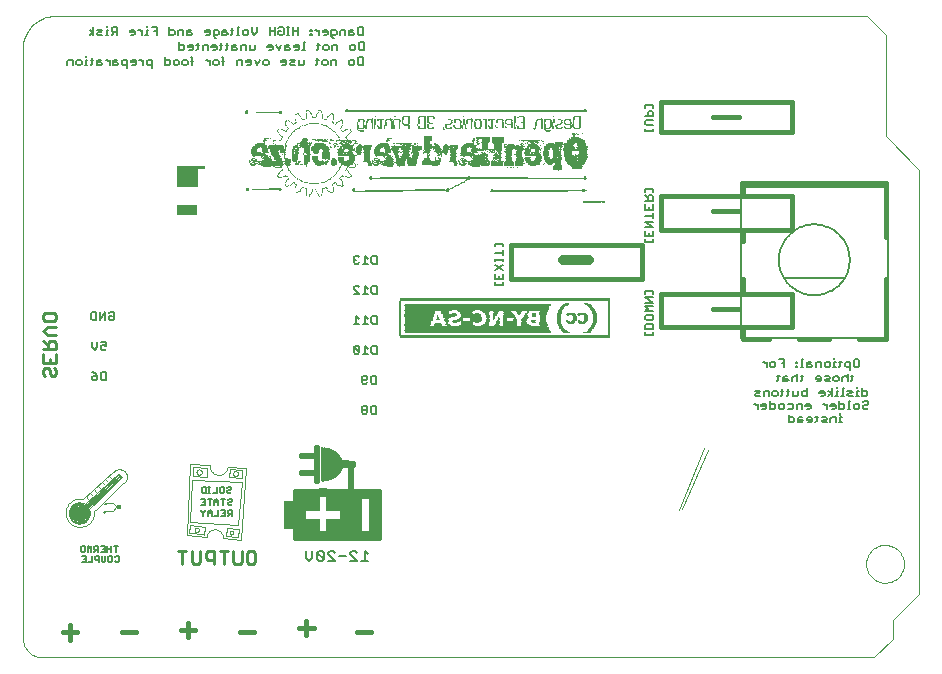
<source format=gbo>
G75*
G70*
%OFA0B0*%
%FSLAX24Y24*%
%IPPOS*%
%LPD*%
%AMOC8*
5,1,8,0,0,1.08239X$1,22.5*
%
%ADD10C,0.0000*%
%ADD11C,0.0150*%
%ADD12C,0.0090*%
%ADD13C,0.0039*%
%ADD14C,0.0060*%
%ADD15C,0.0320*%
%ADD16C,0.0160*%
%ADD17R,0.0120X0.0040*%
%ADD18R,0.0160X0.0040*%
%ADD19R,0.0040X0.0040*%
%ADD20R,0.0080X0.0040*%
%ADD21R,0.0200X0.0040*%
%ADD22R,0.0280X0.0040*%
%ADD23R,0.0240X0.0040*%
%ADD24R,0.1520X0.0040*%
%ADD25R,0.0480X0.0040*%
%ADD26R,0.0320X0.0040*%
%ADD27R,0.1400X0.0040*%
%ADD28R,0.0360X0.0040*%
%ADD29R,0.0680X0.0040*%
%ADD30R,0.0520X0.0040*%
%ADD31R,0.0920X0.0040*%
%ADD32R,0.1360X0.0040*%
%ADD33R,0.0400X0.0040*%
%ADD34R,0.0440X0.0040*%
%ADD35R,0.1040X0.0040*%
%ADD36R,0.0800X0.0040*%
%ADD37R,0.0640X0.0040*%
%ADD38R,0.0560X0.0040*%
%ADD39R,0.0760X0.0040*%
%ADD40R,0.0025X0.0025*%
%ADD41R,0.0026X0.0025*%
%ADD42R,0.0024X0.0025*%
%ADD43R,0.0050X0.0025*%
%ADD44R,0.0075X0.0025*%
%ADD45R,0.0100X0.0025*%
%ADD46R,0.2574X0.0025*%
%ADD47R,0.1675X0.0025*%
%ADD48R,0.3199X0.0025*%
%ADD49R,0.2800X0.0025*%
%ADD50R,0.0125X0.0025*%
%ADD51R,0.0975X0.0025*%
%ADD52R,0.0974X0.0025*%
%ADD53R,0.0400X0.0025*%
%ADD54R,0.0051X0.0025*%
%ADD55R,0.0074X0.0025*%
%ADD56R,0.0076X0.0025*%
%ADD57R,0.0049X0.0025*%
%ADD58R,0.0350X0.0025*%
%ADD59R,0.0099X0.0025*%
%ADD60R,0.7249X0.0025*%
%ADD61R,0.4951X0.0025*%
%ADD62R,0.0300X0.0025*%
%ADD63R,0.0326X0.0025*%
%ADD64R,0.0224X0.0025*%
%ADD65R,0.0200X0.0025*%
%ADD66R,0.0375X0.0025*%
%ADD67R,0.0249X0.0025*%
%ADD68R,0.0251X0.0025*%
%ADD69R,0.0426X0.0025*%
%ADD70R,0.0250X0.0025*%
%ADD71R,0.0199X0.0025*%
%ADD72R,0.0299X0.0025*%
%ADD73R,0.0301X0.0025*%
%ADD74R,0.0399X0.0025*%
%ADD75R,0.0325X0.0025*%
%ADD76R,0.0175X0.0025*%
%ADD77R,0.0324X0.0025*%
%ADD78R,0.0124X0.0025*%
%ADD79R,0.0126X0.0025*%
%ADD80R,0.0750X0.0025*%
%ADD81R,0.0475X0.0025*%
%ADD82R,0.0201X0.0025*%
%ADD83R,0.0700X0.0025*%
%ADD84R,0.0275X0.0025*%
%ADD85R,0.0225X0.0025*%
%ADD86R,0.0374X0.0025*%
%ADD87R,0.0149X0.0025*%
%ADD88R,0.0176X0.0025*%
%ADD89R,0.0826X0.0025*%
%ADD90R,0.0550X0.0025*%
%ADD91R,0.0150X0.0025*%
%ADD92R,0.0601X0.0025*%
%ADD93R,0.0424X0.0025*%
%ADD94R,0.0850X0.0025*%
%ADD95R,0.0575X0.0025*%
%ADD96R,0.0725X0.0025*%
%ADD97R,0.0425X0.0025*%
%ADD98R,0.0151X0.0025*%
%ADD99R,0.0625X0.0025*%
%ADD100R,0.0500X0.0025*%
%ADD101R,0.0451X0.0025*%
%ADD102R,0.0101X0.0025*%
%ADD103R,0.0526X0.0025*%
%ADD104R,0.0875X0.0025*%
%ADD105R,0.0351X0.0025*%
%ADD106R,0.0174X0.0025*%
%ADD107R,0.0650X0.0025*%
%ADD108R,0.0674X0.0025*%
%ADD109R,0.0551X0.0025*%
%ADD110R,0.0600X0.0025*%
%ADD111R,0.0276X0.0025*%
%ADD112R,0.0274X0.0025*%
%ADD113R,0.0574X0.0025*%
%ADD114R,0.0226X0.0025*%
%ADD115R,0.0576X0.0025*%
%ADD116R,0.0349X0.0025*%
%ADD117R,0.0524X0.0025*%
%ADD118R,0.0474X0.0025*%
%ADD119R,0.0776X0.0025*%
%ADD120R,0.0401X0.0025*%
%ADD121R,0.0476X0.0025*%
%ADD122R,0.0449X0.0025*%
%ADD123R,0.0801X0.0025*%
%ADD124R,0.0376X0.0025*%
%ADD125R,0.0675X0.0025*%
%ADD126R,0.0599X0.0025*%
%ADD127R,0.0501X0.0025*%
%ADD128R,0.0525X0.0025*%
%ADD129R,0.0549X0.0025*%
%ADD130R,0.0899X0.0025*%
%ADD131R,0.8050X0.0025*%
%ADD132C,0.0010*%
%ADD133C,0.0050*%
%ADD134R,0.0007X0.1640*%
%ADD135R,0.0007X0.1667*%
%ADD136R,0.0007X0.1680*%
%ADD137R,0.0007X0.1693*%
%ADD138R,0.0007X0.1707*%
%ADD139R,0.0007X0.1714*%
%ADD140R,0.0007X0.1720*%
%ADD141R,0.0007X0.1726*%
%ADD142R,0.0007X0.1733*%
%ADD143R,0.0007X0.1733*%
%ADD144R,0.0007X0.0360*%
%ADD145R,0.0007X0.0360*%
%ADD146R,0.0007X0.0053*%
%ADD147R,0.0007X0.0093*%
%ADD148R,0.0007X0.0120*%
%ADD149R,0.0007X0.0140*%
%ADD150R,0.0007X0.0160*%
%ADD151R,0.0007X0.0173*%
%ADD152R,0.0007X0.0187*%
%ADD153R,0.0007X0.0194*%
%ADD154R,0.0007X0.0206*%
%ADD155R,0.0007X0.0213*%
%ADD156R,0.0007X0.2660*%
%ADD157R,0.0007X0.2660*%
%ADD158R,0.0007X0.2667*%
%ADD159R,0.0007X0.2667*%
%ADD160R,0.0007X0.0234*%
%ADD161R,0.0007X0.0234*%
%ADD162R,0.0007X0.0240*%
%ADD163R,0.0007X0.0274*%
%ADD164R,0.0007X0.0314*%
%ADD165R,0.0007X0.0347*%
%ADD166R,0.0007X0.0373*%
%ADD167R,0.0007X0.0406*%
%ADD168R,0.0007X0.0427*%
%ADD169R,0.0007X0.0453*%
%ADD170R,0.0007X0.0474*%
%ADD171R,0.0007X0.0747*%
%ADD172R,0.0007X0.0740*%
%ADD173R,0.0007X0.0493*%
%ADD174R,0.0007X0.0747*%
%ADD175R,0.0007X0.0740*%
%ADD176R,0.0007X0.0520*%
%ADD177R,0.0007X0.0533*%
%ADD178R,0.0007X0.0554*%
%ADD179R,0.0007X0.0573*%
%ADD180R,0.0007X0.0587*%
%ADD181R,0.0007X0.0606*%
%ADD182R,0.0007X0.0620*%
%ADD183R,0.0007X0.0634*%
%ADD184R,0.0007X0.0653*%
%ADD185R,0.0007X0.0667*%
%ADD186R,0.0007X0.0680*%
%ADD187R,0.0007X0.0693*%
%ADD188R,0.0007X0.0707*%
%ADD189R,0.0007X0.0714*%
%ADD190R,0.0007X0.0726*%
%ADD191R,0.0007X0.0754*%
%ADD192R,0.0007X0.0760*%
%ADD193R,0.0007X0.0773*%
%ADD194R,0.0007X0.0787*%
%ADD195R,0.0007X0.0794*%
%ADD196R,0.0007X0.0806*%
%ADD197R,0.0007X0.0813*%
%ADD198R,0.0007X0.0827*%
%ADD199R,0.0007X0.0834*%
%ADD200R,0.0007X0.0840*%
%ADD201R,0.0007X0.0853*%
%ADD202R,0.0007X0.0860*%
%ADD203R,0.0007X0.0867*%
%ADD204R,0.0007X0.0874*%
%ADD205R,0.0007X0.0880*%
%ADD206R,0.0007X0.0893*%
%ADD207R,0.0007X0.0900*%
%ADD208R,0.0007X0.0907*%
%ADD209R,0.0007X0.0914*%
%ADD210R,0.0007X0.0920*%
%ADD211R,0.0007X0.0926*%
%ADD212R,0.0007X0.0933*%
%ADD213R,0.0007X0.0940*%
%ADD214R,0.0007X0.0947*%
%ADD215R,0.0007X0.0954*%
%ADD216R,0.0007X0.0960*%
%ADD217R,0.0007X0.0966*%
%ADD218R,0.0007X0.0973*%
%ADD219R,0.0007X0.0980*%
%ADD220R,0.0007X0.0980*%
%ADD221R,0.0007X0.0987*%
%ADD222R,0.0007X0.0994*%
%ADD223R,0.0007X0.1000*%
%ADD224R,0.0007X0.1000*%
%ADD225R,0.0007X0.1006*%
%ADD226R,0.0007X0.1013*%
%ADD227R,0.0007X0.1020*%
%ADD228R,0.0007X0.1027*%
%ADD229R,0.0007X0.1034*%
%ADD230R,0.0007X0.1040*%
%ADD231R,0.0007X0.1040*%
%ADD232R,0.0007X0.1046*%
%ADD233R,0.0007X0.1053*%
%ADD234R,0.0007X0.1053*%
%ADD235R,0.0007X0.1060*%
%ADD236R,0.0007X0.1060*%
%ADD237R,0.0007X0.1067*%
%ADD238R,0.0007X0.1067*%
%ADD239R,0.0007X0.1074*%
%ADD240R,0.0007X0.0307*%
%ADD241R,0.0007X0.0300*%
%ADD242R,0.0007X0.1080*%
%ADD243R,0.0007X0.0307*%
%ADD244R,0.0007X0.0300*%
%ADD245R,0.0007X0.1080*%
%ADD246R,0.0007X0.1086*%
%ADD247R,0.0007X0.1086*%
%ADD248R,0.0007X0.1093*%
%ADD249R,0.0007X0.1093*%
%ADD250R,0.0007X0.1100*%
%ADD251R,0.0007X0.1100*%
%ADD252R,0.0007X0.1107*%
%ADD253R,0.0007X0.1107*%
%ADD254R,0.0007X0.1114*%
%ADD255R,0.0007X0.1114*%
%ADD256R,0.0007X0.1154*%
%ADD257R,0.0007X0.1180*%
%ADD258R,0.0007X0.1200*%
%ADD259R,0.0007X0.1213*%
%ADD260R,0.0007X0.1227*%
%ADD261R,0.0007X0.1240*%
%ADD262R,0.0007X0.1246*%
%ADD263R,0.0007X0.1253*%
%ADD264R,0.0007X0.1260*%
%ADD265R,0.0007X0.1267*%
%ADD266R,0.0007X0.1267*%
%ADD267R,0.0007X0.1260*%
%ADD268R,0.0007X0.1253*%
%ADD269R,0.0007X0.1246*%
%ADD270R,0.0007X0.1227*%
%ADD271R,0.0007X0.1213*%
%ADD272R,0.0007X0.1180*%
%ADD273R,0.0007X0.1154*%
%ADD274R,0.0007X0.0233*%
%ADD275R,0.0007X0.0233*%
%ADD276R,0.0007X0.0226*%
%ADD277R,0.0007X0.0220*%
%ADD278R,0.0007X0.0214*%
%ADD279R,0.0007X0.0220*%
%ADD280R,0.0007X0.0207*%
%ADD281R,0.0007X0.0200*%
%ADD282R,0.0007X0.0193*%
%ADD283R,0.0007X0.0180*%
%ADD284R,0.0007X0.0167*%
%ADD285R,0.0007X0.0153*%
%ADD286R,0.0007X0.0134*%
%ADD287R,0.0007X0.0113*%
%ADD288R,0.0007X0.0080*%
%ADD289R,0.0007X0.0026*%
%ADD290R,0.0007X0.0020*%
%ADD291R,0.0007X0.1720*%
%ADD292R,0.0007X0.1714*%
%ADD293R,0.0007X0.1693*%
%ADD294R,0.0007X0.1680*%
%ADD295R,0.0007X0.1660*%
%ADD296R,0.0007X0.1627*%
%ADD297R,0.0007X0.0947*%
%ADD298R,0.0007X0.0907*%
%ADD299C,0.0020*%
%ADD300R,0.7026X0.0026*%
%ADD301R,0.7026X0.0026*%
%ADD302R,0.0079X0.0026*%
%ADD303R,0.0079X0.0026*%
%ADD304R,0.0211X0.0026*%
%ADD305R,0.0184X0.0026*%
%ADD306R,0.4895X0.0026*%
%ADD307R,0.0184X0.0026*%
%ADD308R,0.0211X0.0026*%
%ADD309R,0.4868X0.0026*%
%ADD310R,0.0158X0.0026*%
%ADD311R,0.0184X0.0026*%
%ADD312R,0.4842X0.0026*%
%ADD313R,0.0131X0.0026*%
%ADD314R,0.4816X0.0026*%
%ADD315R,0.0132X0.0026*%
%ADD316R,0.4790X0.0026*%
%ADD317R,0.0132X0.0026*%
%ADD318R,0.0131X0.0026*%
%ADD319R,0.4790X0.0026*%
%ADD320R,0.4763X0.0026*%
%ADD321R,0.0105X0.0026*%
%ADD322R,0.0132X0.0026*%
%ADD323R,0.0263X0.0026*%
%ADD324R,0.0343X0.0026*%
%ADD325R,0.0447X0.0026*%
%ADD326R,0.0290X0.0026*%
%ADD327R,0.0552X0.0026*%
%ADD328R,0.0289X0.0026*%
%ADD329R,0.0842X0.0026*%
%ADD330R,0.0237X0.0026*%
%ADD331R,0.0395X0.0026*%
%ADD332R,0.0106X0.0026*%
%ADD333R,0.0210X0.0026*%
%ADD334R,0.0868X0.0026*%
%ADD335R,0.0185X0.0026*%
%ADD336R,0.0263X0.0026*%
%ADD337R,0.0237X0.0026*%
%ADD338R,0.0447X0.0026*%
%ADD339R,0.0105X0.0026*%
%ADD340R,0.0158X0.0026*%
%ADD341R,0.0395X0.0026*%
%ADD342R,0.0868X0.0026*%
%ADD343R,0.0157X0.0026*%
%ADD344R,0.0658X0.0026*%
%ADD345R,0.0895X0.0026*%
%ADD346R,0.0052X0.0026*%
%ADD347R,0.0369X0.0026*%
%ADD348R,0.0342X0.0026*%
%ADD349R,0.0921X0.0026*%
%ADD350R,0.0053X0.0026*%
%ADD351R,0.0027X0.0026*%
%ADD352R,0.0079X0.0026*%
%ADD353R,0.0106X0.0026*%
%ADD354R,0.0421X0.0026*%
%ADD355R,0.0026X0.0026*%
%ADD356R,0.0053X0.0026*%
%ADD357R,0.0079X0.0026*%
%ADD358R,0.0737X0.0026*%
%ADD359R,0.0210X0.0026*%
%ADD360R,0.0947X0.0026*%
%ADD361R,0.0394X0.0026*%
%ADD362R,0.0026X0.0026*%
%ADD363R,0.0737X0.0026*%
%ADD364R,0.0947X0.0026*%
%ADD365R,0.0368X0.0026*%
%ADD366R,0.0685X0.0026*%
%ADD367R,0.0027X0.0026*%
%ADD368R,0.0974X0.0026*%
%ADD369R,0.0474X0.0026*%
%ADD370R,0.0316X0.0026*%
%ADD371R,0.0236X0.0026*%
%ADD372R,0.0315X0.0026*%
%ADD373R,0.0237X0.0026*%
%ADD374R,0.1000X0.0026*%
%ADD375R,0.0421X0.0026*%
%ADD376R,0.0289X0.0026*%
%ADD377R,0.0184X0.0026*%
%ADD378R,0.1000X0.0026*%
%ADD379R,0.0500X0.0026*%
%ADD380R,0.1026X0.0026*%
%ADD381R,0.2263X0.0026*%
%ADD382R,0.0631X0.0026*%
%ADD383R,0.1579X0.0026*%
%ADD384R,0.4816X0.0026*%
%ADD385C,0.0080*%
%ADD386R,0.0689X0.0370*%
%ADD387C,0.0001*%
D10*
X007007Y017007D02*
X007007Y017676D01*
X007916Y017676D01*
X007916Y017594D01*
X007688Y017594D01*
X007688Y017007D01*
X007007Y017007D01*
X029989Y004402D02*
X029991Y004452D01*
X029997Y004502D01*
X030007Y004551D01*
X030021Y004599D01*
X030038Y004646D01*
X030059Y004691D01*
X030084Y004735D01*
X030112Y004776D01*
X030144Y004815D01*
X030178Y004852D01*
X030215Y004886D01*
X030255Y004916D01*
X030297Y004943D01*
X030341Y004967D01*
X030387Y004988D01*
X030434Y005004D01*
X030482Y005017D01*
X030532Y005026D01*
X030581Y005031D01*
X030632Y005032D01*
X030682Y005029D01*
X030731Y005022D01*
X030780Y005011D01*
X030828Y004996D01*
X030874Y004978D01*
X030919Y004956D01*
X030962Y004930D01*
X031003Y004901D01*
X031042Y004869D01*
X031078Y004834D01*
X031110Y004796D01*
X031140Y004756D01*
X031167Y004713D01*
X031190Y004669D01*
X031209Y004623D01*
X031225Y004575D01*
X031237Y004526D01*
X031245Y004477D01*
X031249Y004427D01*
X031249Y004377D01*
X031245Y004327D01*
X031237Y004278D01*
X031225Y004229D01*
X031209Y004181D01*
X031190Y004135D01*
X031167Y004091D01*
X031140Y004048D01*
X031110Y004008D01*
X031078Y003970D01*
X031042Y003935D01*
X031003Y003903D01*
X030962Y003874D01*
X030919Y003848D01*
X030874Y003826D01*
X030828Y003808D01*
X030780Y003793D01*
X030731Y003782D01*
X030682Y003775D01*
X030632Y003772D01*
X030581Y003773D01*
X030532Y003778D01*
X030482Y003787D01*
X030434Y003800D01*
X030387Y003816D01*
X030341Y003837D01*
X030297Y003861D01*
X030255Y003888D01*
X030215Y003918D01*
X030178Y003952D01*
X030144Y003989D01*
X030112Y004028D01*
X030084Y004069D01*
X030059Y004113D01*
X030038Y004158D01*
X030021Y004205D01*
X030007Y004253D01*
X029997Y004302D01*
X029991Y004352D01*
X029989Y004402D01*
D11*
X013497Y002116D02*
X013023Y002116D01*
X011568Y002273D02*
X011094Y002273D01*
X011331Y002037D02*
X011331Y002510D01*
X009599Y002116D02*
X009126Y002116D01*
X007631Y002195D02*
X007157Y002195D01*
X007394Y002432D02*
X007394Y001958D01*
X005662Y002116D02*
X005189Y002116D01*
X003694Y002116D02*
X003220Y002116D01*
X003457Y002353D02*
X003457Y001879D01*
D12*
X007191Y004408D02*
X007191Y004818D01*
X007327Y004818D02*
X007054Y004818D01*
X007514Y004818D02*
X007514Y004476D01*
X007583Y004408D01*
X007719Y004408D01*
X007788Y004476D01*
X007788Y004818D01*
X007975Y004750D02*
X007975Y004613D01*
X008043Y004545D01*
X008248Y004545D01*
X008248Y004408D02*
X008248Y004818D01*
X008043Y004818D01*
X007975Y004750D01*
X008435Y004818D02*
X008709Y004818D01*
X008572Y004818D02*
X008572Y004408D01*
X008895Y004476D02*
X008895Y004818D01*
X009169Y004818D02*
X009169Y004476D01*
X009101Y004408D01*
X008964Y004408D01*
X008895Y004476D01*
X009356Y004476D02*
X009356Y004750D01*
X009424Y004818D01*
X009561Y004818D01*
X009629Y004750D01*
X009629Y004476D01*
X009561Y004408D01*
X009424Y004408D01*
X009356Y004476D01*
X002976Y010717D02*
X002908Y010649D01*
X002839Y010649D01*
X002771Y010717D01*
X002771Y010854D01*
X002703Y010923D01*
X002634Y010923D01*
X002566Y010854D01*
X002566Y010717D01*
X002634Y010649D01*
X002976Y010717D02*
X002976Y010854D01*
X002908Y010923D01*
X002976Y011109D02*
X002566Y011109D01*
X002566Y011383D01*
X002566Y011570D02*
X002976Y011570D01*
X002976Y011775D01*
X002908Y011843D01*
X002771Y011843D01*
X002703Y011775D01*
X002703Y011570D01*
X002703Y011707D02*
X002566Y011843D01*
X002703Y012030D02*
X002566Y012167D01*
X002703Y012304D01*
X002976Y012304D01*
X002908Y012491D02*
X002634Y012491D01*
X002566Y012559D01*
X002566Y012696D01*
X002634Y012764D01*
X002908Y012764D01*
X002976Y012696D01*
X002976Y012559D01*
X002908Y012491D01*
X002976Y012030D02*
X002703Y012030D01*
X002976Y011383D02*
X002976Y011109D01*
X002771Y011109D02*
X002771Y011246D01*
D13*
X001885Y001910D02*
X001885Y021660D01*
X001891Y021725D01*
X001900Y021788D01*
X001914Y021851D01*
X001931Y021913D01*
X001952Y021974D01*
X001976Y022034D01*
X002005Y022092D01*
X002036Y022148D01*
X002071Y022202D01*
X002109Y022254D01*
X002150Y022303D01*
X002195Y022350D01*
X002242Y022395D01*
X002291Y022436D01*
X002343Y022474D01*
X002397Y022509D01*
X002453Y022540D01*
X002511Y022569D01*
X002571Y022593D01*
X002632Y022614D01*
X002694Y022631D01*
X002757Y022645D01*
X002820Y022654D01*
X002885Y022660D01*
X030010Y022660D01*
X030635Y022035D01*
X030635Y018660D01*
X031760Y017535D01*
X031760Y003410D01*
X030885Y002535D01*
X030885Y001910D01*
X030260Y001285D01*
X002510Y001285D01*
X002461Y001287D01*
X002412Y001293D01*
X002364Y001302D01*
X002317Y001316D01*
X002271Y001333D01*
X002226Y001353D01*
X002183Y001377D01*
X002143Y001404D01*
X002104Y001435D01*
X002068Y001468D01*
X002035Y001504D01*
X002004Y001543D01*
X001977Y001583D01*
X001953Y001626D01*
X001933Y001671D01*
X001916Y001717D01*
X001902Y001764D01*
X001893Y001812D01*
X001887Y001861D01*
X001885Y001910D01*
X003833Y005974D02*
X005173Y007281D01*
X005073Y007381D01*
X005067Y007375D02*
X005133Y007308D01*
X005140Y007301D02*
X005120Y007328D01*
X003986Y006294D01*
X004026Y006267D01*
X005140Y007301D01*
X005147Y007295D02*
X005080Y007375D01*
X005067Y007375D02*
X003979Y006361D01*
X003946Y006381D02*
X005060Y007401D01*
X005080Y007341D02*
X003959Y006301D01*
X004033Y006288D02*
X004440Y006688D01*
X004306Y006808D02*
X004246Y006881D01*
X004119Y006754D02*
X004186Y006688D01*
X004053Y006574D02*
X003973Y006648D01*
X003879Y006561D02*
X004920Y007488D01*
X004746Y007328D02*
X004806Y007275D01*
X004686Y007155D02*
X004613Y007221D01*
X004513Y007128D02*
X004573Y007055D01*
X004446Y006934D02*
X004380Y007001D01*
X004620Y006428D02*
X004900Y006428D01*
X005007Y006301D01*
X005000Y006301D02*
X004893Y006174D01*
X004620Y006174D01*
X004320Y006214D02*
X004246Y006161D01*
X004306Y006201D02*
X005267Y007115D01*
X005147Y007295D02*
X004026Y006221D01*
X003559Y006087D02*
X003561Y006117D01*
X003567Y006146D01*
X003576Y006175D01*
X003589Y006202D01*
X003605Y006227D01*
X003625Y006250D01*
X003647Y006270D01*
X003672Y006287D01*
X003698Y006301D01*
X003726Y006311D01*
X003756Y006318D01*
X003785Y006321D01*
X003815Y006320D01*
X003845Y006315D01*
X003874Y006307D01*
X003901Y006294D01*
X003927Y006279D01*
X003950Y006260D01*
X003971Y006239D01*
X003989Y006215D01*
X004004Y006189D01*
X004015Y006161D01*
X004023Y006132D01*
X004027Y006102D01*
X004027Y006072D01*
X004023Y006042D01*
X004015Y006013D01*
X004004Y005985D01*
X003989Y005959D01*
X003971Y005935D01*
X003950Y005914D01*
X003927Y005895D01*
X003901Y005880D01*
X003874Y005867D01*
X003845Y005859D01*
X003815Y005854D01*
X003785Y005853D01*
X003756Y005856D01*
X003726Y005863D01*
X003698Y005873D01*
X003672Y005887D01*
X003647Y005904D01*
X003625Y005924D01*
X003605Y005947D01*
X003589Y005972D01*
X003576Y005999D01*
X003567Y006028D01*
X003561Y006057D01*
X003559Y006087D01*
X003416Y006094D02*
X003418Y006129D01*
X003424Y006163D01*
X003433Y006196D01*
X003447Y006229D01*
X003464Y006259D01*
X003484Y006287D01*
X003507Y006313D01*
X003533Y006336D01*
X003561Y006356D01*
X003591Y006373D01*
X003624Y006387D01*
X003657Y006396D01*
X003691Y006402D01*
X003726Y006404D01*
X003761Y006402D01*
X003795Y006396D01*
X003828Y006387D01*
X003861Y006373D01*
X003891Y006356D01*
X003919Y006336D01*
X003945Y006313D01*
X003968Y006287D01*
X003988Y006259D01*
X004005Y006229D01*
X004019Y006196D01*
X004028Y006163D01*
X004034Y006129D01*
X004036Y006094D01*
X004034Y006059D01*
X004028Y006025D01*
X004019Y005992D01*
X004005Y005959D01*
X003988Y005929D01*
X003968Y005901D01*
X003945Y005875D01*
X003919Y005852D01*
X003891Y005832D01*
X003861Y005815D01*
X003828Y005801D01*
X003795Y005792D01*
X003761Y005786D01*
X003726Y005784D01*
X003691Y005786D01*
X003657Y005792D01*
X003624Y005801D01*
X003591Y005815D01*
X003561Y005832D01*
X003533Y005852D01*
X003507Y005875D01*
X003484Y005901D01*
X003464Y005929D01*
X003447Y005959D01*
X003433Y005992D01*
X003424Y006025D01*
X003418Y006059D01*
X003416Y006094D01*
X003525Y006094D02*
X003527Y006123D01*
X003533Y006151D01*
X003542Y006178D01*
X003555Y006203D01*
X003571Y006227D01*
X003590Y006248D01*
X003612Y006266D01*
X003636Y006282D01*
X003662Y006294D01*
X003689Y006302D01*
X003718Y006307D01*
X003746Y006308D01*
X003775Y006305D01*
X003802Y006298D01*
X003829Y006288D01*
X003854Y006274D01*
X003877Y006257D01*
X003898Y006238D01*
X003915Y006215D01*
X003930Y006191D01*
X003941Y006164D01*
X003949Y006137D01*
X003953Y006108D01*
X003953Y006080D01*
X003949Y006051D01*
X003941Y006024D01*
X003930Y005997D01*
X003915Y005973D01*
X003898Y005950D01*
X003877Y005931D01*
X003854Y005914D01*
X003829Y005900D01*
X003802Y005890D01*
X003775Y005883D01*
X003746Y005880D01*
X003718Y005881D01*
X003689Y005886D01*
X003662Y005894D01*
X003636Y005906D01*
X003612Y005922D01*
X003590Y005940D01*
X003571Y005961D01*
X003555Y005985D01*
X003542Y006010D01*
X003533Y006037D01*
X003527Y006065D01*
X003525Y006094D01*
X003550Y006087D02*
X003552Y006114D01*
X003558Y006140D01*
X003567Y006166D01*
X003580Y006189D01*
X003596Y006211D01*
X003615Y006230D01*
X003637Y006246D01*
X003660Y006259D01*
X003686Y006268D01*
X003712Y006274D01*
X003739Y006276D01*
X003766Y006274D01*
X003792Y006268D01*
X003818Y006259D01*
X003841Y006246D01*
X003863Y006230D01*
X003882Y006211D01*
X003898Y006189D01*
X003911Y006166D01*
X003920Y006140D01*
X003926Y006114D01*
X003928Y006087D01*
X003926Y006060D01*
X003920Y006034D01*
X003911Y006008D01*
X003898Y005985D01*
X003882Y005963D01*
X003863Y005944D01*
X003841Y005928D01*
X003818Y005915D01*
X003792Y005906D01*
X003766Y005900D01*
X003739Y005898D01*
X003712Y005900D01*
X003686Y005906D01*
X003660Y005915D01*
X003637Y005928D01*
X003615Y005944D01*
X003596Y005963D01*
X003580Y005985D01*
X003567Y006008D01*
X003558Y006034D01*
X003552Y006060D01*
X003550Y006087D01*
X003686Y006081D02*
X003688Y006095D01*
X003694Y006109D01*
X003703Y006120D01*
X003715Y006128D01*
X003728Y006133D01*
X003743Y006134D01*
X003757Y006131D01*
X003770Y006124D01*
X003780Y006114D01*
X003788Y006102D01*
X003792Y006088D01*
X003792Y006074D01*
X003788Y006060D01*
X003780Y006048D01*
X003770Y006038D01*
X003757Y006031D01*
X003743Y006028D01*
X003728Y006029D01*
X003715Y006034D01*
X003703Y006042D01*
X003694Y006053D01*
X003688Y006067D01*
X003686Y006081D01*
X003719Y006074D02*
X003721Y006082D01*
X003726Y006089D01*
X003733Y006093D01*
X003741Y006094D01*
X003749Y006091D01*
X003755Y006086D01*
X003759Y006078D01*
X003759Y006070D01*
X003755Y006062D01*
X003749Y006057D01*
X003741Y006054D01*
X003733Y006055D01*
X003726Y006059D01*
X003721Y006066D01*
X003719Y006074D01*
X003666Y006081D02*
X003668Y006098D01*
X003673Y006115D01*
X003682Y006129D01*
X003694Y006142D01*
X003709Y006152D01*
X003725Y006158D01*
X003742Y006161D01*
X003759Y006160D01*
X003776Y006155D01*
X003791Y006147D01*
X003804Y006136D01*
X003815Y006122D01*
X003822Y006107D01*
X003826Y006090D01*
X003826Y006072D01*
X003822Y006055D01*
X003815Y006040D01*
X003804Y006026D01*
X003791Y006015D01*
X003776Y006007D01*
X003759Y006002D01*
X003742Y006001D01*
X003725Y006004D01*
X003709Y006010D01*
X003694Y006020D01*
X003682Y006033D01*
X003673Y006047D01*
X003668Y006064D01*
X003666Y006081D01*
X003633Y006081D02*
X003635Y006102D01*
X003641Y006122D01*
X003650Y006140D01*
X003662Y006157D01*
X003678Y006171D01*
X003696Y006182D01*
X003715Y006190D01*
X003736Y006194D01*
X003756Y006194D01*
X003777Y006190D01*
X003796Y006182D01*
X003814Y006171D01*
X003830Y006157D01*
X003842Y006140D01*
X003851Y006122D01*
X003857Y006102D01*
X003859Y006081D01*
X003857Y006060D01*
X003851Y006040D01*
X003842Y006022D01*
X003830Y006005D01*
X003814Y005991D01*
X003796Y005980D01*
X003777Y005972D01*
X003756Y005968D01*
X003736Y005968D01*
X003715Y005972D01*
X003696Y005980D01*
X003678Y005991D01*
X003662Y006005D01*
X003650Y006022D01*
X003641Y006040D01*
X003635Y006060D01*
X003633Y006081D01*
X003612Y006081D02*
X003614Y006104D01*
X003620Y006126D01*
X003629Y006146D01*
X003642Y006165D01*
X003657Y006182D01*
X003676Y006195D01*
X003696Y006205D01*
X003718Y006212D01*
X003740Y006215D01*
X003763Y006214D01*
X003785Y006209D01*
X003806Y006201D01*
X003826Y006189D01*
X003843Y006174D01*
X003857Y006156D01*
X003868Y006136D01*
X003876Y006115D01*
X003880Y006092D01*
X003880Y006070D01*
X003876Y006047D01*
X003868Y006026D01*
X003857Y006006D01*
X003843Y005988D01*
X003826Y005973D01*
X003806Y005961D01*
X003785Y005953D01*
X003763Y005948D01*
X003740Y005947D01*
X003718Y005950D01*
X003696Y005957D01*
X003676Y005967D01*
X003657Y005980D01*
X003642Y005997D01*
X003629Y006016D01*
X003620Y006036D01*
X003614Y006058D01*
X003612Y006081D01*
X003592Y006081D02*
X003594Y006105D01*
X003600Y006129D01*
X003609Y006151D01*
X003621Y006172D01*
X003637Y006190D01*
X003655Y006206D01*
X003676Y006218D01*
X003698Y006227D01*
X003722Y006233D01*
X003746Y006235D01*
X003770Y006233D01*
X003794Y006227D01*
X003816Y006218D01*
X003837Y006206D01*
X003855Y006190D01*
X003871Y006172D01*
X003883Y006151D01*
X003892Y006129D01*
X003898Y006105D01*
X003900Y006081D01*
X003898Y006057D01*
X003892Y006033D01*
X003883Y006011D01*
X003871Y005990D01*
X003855Y005972D01*
X003837Y005956D01*
X003816Y005944D01*
X003794Y005935D01*
X003770Y005929D01*
X003746Y005927D01*
X003722Y005929D01*
X003698Y005935D01*
X003676Y005944D01*
X003655Y005956D01*
X003637Y005972D01*
X003621Y005990D01*
X003609Y006011D01*
X003600Y006033D01*
X003594Y006057D01*
X003592Y006081D01*
X003518Y006074D02*
X003520Y006104D01*
X003526Y006134D01*
X003535Y006162D01*
X003548Y006189D01*
X003565Y006215D01*
X003584Y006237D01*
X003606Y006258D01*
X003631Y006275D01*
X003658Y006289D01*
X003686Y006299D01*
X003715Y006306D01*
X003745Y006309D01*
X003776Y006308D01*
X003805Y006303D01*
X003834Y006295D01*
X003862Y006282D01*
X003887Y006267D01*
X003911Y006248D01*
X003932Y006226D01*
X003950Y006202D01*
X003965Y006176D01*
X003976Y006148D01*
X003984Y006119D01*
X003988Y006089D01*
X003988Y006059D01*
X003984Y006029D01*
X003976Y006000D01*
X003965Y005972D01*
X003950Y005946D01*
X003932Y005922D01*
X003911Y005900D01*
X003887Y005881D01*
X003862Y005866D01*
X003834Y005853D01*
X003805Y005845D01*
X003776Y005840D01*
X003745Y005839D01*
X003715Y005842D01*
X003686Y005849D01*
X003658Y005859D01*
X003631Y005873D01*
X003606Y005890D01*
X003584Y005911D01*
X003565Y005933D01*
X003548Y005959D01*
X003535Y005986D01*
X003526Y006014D01*
X003520Y006044D01*
X003518Y006074D01*
X003493Y006101D02*
X003495Y006133D01*
X003501Y006164D01*
X003511Y006195D01*
X003524Y006224D01*
X003541Y006251D01*
X003561Y006276D01*
X003584Y006298D01*
X003609Y006318D01*
X003637Y006334D01*
X003667Y006346D01*
X003697Y006355D01*
X003729Y006360D01*
X003761Y006361D01*
X003793Y006358D01*
X003824Y006351D01*
X003854Y006340D01*
X003883Y006326D01*
X003910Y006308D01*
X003934Y006288D01*
X003956Y006264D01*
X003974Y006238D01*
X003989Y006210D01*
X004001Y006180D01*
X004009Y006149D01*
X004013Y006117D01*
X004013Y006085D01*
X004009Y006053D01*
X004001Y006022D01*
X003989Y005992D01*
X003974Y005964D01*
X003956Y005938D01*
X003934Y005914D01*
X003910Y005894D01*
X003883Y005876D01*
X003854Y005862D01*
X003824Y005851D01*
X003793Y005844D01*
X003761Y005841D01*
X003729Y005842D01*
X003697Y005847D01*
X003667Y005856D01*
X003637Y005868D01*
X003609Y005884D01*
X003584Y005904D01*
X003561Y005926D01*
X003541Y005951D01*
X003524Y005978D01*
X003511Y006007D01*
X003501Y006038D01*
X003495Y006069D01*
X003493Y006101D01*
X003450Y006107D02*
X003452Y006142D01*
X003458Y006176D01*
X003468Y006209D01*
X003481Y006241D01*
X003498Y006271D01*
X003518Y006299D01*
X003542Y006324D01*
X003568Y006347D01*
X003597Y006366D01*
X003627Y006383D01*
X003659Y006395D01*
X003693Y006404D01*
X003727Y006409D01*
X003762Y006410D01*
X003796Y006407D01*
X003830Y006400D01*
X003863Y006389D01*
X003894Y006375D01*
X003924Y006357D01*
X003951Y006336D01*
X003976Y006312D01*
X003998Y006285D01*
X004017Y006256D01*
X004032Y006225D01*
X004044Y006192D01*
X004052Y006159D01*
X004056Y006124D01*
X004056Y006090D01*
X004052Y006055D01*
X004044Y006022D01*
X004032Y005989D01*
X004017Y005958D01*
X003998Y005929D01*
X003976Y005902D01*
X003951Y005878D01*
X003924Y005857D01*
X003894Y005839D01*
X003863Y005825D01*
X003830Y005814D01*
X003796Y005807D01*
X003762Y005804D01*
X003727Y005805D01*
X003693Y005810D01*
X003659Y005819D01*
X003627Y005831D01*
X003597Y005848D01*
X003568Y005867D01*
X003542Y005890D01*
X003518Y005915D01*
X003498Y005943D01*
X003481Y005973D01*
X003468Y006005D01*
X003458Y006038D01*
X003452Y006072D01*
X003450Y006107D01*
X003517Y006114D02*
X003519Y006144D01*
X003525Y006174D01*
X003534Y006203D01*
X003547Y006230D01*
X003564Y006255D01*
X003583Y006278D01*
X003606Y006299D01*
X003631Y006316D01*
X003657Y006330D01*
X003686Y006340D01*
X003715Y006347D01*
X003745Y006350D01*
X003776Y006349D01*
X003806Y006344D01*
X003835Y006335D01*
X003862Y006323D01*
X003888Y006308D01*
X003912Y006289D01*
X003933Y006267D01*
X003951Y006243D01*
X003966Y006216D01*
X003977Y006188D01*
X003985Y006159D01*
X003989Y006129D01*
X003989Y006099D01*
X003985Y006069D01*
X003977Y006040D01*
X003966Y006012D01*
X003951Y005985D01*
X003933Y005961D01*
X003912Y005939D01*
X003888Y005920D01*
X003862Y005905D01*
X003835Y005893D01*
X003806Y005884D01*
X003776Y005879D01*
X003745Y005878D01*
X003715Y005881D01*
X003686Y005888D01*
X003657Y005898D01*
X003631Y005912D01*
X003606Y005929D01*
X003583Y005950D01*
X003564Y005973D01*
X003547Y005998D01*
X003534Y006025D01*
X003525Y006054D01*
X003519Y006084D01*
X003517Y006114D01*
X003404Y006094D02*
X003406Y006131D01*
X003412Y006168D01*
X003421Y006204D01*
X003435Y006238D01*
X003452Y006271D01*
X003472Y006303D01*
X003495Y006332D01*
X003521Y006358D01*
X003550Y006381D01*
X003581Y006401D01*
X003615Y006418D01*
X003649Y006432D01*
X003685Y006441D01*
X003722Y006447D01*
X003759Y006449D01*
X003796Y006447D01*
X003833Y006441D01*
X003869Y006432D01*
X003903Y006418D01*
X003936Y006401D01*
X003968Y006381D01*
X003997Y006358D01*
X004023Y006332D01*
X004046Y006303D01*
X004066Y006272D01*
X004083Y006238D01*
X004097Y006204D01*
X004106Y006168D01*
X004112Y006131D01*
X004114Y006094D01*
X004112Y006057D01*
X004106Y006020D01*
X004097Y005984D01*
X004083Y005950D01*
X004066Y005917D01*
X004046Y005885D01*
X004023Y005856D01*
X003997Y005830D01*
X003968Y005807D01*
X003937Y005787D01*
X003903Y005770D01*
X003869Y005756D01*
X003833Y005747D01*
X003796Y005741D01*
X003759Y005739D01*
X003722Y005741D01*
X003685Y005747D01*
X003649Y005756D01*
X003615Y005770D01*
X003582Y005787D01*
X003550Y005807D01*
X003521Y005830D01*
X003495Y005856D01*
X003472Y005885D01*
X003452Y005916D01*
X003435Y005950D01*
X003421Y005984D01*
X003412Y006020D01*
X003406Y006057D01*
X003404Y006094D01*
X003585Y006094D02*
X003587Y006120D01*
X003593Y006146D01*
X003602Y006171D01*
X003615Y006194D01*
X003631Y006215D01*
X003650Y006233D01*
X003672Y006249D01*
X003695Y006261D01*
X003720Y006269D01*
X003746Y006274D01*
X003773Y006275D01*
X003799Y006272D01*
X003824Y006265D01*
X003849Y006255D01*
X003871Y006241D01*
X003892Y006224D01*
X003909Y006205D01*
X003924Y006183D01*
X003935Y006159D01*
X003943Y006133D01*
X003947Y006107D01*
X003947Y006081D01*
X003943Y006055D01*
X003935Y006029D01*
X003924Y006005D01*
X003909Y005983D01*
X003892Y005964D01*
X003871Y005947D01*
X003849Y005933D01*
X003824Y005923D01*
X003799Y005916D01*
X003773Y005913D01*
X003746Y005914D01*
X003720Y005919D01*
X003695Y005927D01*
X003672Y005939D01*
X003650Y005955D01*
X003631Y005973D01*
X003615Y005994D01*
X003602Y006017D01*
X003593Y006042D01*
X003587Y006068D01*
X003585Y006094D01*
X003472Y006094D02*
X003474Y006128D01*
X003480Y006162D01*
X003490Y006195D01*
X003503Y006226D01*
X003520Y006256D01*
X003541Y006283D01*
X003564Y006308D01*
X003590Y006330D01*
X003619Y006349D01*
X003650Y006364D01*
X003682Y006376D01*
X003715Y006384D01*
X003749Y006388D01*
X003783Y006388D01*
X003817Y006384D01*
X003850Y006376D01*
X003882Y006364D01*
X003913Y006349D01*
X003942Y006330D01*
X003968Y006308D01*
X003991Y006283D01*
X004012Y006256D01*
X004029Y006226D01*
X004042Y006195D01*
X004052Y006162D01*
X004058Y006128D01*
X004060Y006094D01*
X004058Y006060D01*
X004052Y006026D01*
X004042Y005993D01*
X004029Y005962D01*
X004012Y005932D01*
X003991Y005905D01*
X003968Y005880D01*
X003942Y005858D01*
X003913Y005839D01*
X003882Y005824D01*
X003850Y005812D01*
X003817Y005804D01*
X003783Y005800D01*
X003749Y005800D01*
X003715Y005804D01*
X003682Y005812D01*
X003650Y005824D01*
X003619Y005839D01*
X003590Y005858D01*
X003564Y005880D01*
X003541Y005905D01*
X003520Y005932D01*
X003503Y005962D01*
X003490Y005993D01*
X003480Y006026D01*
X003474Y006060D01*
X003472Y006094D01*
X003442Y006094D02*
X003444Y006130D01*
X003450Y006165D01*
X003460Y006199D01*
X003473Y006232D01*
X003490Y006264D01*
X003510Y006293D01*
X003534Y006320D01*
X003560Y006344D01*
X003589Y006365D01*
X003620Y006383D01*
X003652Y006397D01*
X003686Y006408D01*
X003721Y006415D01*
X003757Y006418D01*
X003793Y006417D01*
X003828Y006412D01*
X003863Y006403D01*
X003896Y006391D01*
X003928Y006375D01*
X003958Y006355D01*
X003985Y006332D01*
X004010Y006307D01*
X004032Y006279D01*
X004051Y006248D01*
X004066Y006216D01*
X004078Y006182D01*
X004086Y006147D01*
X004090Y006112D01*
X004090Y006076D01*
X004086Y006041D01*
X004078Y006006D01*
X004066Y005972D01*
X004051Y005940D01*
X004032Y005909D01*
X004010Y005881D01*
X003985Y005856D01*
X003958Y005833D01*
X003928Y005813D01*
X003896Y005797D01*
X003863Y005785D01*
X003828Y005776D01*
X003793Y005771D01*
X003757Y005770D01*
X003721Y005773D01*
X003686Y005780D01*
X003652Y005791D01*
X003620Y005805D01*
X003589Y005823D01*
X003560Y005844D01*
X003534Y005868D01*
X003510Y005895D01*
X003490Y005924D01*
X003473Y005956D01*
X003460Y005989D01*
X003450Y006023D01*
X003444Y006058D01*
X003442Y006094D01*
X003879Y006568D02*
X003837Y006575D01*
X003795Y006579D01*
X003752Y006578D01*
X003710Y006574D01*
X003668Y006566D01*
X003627Y006555D01*
X003588Y006539D01*
X003550Y006521D01*
X003513Y006498D01*
X003479Y006473D01*
X003447Y006445D01*
X003418Y006414D01*
X003392Y006380D01*
X003369Y006345D01*
X003349Y006307D01*
X003333Y006268D01*
X003321Y006227D01*
X003312Y006186D01*
X003306Y006143D01*
X003305Y006101D01*
X003308Y006058D01*
X003314Y006016D01*
X003324Y005975D01*
X003338Y005935D01*
X003355Y005896D01*
X003375Y005859D01*
X003399Y005824D01*
X003426Y005791D01*
X003456Y005761D01*
X003489Y005733D01*
X003524Y005709D01*
X003560Y005688D01*
X003599Y005670D01*
X003639Y005656D01*
X003680Y005645D01*
X003722Y005638D01*
X003765Y005635D01*
X003807Y005636D01*
X003849Y005641D01*
X003891Y005649D01*
X003932Y005661D01*
X003971Y005677D01*
X004009Y005696D01*
X004045Y005719D01*
X004079Y005744D01*
X004110Y005773D01*
X004139Y005804D01*
X004165Y005838D01*
X004188Y005874D01*
X004207Y005912D01*
X004223Y005951D01*
X004235Y005992D01*
X004243Y006034D01*
X004248Y006076D01*
X004249Y006119D01*
X004246Y006161D01*
X005034Y006308D02*
X005036Y006314D01*
X005040Y006319D01*
X005047Y006321D01*
X005053Y006319D01*
X005058Y006315D01*
X005060Y006308D01*
X005058Y006302D01*
X005054Y006297D01*
X005047Y006295D01*
X005041Y006297D01*
X005036Y006301D01*
X005034Y006308D01*
X005017Y006314D02*
X005019Y006324D01*
X005024Y006333D01*
X005032Y006340D01*
X005042Y006344D01*
X005052Y006344D01*
X005062Y006340D01*
X005070Y006333D01*
X005075Y006324D01*
X005077Y006314D01*
X005075Y006304D01*
X005070Y006295D01*
X005062Y006288D01*
X005052Y006284D01*
X005042Y006284D01*
X005032Y006288D01*
X005024Y006295D01*
X005019Y006304D01*
X005017Y006314D01*
X004993Y006314D02*
X004995Y006329D01*
X005000Y006343D01*
X005009Y006355D01*
X005021Y006365D01*
X005034Y006371D01*
X005049Y006374D01*
X005064Y006373D01*
X005079Y006368D01*
X005091Y006360D01*
X005102Y006349D01*
X005109Y006336D01*
X005113Y006322D01*
X005113Y006306D01*
X005109Y006292D01*
X005102Y006279D01*
X005091Y006268D01*
X005079Y006260D01*
X005064Y006255D01*
X005049Y006254D01*
X005034Y006257D01*
X005021Y006263D01*
X005009Y006273D01*
X005000Y006285D01*
X004995Y006299D01*
X004993Y006314D01*
X005260Y007108D02*
X005282Y007129D01*
X005301Y007153D01*
X005318Y007178D01*
X005331Y007206D01*
X005341Y007235D01*
X005347Y007265D01*
X005350Y007295D01*
X005349Y007325D01*
X005344Y007356D01*
X005336Y007385D01*
X005324Y007413D01*
X005309Y007440D01*
X005291Y007464D01*
X005271Y007487D01*
X005247Y007506D01*
X005222Y007523D01*
X005194Y007536D01*
X005165Y007546D01*
X005136Y007553D01*
X005105Y007556D01*
X005075Y007555D01*
X005045Y007551D01*
X005015Y007543D01*
X004987Y007531D01*
X004960Y007517D01*
X004935Y007499D01*
X004913Y007478D01*
X004893Y007455D01*
X007454Y007715D02*
X007454Y007715D01*
X007348Y005347D01*
X008001Y005294D01*
X007928Y005374D02*
X007961Y005641D01*
X007454Y005694D01*
X007434Y005427D01*
X007921Y005380D01*
X007601Y005534D02*
X007603Y005550D01*
X007608Y005566D01*
X007617Y005580D01*
X007629Y005592D01*
X007643Y005601D01*
X007659Y005606D01*
X007675Y005608D01*
X007691Y005606D01*
X007707Y005601D01*
X007721Y005592D01*
X007733Y005580D01*
X007742Y005566D01*
X007747Y005550D01*
X007749Y005534D01*
X007747Y005518D01*
X007742Y005502D01*
X007733Y005488D01*
X007721Y005476D01*
X007707Y005467D01*
X007691Y005462D01*
X007675Y005460D01*
X007659Y005462D01*
X007643Y005467D01*
X007629Y005476D01*
X007617Y005488D01*
X007608Y005502D01*
X007603Y005518D01*
X007601Y005534D01*
X007461Y005801D02*
X007528Y007201D01*
X009182Y007141D01*
X009042Y005681D01*
X007461Y005801D01*
X008002Y005294D02*
X008005Y005325D01*
X008013Y005356D01*
X008024Y005386D01*
X008038Y005415D01*
X008056Y005441D01*
X008076Y005466D01*
X008099Y005487D01*
X008125Y005506D01*
X008153Y005522D01*
X008182Y005535D01*
X008213Y005544D01*
X008244Y005549D01*
X008276Y005551D01*
X008308Y005549D01*
X008339Y005543D01*
X008369Y005534D01*
X008399Y005522D01*
X008426Y005506D01*
X008452Y005486D01*
X008475Y005464D01*
X008495Y005440D01*
X008513Y005413D01*
X008527Y005385D01*
X008538Y005355D01*
X008545Y005324D01*
X008549Y005292D01*
X008548Y005260D01*
X009142Y005207D01*
X009302Y007601D01*
X008702Y007635D01*
X008768Y007561D02*
X009189Y007535D01*
X009175Y007268D01*
X008755Y007288D01*
X008782Y007548D01*
X008888Y007408D02*
X008890Y007425D01*
X008895Y007442D01*
X008905Y007457D01*
X008917Y007470D01*
X008931Y007480D01*
X008947Y007486D01*
X008965Y007489D01*
X008982Y007488D01*
X008999Y007483D01*
X009014Y007475D01*
X009028Y007464D01*
X009038Y007450D01*
X009046Y007434D01*
X009050Y007417D01*
X009050Y007399D01*
X009046Y007382D01*
X009038Y007366D01*
X009028Y007352D01*
X009014Y007341D01*
X008999Y007333D01*
X008982Y007328D01*
X008965Y007327D01*
X008947Y007330D01*
X008931Y007336D01*
X008917Y007346D01*
X008905Y007359D01*
X008895Y007374D01*
X008890Y007391D01*
X008888Y007408D01*
X008702Y007635D02*
X008697Y007603D01*
X008688Y007571D01*
X008676Y007540D01*
X008661Y007510D01*
X008643Y007483D01*
X008621Y007458D01*
X008597Y007435D01*
X008570Y007416D01*
X008542Y007399D01*
X008511Y007386D01*
X008480Y007376D01*
X008447Y007370D01*
X008414Y007367D01*
X008381Y007368D01*
X008349Y007373D01*
X008317Y007382D01*
X008286Y007394D01*
X008256Y007409D01*
X008229Y007427D01*
X008204Y007449D01*
X008181Y007473D01*
X008162Y007500D01*
X008145Y007528D01*
X008132Y007559D01*
X008122Y007590D01*
X008116Y007623D01*
X008113Y007656D01*
X008114Y007689D01*
X008115Y007688D02*
X007454Y007715D01*
X007554Y007635D02*
X007548Y007315D01*
X008008Y007295D01*
X008021Y007608D01*
X007568Y007628D01*
X007667Y007461D02*
X007669Y007479D01*
X007675Y007497D01*
X007684Y007513D01*
X007696Y007526D01*
X007711Y007537D01*
X007728Y007545D01*
X007746Y007549D01*
X007764Y007549D01*
X007782Y007545D01*
X007799Y007537D01*
X007814Y007526D01*
X007826Y007513D01*
X007835Y007497D01*
X007841Y007479D01*
X007843Y007461D01*
X007841Y007443D01*
X007835Y007425D01*
X007826Y007409D01*
X007814Y007396D01*
X007799Y007385D01*
X007782Y007377D01*
X007764Y007373D01*
X007746Y007373D01*
X007728Y007377D01*
X007711Y007385D01*
X007696Y007396D01*
X007684Y007409D01*
X007675Y007425D01*
X007669Y007443D01*
X007667Y007461D01*
X008668Y005607D02*
X008648Y005334D01*
X008655Y005334D02*
X009055Y005300D01*
X009069Y005560D01*
X008668Y005607D01*
X008774Y005440D02*
X008776Y005455D01*
X008782Y005469D01*
X008791Y005482D01*
X008802Y005492D01*
X008816Y005498D01*
X008831Y005501D01*
X008846Y005500D01*
X008861Y005495D01*
X008874Y005487D01*
X008884Y005476D01*
X008892Y005462D01*
X008896Y005448D01*
X008896Y005432D01*
X008892Y005418D01*
X008884Y005404D01*
X008874Y005393D01*
X008861Y005385D01*
X008846Y005380D01*
X008831Y005379D01*
X008816Y005382D01*
X008802Y005388D01*
X008791Y005398D01*
X008782Y005411D01*
X008776Y005425D01*
X008774Y005440D01*
D14*
X013182Y009448D02*
X013225Y009405D01*
X013312Y009405D01*
X013355Y009448D01*
X013355Y009492D01*
X013312Y009535D01*
X013225Y009535D01*
X013182Y009492D01*
X013182Y009448D01*
X013225Y009535D02*
X013182Y009578D01*
X013182Y009622D01*
X013225Y009665D01*
X013312Y009665D01*
X013355Y009622D01*
X013355Y009578D01*
X013312Y009535D01*
X013476Y009448D02*
X013476Y009622D01*
X013520Y009665D01*
X013650Y009665D01*
X013650Y009405D01*
X013520Y009405D01*
X013476Y009448D01*
X013520Y010405D02*
X013476Y010448D01*
X013476Y010622D01*
X013520Y010665D01*
X013650Y010665D01*
X013650Y010405D01*
X013520Y010405D01*
X013355Y010448D02*
X013312Y010405D01*
X013225Y010405D01*
X013182Y010448D01*
X013182Y010622D01*
X013225Y010665D01*
X013312Y010665D01*
X013355Y010622D01*
X013355Y010578D01*
X013312Y010535D01*
X013182Y010535D01*
X013204Y011405D02*
X013377Y011405D01*
X013291Y011405D02*
X013291Y011665D01*
X013377Y011578D01*
X013498Y011622D02*
X013542Y011665D01*
X013672Y011665D01*
X013672Y011405D01*
X013542Y011405D01*
X013498Y011448D01*
X013498Y011622D01*
X013083Y011622D02*
X013039Y011665D01*
X012953Y011665D01*
X012909Y011622D01*
X013083Y011448D01*
X013039Y011405D01*
X012953Y011405D01*
X012909Y011448D01*
X012909Y011622D01*
X013083Y011622D02*
X013083Y011448D01*
X013083Y012405D02*
X012909Y012405D01*
X012996Y012405D02*
X012996Y012665D01*
X013083Y012578D01*
X013204Y012405D02*
X013377Y012405D01*
X013291Y012405D02*
X013291Y012665D01*
X013377Y012578D01*
X013498Y012622D02*
X013542Y012665D01*
X013672Y012665D01*
X013672Y012405D01*
X013542Y012405D01*
X013498Y012448D01*
X013498Y012622D01*
X013542Y013405D02*
X013498Y013448D01*
X013498Y013622D01*
X013542Y013665D01*
X013672Y013665D01*
X013672Y013405D01*
X013542Y013405D01*
X013377Y013405D02*
X013204Y013405D01*
X013291Y013405D02*
X013291Y013665D01*
X013377Y013578D01*
X013083Y013622D02*
X013039Y013665D01*
X012953Y013665D01*
X012909Y013622D01*
X012909Y013578D01*
X013083Y013405D01*
X012909Y013405D01*
X012953Y014405D02*
X013039Y014405D01*
X013083Y014448D01*
X012996Y014535D02*
X012953Y014535D01*
X012909Y014492D01*
X012909Y014448D01*
X012953Y014405D01*
X012953Y014535D02*
X012909Y014578D01*
X012909Y014622D01*
X012953Y014665D01*
X013039Y014665D01*
X013083Y014622D01*
X013291Y014665D02*
X013291Y014405D01*
X013377Y014405D02*
X013204Y014405D01*
X013377Y014578D02*
X013291Y014665D01*
X013498Y014622D02*
X013498Y014448D01*
X013542Y014405D01*
X013672Y014405D01*
X013672Y014665D01*
X013542Y014665D01*
X013498Y014622D01*
X017630Y014576D02*
X017630Y014489D01*
X017630Y014532D02*
X017890Y014532D01*
X017890Y014489D02*
X017890Y014576D01*
X017890Y014686D02*
X017890Y014859D01*
X017890Y014772D02*
X017630Y014772D01*
X017630Y014980D02*
X017630Y015067D01*
X017890Y015067D01*
X017890Y014980D01*
X017890Y014368D02*
X017630Y014194D01*
X017630Y014073D02*
X017630Y013900D01*
X017890Y013900D01*
X017890Y014073D01*
X017890Y014194D02*
X017630Y014368D01*
X017760Y013987D02*
X017760Y013900D01*
X017630Y013790D02*
X017630Y013703D01*
X017890Y013703D01*
X017890Y013790D01*
X022630Y013491D02*
X022890Y013491D01*
X022890Y013404D01*
X022890Y013283D02*
X022630Y013283D01*
X022890Y013110D01*
X022630Y013110D01*
X022630Y012988D02*
X022890Y012988D01*
X022890Y012815D02*
X022630Y012815D01*
X022717Y012902D01*
X022630Y012988D01*
X022673Y012694D02*
X022847Y012694D01*
X022890Y012650D01*
X022890Y012564D01*
X022847Y012520D01*
X022673Y012520D01*
X022630Y012564D01*
X022630Y012650D01*
X022673Y012694D01*
X022673Y012399D02*
X022847Y012399D01*
X022890Y012356D01*
X022890Y012226D01*
X022630Y012226D01*
X022630Y012356D01*
X022673Y012399D01*
X022630Y012116D02*
X022630Y012029D01*
X022890Y012029D01*
X022890Y012116D01*
X022630Y013404D02*
X022630Y013491D01*
X022630Y015132D02*
X022890Y015132D01*
X022890Y015219D01*
X022890Y015328D02*
X022630Y015328D01*
X022630Y015502D01*
X022630Y015623D02*
X022890Y015623D01*
X022630Y015797D01*
X022890Y015797D01*
X022890Y015918D02*
X022890Y016091D01*
X022890Y016004D02*
X022630Y016004D01*
X022630Y016212D02*
X022630Y016386D01*
X022630Y016507D02*
X022890Y016507D01*
X022890Y016637D01*
X022847Y016680D01*
X022760Y016680D01*
X022717Y016637D01*
X022717Y016507D01*
X022717Y016594D02*
X022630Y016680D01*
X022630Y016802D02*
X022630Y016888D01*
X022890Y016888D01*
X022890Y016802D01*
X022890Y016386D02*
X022890Y016212D01*
X022630Y016212D01*
X022760Y016212D02*
X022760Y016299D01*
X022890Y015502D02*
X022890Y015328D01*
X022760Y015328D02*
X022760Y015415D01*
X022630Y015219D02*
X022630Y015132D01*
X022630Y018824D02*
X022890Y018824D01*
X022890Y018911D01*
X022890Y019020D02*
X022673Y019020D01*
X022630Y019064D01*
X022630Y019150D01*
X022673Y019194D01*
X022890Y019194D01*
X022890Y019315D02*
X022630Y019315D01*
X022717Y019315D02*
X022717Y019445D01*
X022760Y019488D01*
X022847Y019488D01*
X022890Y019445D01*
X022890Y019315D01*
X022890Y019610D02*
X022890Y019696D01*
X022630Y019696D01*
X022630Y019610D01*
X022630Y018911D02*
X022630Y018824D01*
X013215Y021030D02*
X013084Y021030D01*
X013041Y021073D01*
X013041Y021247D01*
X013084Y021290D01*
X013215Y021290D01*
X013215Y021030D01*
X012920Y021073D02*
X012920Y021160D01*
X012877Y021203D01*
X012790Y021203D01*
X012746Y021160D01*
X012746Y021073D01*
X012790Y021030D01*
X012877Y021030D01*
X012920Y021073D01*
X012910Y021530D02*
X012953Y021573D01*
X012953Y021660D01*
X012910Y021703D01*
X012823Y021703D01*
X012780Y021660D01*
X012780Y021573D01*
X012823Y021530D01*
X012910Y021530D01*
X013074Y021573D02*
X013074Y021747D01*
X013118Y021790D01*
X013248Y021790D01*
X013248Y021530D01*
X013118Y021530D01*
X013074Y021573D01*
X013091Y022030D02*
X013048Y022073D01*
X013048Y022247D01*
X013091Y022290D01*
X013221Y022290D01*
X013221Y022030D01*
X013091Y022030D01*
X012927Y022073D02*
X012883Y022117D01*
X012753Y022117D01*
X012753Y022160D02*
X012753Y022030D01*
X012883Y022030D01*
X012927Y022073D01*
X012883Y022203D02*
X012796Y022203D01*
X012753Y022160D01*
X012632Y022203D02*
X012632Y022030D01*
X012632Y022203D02*
X012502Y022203D01*
X012458Y022160D01*
X012458Y022030D01*
X012337Y022073D02*
X012337Y022160D01*
X012294Y022203D01*
X012164Y022203D01*
X012164Y021987D01*
X012207Y021943D01*
X012251Y021943D01*
X012294Y022030D02*
X012164Y022030D01*
X012043Y022073D02*
X012043Y022160D01*
X011999Y022203D01*
X011912Y022203D01*
X011869Y022160D01*
X011869Y022117D01*
X012043Y022117D01*
X012043Y022073D02*
X011999Y022030D01*
X011912Y022030D01*
X011748Y022030D02*
X011748Y022203D01*
X011748Y022117D02*
X011661Y022203D01*
X011618Y022203D01*
X011502Y022203D02*
X011502Y022160D01*
X011459Y022160D01*
X011459Y022203D01*
X011502Y022203D01*
X011502Y022073D02*
X011502Y022030D01*
X011459Y022030D01*
X011459Y022073D01*
X011502Y022073D01*
X011284Y021790D02*
X011240Y021790D01*
X011240Y021530D01*
X011197Y021530D02*
X011284Y021530D01*
X011087Y021573D02*
X011087Y021660D01*
X011044Y021703D01*
X010957Y021703D01*
X010914Y021660D01*
X010914Y021617D01*
X011087Y021617D01*
X011087Y021573D02*
X011044Y021530D01*
X010957Y021530D01*
X010793Y021573D02*
X010749Y021617D01*
X010619Y021617D01*
X010619Y021660D02*
X010619Y021530D01*
X010749Y021530D01*
X010793Y021573D01*
X010749Y021703D02*
X010662Y021703D01*
X010619Y021660D01*
X010498Y021703D02*
X010411Y021530D01*
X010324Y021703D01*
X010203Y021660D02*
X010160Y021703D01*
X010073Y021703D01*
X010030Y021660D01*
X010030Y021617D01*
X010203Y021617D01*
X010203Y021660D02*
X010203Y021573D01*
X010160Y021530D01*
X010073Y021530D01*
X010028Y021203D02*
X010072Y021160D01*
X010072Y021073D01*
X010028Y021030D01*
X009941Y021030D01*
X009898Y021073D01*
X009898Y021160D01*
X009941Y021203D01*
X010028Y021203D01*
X009777Y021203D02*
X009690Y021030D01*
X009603Y021203D01*
X009482Y021160D02*
X009439Y021203D01*
X009352Y021203D01*
X009309Y021160D01*
X009309Y021117D01*
X009482Y021117D01*
X009482Y021160D02*
X009482Y021073D01*
X009439Y021030D01*
X009352Y021030D01*
X009188Y021030D02*
X009188Y021203D01*
X009058Y021203D01*
X009014Y021160D01*
X009014Y021030D01*
X008598Y021160D02*
X008512Y021160D01*
X008555Y021247D02*
X008512Y021290D01*
X008555Y021247D02*
X008555Y021030D01*
X008402Y021073D02*
X008402Y021160D01*
X008359Y021203D01*
X008272Y021203D01*
X008228Y021160D01*
X008228Y021073D01*
X008272Y021030D01*
X008359Y021030D01*
X008402Y021073D01*
X008107Y021030D02*
X008107Y021203D01*
X008107Y021117D02*
X008020Y021203D01*
X007977Y021203D01*
X008042Y021530D02*
X008042Y021703D01*
X007912Y021703D01*
X007869Y021660D01*
X007869Y021530D01*
X007704Y021573D02*
X007704Y021747D01*
X007661Y021703D02*
X007748Y021703D01*
X007704Y021573D02*
X007661Y021530D01*
X007551Y021573D02*
X007551Y021660D01*
X007508Y021703D01*
X007421Y021703D01*
X007378Y021660D01*
X007378Y021617D01*
X007551Y021617D01*
X007551Y021573D02*
X007508Y021530D01*
X007421Y021530D01*
X007257Y021573D02*
X007257Y021660D01*
X007213Y021703D01*
X007083Y021703D01*
X007083Y021790D02*
X007083Y021530D01*
X007213Y021530D01*
X007257Y021573D01*
X007480Y021290D02*
X007524Y021247D01*
X007524Y021030D01*
X007567Y021160D02*
X007480Y021160D01*
X007371Y021160D02*
X007371Y021073D01*
X007327Y021030D01*
X007240Y021030D01*
X007197Y021073D01*
X007197Y021160D01*
X007240Y021203D01*
X007327Y021203D01*
X007371Y021160D01*
X007076Y021160D02*
X007076Y021073D01*
X007033Y021030D01*
X006946Y021030D01*
X006902Y021073D01*
X006902Y021160D01*
X006946Y021203D01*
X007033Y021203D01*
X007076Y021160D01*
X006781Y021160D02*
X006781Y021073D01*
X006738Y021030D01*
X006608Y021030D01*
X006608Y021290D01*
X006608Y021203D02*
X006738Y021203D01*
X006781Y021160D01*
X006192Y021203D02*
X006192Y020943D01*
X006192Y021030D02*
X006062Y021030D01*
X006019Y021073D01*
X006019Y021160D01*
X006062Y021203D01*
X006192Y021203D01*
X005897Y021203D02*
X005897Y021030D01*
X005897Y021117D02*
X005811Y021203D01*
X005767Y021203D01*
X005652Y021160D02*
X005608Y021203D01*
X005522Y021203D01*
X005478Y021160D01*
X005478Y021117D01*
X005652Y021117D01*
X005652Y021160D02*
X005652Y021073D01*
X005608Y021030D01*
X005522Y021030D01*
X005357Y021030D02*
X005227Y021030D01*
X005184Y021073D01*
X005184Y021160D01*
X005227Y021203D01*
X005357Y021203D01*
X005357Y020943D01*
X005062Y021073D02*
X005019Y021117D01*
X004889Y021117D01*
X004889Y021160D02*
X004889Y021030D01*
X005019Y021030D01*
X005062Y021073D01*
X005019Y021203D02*
X004932Y021203D01*
X004889Y021160D01*
X004768Y021117D02*
X004681Y021203D01*
X004638Y021203D01*
X004768Y021203D02*
X004768Y021030D01*
X004522Y021073D02*
X004479Y021117D01*
X004349Y021117D01*
X004349Y021160D02*
X004349Y021030D01*
X004479Y021030D01*
X004522Y021073D01*
X004479Y021203D02*
X004392Y021203D01*
X004349Y021160D01*
X004228Y021203D02*
X004141Y021203D01*
X004184Y021247D02*
X004184Y021073D01*
X004141Y021030D01*
X004031Y021030D02*
X003944Y021030D01*
X003988Y021030D02*
X003988Y021203D01*
X004031Y021203D01*
X003988Y021290D02*
X003988Y021334D01*
X003835Y021160D02*
X003835Y021073D01*
X003791Y021030D01*
X003705Y021030D01*
X003661Y021073D01*
X003661Y021160D01*
X003705Y021203D01*
X003791Y021203D01*
X003835Y021160D01*
X003540Y021203D02*
X003540Y021030D01*
X003367Y021030D02*
X003367Y021160D01*
X003410Y021203D01*
X003540Y021203D01*
X004104Y022030D02*
X004234Y022117D01*
X004104Y022203D01*
X004234Y022290D02*
X004234Y022030D01*
X004356Y022073D02*
X004399Y022117D01*
X004486Y022117D01*
X004529Y022160D01*
X004486Y022203D01*
X004356Y022203D01*
X004356Y022073D02*
X004399Y022030D01*
X004529Y022030D01*
X004639Y022030D02*
X004725Y022030D01*
X004682Y022030D02*
X004682Y022203D01*
X004725Y022203D01*
X004682Y022290D02*
X004682Y022334D01*
X004847Y022247D02*
X004847Y022160D01*
X004890Y022117D01*
X005020Y022117D01*
X004933Y022117D02*
X004847Y022030D01*
X005020Y022030D02*
X005020Y022290D01*
X004890Y022290D01*
X004847Y022247D01*
X005436Y022160D02*
X005436Y022117D01*
X005609Y022117D01*
X005609Y022160D02*
X005609Y022073D01*
X005566Y022030D01*
X005479Y022030D01*
X005436Y022160D02*
X005479Y022203D01*
X005566Y022203D01*
X005609Y022160D01*
X005725Y022203D02*
X005768Y022203D01*
X005855Y022117D01*
X005855Y022203D02*
X005855Y022030D01*
X005965Y022030D02*
X006051Y022030D01*
X006008Y022030D02*
X006008Y022203D01*
X006051Y022203D01*
X006008Y022290D02*
X006008Y022334D01*
X006173Y022290D02*
X006346Y022290D01*
X006346Y022030D01*
X006346Y022160D02*
X006259Y022160D01*
X006762Y022203D02*
X006892Y022203D01*
X006935Y022160D01*
X006935Y022073D01*
X006892Y022030D01*
X006762Y022030D01*
X006762Y022290D01*
X007056Y022160D02*
X007056Y022030D01*
X007056Y022160D02*
X007100Y022203D01*
X007230Y022203D01*
X007230Y022030D01*
X007351Y022030D02*
X007481Y022030D01*
X007525Y022073D01*
X007481Y022117D01*
X007351Y022117D01*
X007351Y022160D02*
X007351Y022030D01*
X007351Y022160D02*
X007395Y022203D01*
X007481Y022203D01*
X007940Y022160D02*
X007940Y022117D01*
X008114Y022117D01*
X008114Y022160D02*
X008114Y022073D01*
X008071Y022030D01*
X007984Y022030D01*
X007940Y022160D02*
X007984Y022203D01*
X008071Y022203D01*
X008114Y022160D01*
X008235Y022203D02*
X008235Y021987D01*
X008278Y021943D01*
X008322Y021943D01*
X008365Y022030D02*
X008235Y022030D01*
X008365Y022030D02*
X008409Y022073D01*
X008409Y022160D01*
X008365Y022203D01*
X008235Y022203D01*
X008530Y022160D02*
X008530Y022030D01*
X008660Y022030D01*
X008703Y022073D01*
X008660Y022117D01*
X008530Y022117D01*
X008530Y022160D02*
X008573Y022203D01*
X008660Y022203D01*
X008813Y022203D02*
X008900Y022203D01*
X008856Y022247D02*
X008856Y022073D01*
X008813Y022030D01*
X009009Y022030D02*
X009096Y022030D01*
X009053Y022030D02*
X009053Y022290D01*
X009096Y022290D01*
X009217Y022160D02*
X009217Y022073D01*
X009261Y022030D01*
X009347Y022030D01*
X009391Y022073D01*
X009391Y022160D01*
X009347Y022203D01*
X009261Y022203D01*
X009217Y022160D01*
X009512Y022117D02*
X009512Y022290D01*
X009512Y022117D02*
X009599Y022030D01*
X009685Y022117D01*
X009685Y022290D01*
X010101Y022290D02*
X010101Y022030D01*
X010101Y022160D02*
X010275Y022160D01*
X010396Y022160D02*
X010483Y022160D01*
X010396Y022160D02*
X010396Y022073D01*
X010439Y022030D01*
X010526Y022030D01*
X010569Y022073D01*
X010569Y022247D01*
X010526Y022290D01*
X010439Y022290D01*
X010396Y022247D01*
X010275Y022290D02*
X010275Y022030D01*
X010679Y022030D02*
X010766Y022030D01*
X010722Y022030D02*
X010722Y022290D01*
X010679Y022290D02*
X010766Y022290D01*
X010887Y022290D02*
X010887Y022030D01*
X010887Y022160D02*
X011060Y022160D01*
X011060Y022030D02*
X011060Y022290D01*
X011688Y021703D02*
X011775Y021703D01*
X011731Y021747D02*
X011731Y021573D01*
X011688Y021530D01*
X011896Y021573D02*
X011896Y021660D01*
X011939Y021703D01*
X012026Y021703D01*
X012069Y021660D01*
X012069Y021573D01*
X012026Y021530D01*
X011939Y021530D01*
X011896Y021573D01*
X012191Y021530D02*
X012191Y021660D01*
X012234Y021703D01*
X012364Y021703D01*
X012364Y021530D01*
X012331Y021203D02*
X012200Y021203D01*
X012157Y021160D01*
X012157Y021030D01*
X012036Y021073D02*
X012036Y021160D01*
X011993Y021203D01*
X011906Y021203D01*
X011862Y021160D01*
X011862Y021073D01*
X011906Y021030D01*
X011993Y021030D01*
X012036Y021073D01*
X012331Y021030D02*
X012331Y021203D01*
X011741Y021203D02*
X011655Y021203D01*
X011698Y021247D02*
X011698Y021073D01*
X011655Y021030D01*
X011250Y021073D02*
X011250Y021203D01*
X011250Y021073D02*
X011207Y021030D01*
X011077Y021030D01*
X011077Y021203D01*
X010956Y021160D02*
X010912Y021117D01*
X010825Y021117D01*
X010782Y021073D01*
X010825Y021030D01*
X010956Y021030D01*
X010956Y021160D02*
X010912Y021203D01*
X010782Y021203D01*
X010661Y021160D02*
X010661Y021073D01*
X010618Y021030D01*
X010531Y021030D01*
X010487Y021117D02*
X010661Y021117D01*
X010661Y021160D02*
X010618Y021203D01*
X010531Y021203D01*
X010487Y021160D01*
X010487Y021117D01*
X009614Y021573D02*
X009614Y021703D01*
X009614Y021573D02*
X009571Y021530D01*
X009440Y021530D01*
X009440Y021703D01*
X009319Y021703D02*
X009189Y021703D01*
X009146Y021660D01*
X009146Y021530D01*
X009025Y021573D02*
X008981Y021617D01*
X008851Y021617D01*
X008851Y021660D02*
X008851Y021530D01*
X008981Y021530D01*
X009025Y021573D01*
X008981Y021703D02*
X008894Y021703D01*
X008851Y021660D01*
X008730Y021703D02*
X008643Y021703D01*
X008687Y021747D02*
X008687Y021573D01*
X008643Y021530D01*
X008490Y021573D02*
X008447Y021530D01*
X008490Y021573D02*
X008490Y021747D01*
X008447Y021703D02*
X008534Y021703D01*
X008337Y021660D02*
X008337Y021573D01*
X008294Y021530D01*
X008207Y021530D01*
X008164Y021617D02*
X008337Y021617D01*
X008337Y021660D02*
X008294Y021703D01*
X008207Y021703D01*
X008164Y021660D01*
X008164Y021617D01*
X009319Y021530D02*
X009319Y021703D01*
X012294Y022030D02*
X012337Y022073D01*
X004879Y012790D02*
X004922Y012747D01*
X004922Y012573D01*
X004879Y012530D01*
X004792Y012530D01*
X004748Y012573D01*
X004748Y012660D01*
X004835Y012660D01*
X004748Y012747D02*
X004792Y012790D01*
X004879Y012790D01*
X004627Y012790D02*
X004454Y012530D01*
X004454Y012790D01*
X004333Y012790D02*
X004203Y012790D01*
X004159Y012747D01*
X004159Y012573D01*
X004203Y012530D01*
X004333Y012530D01*
X004333Y012790D01*
X004627Y012790D02*
X004627Y012530D01*
X004650Y011790D02*
X004476Y011790D01*
X004520Y011703D02*
X004476Y011660D01*
X004476Y011573D01*
X004520Y011530D01*
X004606Y011530D01*
X004650Y011573D01*
X004650Y011660D02*
X004563Y011703D01*
X004520Y011703D01*
X004650Y011660D02*
X004650Y011790D01*
X004355Y011790D02*
X004355Y011617D01*
X004268Y011530D01*
X004182Y011617D01*
X004182Y011790D01*
X004182Y010790D02*
X004268Y010747D01*
X004355Y010660D01*
X004225Y010660D01*
X004182Y010617D01*
X004182Y010573D01*
X004225Y010530D01*
X004312Y010530D01*
X004355Y010573D01*
X004355Y010660D01*
X004476Y010573D02*
X004476Y010747D01*
X004520Y010790D01*
X004650Y010790D01*
X004650Y010530D01*
X004520Y010530D01*
X004476Y010573D01*
X026238Y009742D02*
X026281Y009742D01*
X026368Y009656D01*
X026368Y009742D02*
X026368Y009569D01*
X026489Y009656D02*
X026663Y009656D01*
X026663Y009699D02*
X026620Y009742D01*
X026533Y009742D01*
X026489Y009699D01*
X026489Y009656D01*
X026533Y009569D02*
X026620Y009569D01*
X026663Y009612D01*
X026663Y009699D01*
X026784Y009742D02*
X026914Y009742D01*
X026958Y009699D01*
X026958Y009612D01*
X026914Y009569D01*
X026784Y009569D01*
X026784Y009829D01*
X026741Y010001D02*
X026741Y010174D01*
X026611Y010174D01*
X026568Y010131D01*
X026568Y010001D01*
X026447Y010001D02*
X026316Y010001D01*
X026273Y010044D01*
X026316Y010088D01*
X026403Y010088D01*
X026447Y010131D01*
X026403Y010174D01*
X026273Y010174D01*
X026862Y010131D02*
X026906Y010174D01*
X026992Y010174D01*
X027036Y010131D01*
X027036Y010044D01*
X026992Y010001D01*
X026906Y010001D01*
X026862Y010044D01*
X026862Y010131D01*
X027146Y010174D02*
X027232Y010174D01*
X027189Y010218D02*
X027189Y010044D01*
X027146Y010001D01*
X027342Y010001D02*
X027385Y010044D01*
X027385Y010218D01*
X027342Y010174D02*
X027429Y010174D01*
X027550Y010174D02*
X027550Y010001D01*
X027680Y010001D01*
X027723Y010044D01*
X027723Y010174D01*
X027845Y010131D02*
X027888Y010174D01*
X028018Y010174D01*
X028018Y010261D02*
X028018Y010001D01*
X027888Y010001D01*
X027845Y010044D01*
X027845Y010131D01*
X027841Y009742D02*
X027711Y009742D01*
X027668Y009699D01*
X027668Y009569D01*
X027547Y009612D02*
X027503Y009569D01*
X027373Y009569D01*
X027252Y009612D02*
X027209Y009569D01*
X027122Y009569D01*
X027079Y009612D01*
X027079Y009699D01*
X027122Y009742D01*
X027209Y009742D01*
X027252Y009699D01*
X027252Y009612D01*
X027373Y009742D02*
X027503Y009742D01*
X027547Y009699D01*
X027547Y009612D01*
X027424Y009376D02*
X027424Y009116D01*
X027554Y009116D01*
X027598Y009159D01*
X027598Y009246D01*
X027554Y009289D01*
X027424Y009289D01*
X027719Y009246D02*
X027719Y009116D01*
X027849Y009116D01*
X027893Y009159D01*
X027849Y009202D01*
X027719Y009202D01*
X027719Y009246D02*
X027762Y009289D01*
X027849Y009289D01*
X028014Y009246D02*
X028014Y009202D01*
X028187Y009202D01*
X028187Y009159D02*
X028187Y009246D01*
X028144Y009289D01*
X028057Y009289D01*
X028014Y009246D01*
X028057Y009116D02*
X028144Y009116D01*
X028187Y009159D01*
X028297Y009116D02*
X028340Y009159D01*
X028340Y009333D01*
X028297Y009289D02*
X028384Y009289D01*
X028505Y009289D02*
X028635Y009289D01*
X028678Y009246D01*
X028635Y009202D01*
X028548Y009202D01*
X028505Y009159D01*
X028548Y009116D01*
X028678Y009116D01*
X028799Y009116D02*
X028799Y009246D01*
X028843Y009289D01*
X028973Y009289D01*
X028973Y009116D01*
X029083Y009116D02*
X029169Y009116D01*
X029126Y009116D02*
X029126Y009289D01*
X029169Y009289D01*
X029126Y009376D02*
X029126Y009419D01*
X029092Y009569D02*
X029222Y009569D01*
X029266Y009612D01*
X029266Y009699D01*
X029222Y009742D01*
X029092Y009742D01*
X029092Y009829D02*
X029092Y009569D01*
X028971Y009612D02*
X028971Y009699D01*
X028928Y009742D01*
X028841Y009742D01*
X028797Y009699D01*
X028797Y009656D01*
X028971Y009656D01*
X028971Y009612D02*
X028928Y009569D01*
X028841Y009569D01*
X028676Y009569D02*
X028676Y009742D01*
X028676Y009656D02*
X028590Y009742D01*
X028546Y009742D01*
X028564Y010001D02*
X028607Y010044D01*
X028607Y010131D01*
X028564Y010174D01*
X028477Y010174D01*
X028434Y010131D01*
X028434Y010088D01*
X028607Y010088D01*
X028564Y010001D02*
X028477Y010001D01*
X028723Y010001D02*
X028853Y010088D01*
X028723Y010174D01*
X028853Y010261D02*
X028853Y010001D01*
X028963Y010001D02*
X029049Y010001D01*
X029006Y010001D02*
X029006Y010174D01*
X029049Y010174D01*
X029006Y010261D02*
X029006Y010304D01*
X029030Y010481D02*
X028944Y010481D01*
X028900Y010524D01*
X028900Y010611D01*
X028944Y010654D01*
X029030Y010654D01*
X029074Y010611D01*
X029074Y010524D01*
X029030Y010481D01*
X029195Y010481D02*
X029195Y010611D01*
X029238Y010654D01*
X029325Y010654D01*
X029369Y010611D01*
X029478Y010654D02*
X029565Y010654D01*
X029522Y010698D02*
X029522Y010524D01*
X029478Y010481D01*
X029369Y010481D02*
X029369Y010741D01*
X029467Y010874D02*
X029467Y011134D01*
X029337Y011134D01*
X029293Y011091D01*
X029293Y011004D01*
X029337Y010961D01*
X029467Y010961D01*
X029588Y011004D02*
X029588Y011178D01*
X029631Y011221D01*
X029718Y011221D01*
X029761Y011178D01*
X029761Y011004D01*
X029718Y010961D01*
X029631Y010961D01*
X029588Y011004D01*
X029172Y011134D02*
X029085Y011134D01*
X029129Y011178D02*
X029129Y011004D01*
X029085Y010961D01*
X028976Y010961D02*
X028889Y010961D01*
X028932Y010961D02*
X028932Y011134D01*
X028976Y011134D01*
X028932Y011221D02*
X028932Y011264D01*
X028779Y011091D02*
X028779Y011004D01*
X028736Y010961D01*
X028649Y010961D01*
X028606Y011004D01*
X028606Y011091D01*
X028649Y011134D01*
X028736Y011134D01*
X028779Y011091D01*
X028485Y011134D02*
X028354Y011134D01*
X028311Y011091D01*
X028311Y010961D01*
X028190Y011004D02*
X028147Y011048D01*
X028016Y011048D01*
X028016Y011091D02*
X028016Y010961D01*
X028147Y010961D01*
X028190Y011004D01*
X028147Y011134D02*
X028060Y011134D01*
X028016Y011091D01*
X027895Y011221D02*
X027852Y011221D01*
X027852Y010961D01*
X027895Y010961D02*
X027809Y010961D01*
X027699Y010961D02*
X027699Y011004D01*
X027655Y011004D01*
X027655Y010961D01*
X027699Y010961D01*
X027699Y011091D02*
X027699Y011134D01*
X027655Y011134D01*
X027655Y011091D01*
X027699Y011091D01*
X027699Y010741D02*
X027699Y010481D01*
X027809Y010481D02*
X027852Y010524D01*
X027852Y010698D01*
X027895Y010654D02*
X027809Y010654D01*
X027699Y010611D02*
X027655Y010654D01*
X027569Y010654D01*
X027525Y010611D01*
X027525Y010481D01*
X027404Y010524D02*
X027361Y010568D01*
X027231Y010568D01*
X027231Y010611D02*
X027231Y010481D01*
X027361Y010481D01*
X027404Y010524D01*
X027361Y010654D02*
X027274Y010654D01*
X027231Y010611D01*
X027110Y010654D02*
X027023Y010654D01*
X027066Y010698D02*
X027066Y010524D01*
X027023Y010481D01*
X026919Y010961D02*
X026962Y011004D01*
X026962Y011091D01*
X026919Y011134D01*
X026832Y011134D01*
X026789Y011091D01*
X026789Y011004D01*
X026832Y010961D01*
X026919Y010961D01*
X026668Y010961D02*
X026668Y011134D01*
X026668Y011048D02*
X026581Y011134D01*
X026537Y011134D01*
X027083Y011221D02*
X027257Y011221D01*
X027257Y010961D01*
X027257Y011091D02*
X027170Y011091D01*
X028311Y010611D02*
X028311Y010568D01*
X028485Y010568D01*
X028485Y010611D02*
X028441Y010654D01*
X028354Y010654D01*
X028311Y010611D01*
X028354Y010481D02*
X028441Y010481D01*
X028485Y010524D01*
X028485Y010611D01*
X028606Y010654D02*
X028736Y010654D01*
X028779Y010611D01*
X028736Y010568D01*
X028649Y010568D01*
X028606Y010524D01*
X028649Y010481D01*
X028779Y010481D01*
X029202Y010261D02*
X029202Y010001D01*
X029159Y010001D02*
X029246Y010001D01*
X029367Y010044D02*
X029410Y010088D01*
X029497Y010088D01*
X029540Y010131D01*
X029497Y010174D01*
X029367Y010174D01*
X029367Y010044D02*
X029410Y010001D01*
X029540Y010001D01*
X029650Y010001D02*
X029737Y010001D01*
X029693Y010001D02*
X029693Y010174D01*
X029737Y010174D01*
X029693Y010261D02*
X029693Y010304D01*
X029858Y010261D02*
X029858Y010001D01*
X029988Y010001D01*
X030031Y010044D01*
X030031Y010131D01*
X029988Y010174D01*
X029858Y010174D01*
X029921Y009829D02*
X030008Y009829D01*
X030051Y009786D01*
X030051Y009742D01*
X030008Y009699D01*
X029921Y009699D01*
X029878Y009656D01*
X029878Y009612D01*
X029921Y009569D01*
X030008Y009569D01*
X030051Y009612D01*
X029878Y009786D02*
X029921Y009829D01*
X029757Y009699D02*
X029713Y009742D01*
X029627Y009742D01*
X029583Y009699D01*
X029583Y009612D01*
X029627Y009569D01*
X029713Y009569D01*
X029757Y009612D01*
X029757Y009699D01*
X029462Y009829D02*
X029419Y009829D01*
X029419Y009569D01*
X029462Y009569D02*
X029375Y009569D01*
X029246Y010261D02*
X029202Y010261D01*
X028485Y010961D02*
X028485Y011134D01*
X028093Y009742D02*
X028006Y009742D01*
X027963Y009699D01*
X027963Y009656D01*
X028136Y009656D01*
X028136Y009699D02*
X028093Y009742D01*
X028136Y009699D02*
X028136Y009612D01*
X028093Y009569D01*
X028006Y009569D01*
X027841Y009569D02*
X027841Y009742D01*
D15*
X020760Y014535D02*
X019885Y014535D01*
D16*
X018135Y015035D02*
X018135Y013910D01*
X022510Y013910D01*
X022510Y015035D01*
X018135Y015035D01*
X023135Y015535D02*
X025885Y015535D01*
X025885Y015160D01*
X025885Y015535D02*
X027510Y015535D01*
X027510Y016660D01*
X025885Y016660D01*
X025885Y017035D01*
X030635Y017035D01*
X030635Y015285D01*
X030635Y013910D02*
X030635Y011910D01*
X029760Y011910D01*
X028760Y011910D02*
X027760Y011910D01*
X027510Y012285D02*
X023135Y012285D01*
X023135Y013410D01*
X027510Y013410D01*
X027510Y012285D01*
X026760Y011910D02*
X025885Y011910D01*
X025885Y012160D01*
X025760Y012910D02*
X024885Y012910D01*
X025885Y013535D02*
X025885Y013910D01*
X023135Y015535D02*
X023135Y016660D01*
X025885Y016660D01*
X025760Y016160D02*
X024885Y016160D01*
X023135Y018785D02*
X023135Y019785D01*
X027510Y019785D01*
X027510Y018785D01*
X023135Y018785D01*
X024885Y019285D02*
X025760Y019285D01*
D17*
X022285Y011685D03*
X022165Y011725D03*
X022325Y011205D03*
X022765Y010485D03*
X022685Y010365D03*
X022885Y010365D03*
X023805Y010445D03*
X024085Y010645D03*
X024125Y010605D03*
X024245Y010525D03*
X023965Y010725D03*
X023485Y011125D03*
X023365Y011165D03*
X024045Y010165D03*
X024325Y010085D03*
X024525Y010005D03*
X024605Y009925D03*
X025005Y009965D03*
X024845Y010565D03*
X025325Y011085D03*
X024565Y009125D03*
X024605Y008885D03*
X024725Y008845D03*
X024885Y008485D03*
X022965Y006965D03*
X022925Y007005D03*
X023045Y006845D03*
X023085Y006805D03*
X023245Y006605D03*
X023365Y006445D03*
X023085Y006445D03*
X022725Y006525D03*
X022765Y006805D03*
X022685Y006965D03*
X022605Y006885D03*
X022445Y006965D03*
X021845Y006925D03*
X021725Y007245D03*
X021645Y007285D03*
X021365Y007405D03*
X020645Y007805D03*
X020285Y007685D03*
X019965Y007525D03*
X019605Y006965D03*
X019205Y006605D03*
X018765Y006445D03*
X018645Y006405D03*
X018845Y006165D03*
X017005Y005925D03*
X016245Y005405D03*
X016085Y005485D03*
X015965Y005525D03*
X015605Y005765D03*
X018325Y008725D03*
X018485Y008645D03*
X018605Y008605D03*
X018725Y009045D03*
X018645Y009085D03*
X018525Y009125D03*
X018085Y008845D03*
X018005Y008885D03*
X017885Y008925D03*
X017765Y008965D03*
X017285Y009685D03*
X016085Y009085D03*
X015925Y009165D03*
X015325Y009165D03*
X018125Y010925D03*
X018445Y010885D03*
X018645Y010925D03*
X021005Y010125D03*
X022405Y009005D03*
X019965Y008205D03*
X019925Y008245D03*
X019725Y008365D03*
X019685Y008445D03*
X019725Y008565D03*
X019525Y008445D03*
X021805Y006525D03*
X022085Y006165D03*
X022845Y005125D03*
X022965Y005165D03*
X023485Y004685D03*
X023645Y004725D03*
X023765Y004765D03*
X023925Y004805D03*
X024085Y004845D03*
X023845Y005005D03*
X023605Y005485D03*
X023685Y005565D03*
X023845Y005845D03*
X024205Y004565D03*
X024365Y004605D03*
X024445Y004325D03*
X024325Y004285D03*
X023525Y004365D03*
X023565Y003485D03*
D18*
X023545Y003525D03*
X024945Y004765D03*
X024625Y005005D03*
X024385Y004925D03*
X024225Y004885D03*
X023545Y006165D03*
X022785Y005485D03*
X022625Y005565D03*
X021745Y006605D03*
X022345Y007005D03*
X022705Y006845D03*
X021545Y007325D03*
X021465Y007365D03*
X021265Y007445D03*
X021185Y007485D03*
X020905Y007845D03*
X020345Y007525D03*
X020025Y007725D03*
X020025Y007765D03*
X019625Y007485D03*
X018425Y006365D03*
X018185Y006405D03*
X017385Y006525D03*
X017225Y005925D03*
X018545Y005485D03*
X015025Y006245D03*
X018385Y008685D03*
X017985Y008765D03*
X017785Y008885D03*
X017665Y008925D03*
X017545Y009005D03*
X017425Y008965D03*
X018225Y009925D03*
X018225Y010845D03*
X018825Y010965D03*
X020105Y011165D03*
X020505Y011085D03*
X021985Y011285D03*
X023545Y010965D03*
X023905Y010765D03*
X024025Y010685D03*
X023745Y010165D03*
X024505Y010325D03*
X024905Y009925D03*
X023745Y009165D03*
X023505Y009165D03*
X025385Y011045D03*
X024025Y011565D03*
X019865Y008645D03*
X019225Y008725D03*
X019145Y008765D03*
X019065Y008805D03*
X015625Y009285D03*
X014905Y009085D03*
X013905Y010125D03*
X013985Y010325D03*
X014425Y010965D03*
D19*
X014365Y011005D03*
X014245Y011005D03*
X014325Y010885D03*
X014325Y010845D03*
X014285Y010805D03*
X014245Y010765D03*
X014245Y010725D03*
X014205Y010685D03*
X014205Y010645D03*
X014165Y010605D03*
X014165Y010565D03*
X014125Y010525D03*
X014085Y010445D03*
X014085Y010405D03*
X013965Y010405D03*
X013885Y010285D03*
X013845Y010165D03*
X014005Y010165D03*
X014005Y010205D03*
X013965Y010045D03*
X014205Y010045D03*
X014285Y010005D03*
X014405Y009845D03*
X014765Y009685D03*
X014845Y009645D03*
X015125Y009525D03*
X015405Y009405D03*
X015485Y009365D03*
X015765Y009245D03*
X015845Y009205D03*
X015165Y009085D03*
X014845Y008765D03*
X014805Y008645D03*
X014765Y008605D03*
X014725Y008525D03*
X014485Y008725D03*
X014445Y008685D03*
X014525Y008805D03*
X014565Y008845D03*
X014645Y008885D03*
X015845Y008365D03*
X016045Y008525D03*
X016045Y007925D03*
X015805Y006965D03*
X015845Y006925D03*
X015885Y006885D03*
X015925Y006845D03*
X016005Y006805D03*
X016085Y006765D03*
X015845Y006165D03*
X015885Y006125D03*
X015965Y006085D03*
X016045Y006045D03*
X015805Y005605D03*
X015725Y005645D03*
X015685Y005685D03*
X015485Y005845D03*
X015365Y005925D03*
X015325Y005965D03*
X015285Y006005D03*
X015245Y006045D03*
X015205Y006085D03*
X015165Y006125D03*
X014765Y006325D03*
X016805Y006645D03*
X018405Y005845D03*
X018525Y005965D03*
X018645Y006005D03*
X018765Y006085D03*
X018605Y006165D03*
X018605Y006205D03*
X018605Y006245D03*
X018605Y006285D03*
X018605Y006325D03*
X018605Y006365D03*
X018605Y006445D03*
X018565Y006525D03*
X018565Y006565D03*
X018565Y006605D03*
X018565Y006645D03*
X018565Y006685D03*
X018565Y006725D03*
X018565Y006765D03*
X018565Y006805D03*
X018565Y006845D03*
X018565Y006885D03*
X018565Y006925D03*
X018565Y006965D03*
X018605Y007005D03*
X018605Y007045D03*
X018885Y006605D03*
X018845Y006565D03*
X018805Y006525D03*
X019085Y006565D03*
X019205Y006485D03*
X019205Y006445D03*
X019245Y006365D03*
X019245Y006325D03*
X019245Y006285D03*
X019245Y006245D03*
X019205Y006205D03*
X019205Y006165D03*
X019205Y006125D03*
X019165Y006045D03*
X019125Y006005D03*
X019125Y005965D03*
X019085Y005925D03*
X019045Y005885D03*
X019005Y005845D03*
X018965Y005805D03*
X018925Y005765D03*
X018885Y005725D03*
X018805Y005645D03*
X018645Y005605D03*
X018645Y005565D03*
X018965Y006205D03*
X019005Y006245D03*
X019045Y006285D03*
X019085Y006325D03*
X019125Y006365D03*
X019245Y006565D03*
X019405Y006725D03*
X019485Y006765D03*
X019685Y007045D03*
X019725Y007165D03*
X019405Y007525D03*
X019285Y007525D03*
X019125Y007765D03*
X019165Y007805D03*
X019165Y007845D03*
X019165Y007885D03*
X019205Y007925D03*
X019205Y007965D03*
X019605Y007845D03*
X019605Y007805D03*
X019605Y007725D03*
X019645Y007685D03*
X020005Y007845D03*
X020045Y007965D03*
X020045Y008005D03*
X020325Y008005D03*
X020325Y007925D03*
X020405Y008085D03*
X020525Y008045D03*
X020565Y007925D03*
X020485Y007725D03*
X020485Y007685D03*
X020645Y007685D03*
X020965Y007765D03*
X020805Y007285D03*
X020765Y007245D03*
X020725Y007205D03*
X020605Y007245D03*
X020525Y007285D03*
X020485Y007325D03*
X020485Y007365D03*
X020245Y007725D03*
X020325Y008325D03*
X020285Y008365D03*
X020205Y008405D03*
X019965Y008325D03*
X019965Y008285D03*
X019845Y008285D03*
X019805Y008525D03*
X019645Y008485D03*
X019525Y008565D03*
X019325Y008525D03*
X019205Y008525D03*
X019205Y008445D03*
X019125Y008565D03*
X019085Y008525D03*
X019005Y008885D03*
X018925Y008925D03*
X018845Y008965D03*
X018805Y009005D03*
X018685Y009125D03*
X018965Y009445D03*
X019085Y009565D03*
X019125Y009605D03*
X019205Y009685D03*
X019205Y009725D03*
X019165Y009765D03*
X019045Y009845D03*
X019005Y009885D03*
X018965Y009925D03*
X018925Y009765D03*
X018885Y009725D03*
X018525Y009925D03*
X019245Y009645D03*
X019285Y009605D03*
X019445Y009445D03*
X019485Y009405D03*
X019525Y009365D03*
X019565Y009325D03*
X019685Y009245D03*
X019365Y009045D03*
X019325Y009085D03*
X019285Y009125D03*
X019245Y009165D03*
X019245Y009205D03*
X019285Y009245D03*
X019725Y008885D03*
X019805Y008925D03*
X020005Y009045D03*
X020045Y008845D03*
X020045Y008805D03*
X020005Y008725D03*
X019965Y008685D03*
X021285Y009645D03*
X021325Y009605D03*
X021365Y009565D03*
X021365Y009525D03*
X021405Y009485D03*
X021445Y009445D03*
X021485Y009405D03*
X021245Y009725D03*
X021205Y009765D03*
X021165Y009845D03*
X021085Y009965D03*
X021045Y010005D03*
X021045Y010165D03*
X021045Y010205D03*
X020925Y010205D03*
X020805Y010365D03*
X020765Y010405D03*
X020725Y010445D03*
X020685Y010485D03*
X020645Y010525D03*
X020605Y010565D03*
X020525Y010685D03*
X020445Y010685D03*
X020405Y010725D03*
X020325Y010765D03*
X020285Y010805D03*
X020245Y010845D03*
X020125Y010925D03*
X020045Y010965D03*
X020005Y011005D03*
X019925Y011165D03*
X019725Y011205D03*
X019685Y011245D03*
X020285Y011085D03*
X021805Y012125D03*
X021765Y012165D03*
X021725Y012205D03*
X021685Y012285D03*
X021645Y012325D03*
X021845Y012085D03*
X021885Y012005D03*
X021925Y011965D03*
X021965Y011925D03*
X023685Y011045D03*
X023765Y011005D03*
X023845Y010965D03*
X023925Y010925D03*
X024045Y010845D03*
X024085Y010805D03*
X024125Y010765D03*
X024325Y010605D03*
X024365Y010565D03*
X024405Y010525D03*
X024445Y010485D03*
X024485Y010445D03*
X024485Y010405D03*
X024525Y010365D03*
X024525Y010205D03*
X024525Y010165D03*
X024645Y010085D03*
X024645Y010045D03*
X024805Y010005D03*
X024885Y009885D03*
X024845Y009845D03*
X024725Y009805D03*
X024685Y009845D03*
X024765Y009685D03*
X024765Y009645D03*
X024765Y009485D03*
X024765Y009445D03*
X024765Y009405D03*
X024725Y009365D03*
X024725Y009325D03*
X024685Y009285D03*
X024645Y009205D03*
X024605Y009165D03*
X024565Y008965D03*
X024805Y009085D03*
X024845Y009125D03*
X024885Y009165D03*
X024925Y009205D03*
X025125Y009125D03*
X025165Y009165D03*
X025165Y009245D03*
X025285Y009285D03*
X025325Y009325D03*
X025365Y009365D03*
X025405Y009405D03*
X025565Y009365D03*
X025565Y009325D03*
X025525Y009245D03*
X025485Y009165D03*
X025445Y009085D03*
X025405Y009005D03*
X025365Y008965D03*
X025325Y008885D03*
X025285Y008845D03*
X025245Y008765D03*
X025205Y008725D03*
X025085Y008565D03*
X024965Y008525D03*
X024565Y008485D03*
X024445Y008445D03*
X024285Y008485D03*
X024285Y008605D03*
X024285Y008645D03*
X023805Y008445D03*
X023725Y008485D03*
X023605Y008685D03*
X023565Y008725D03*
X023685Y008725D03*
X023685Y008765D03*
X023725Y008805D03*
X023725Y008845D03*
X023765Y008885D03*
X023925Y009045D03*
X023805Y009205D03*
X024125Y009445D03*
X024085Y009525D03*
X024125Y009605D03*
X024165Y009725D03*
X024205Y009805D03*
X024245Y009845D03*
X024565Y009685D03*
X024565Y009645D03*
X024565Y009605D03*
X024525Y009525D03*
X024765Y010165D03*
X024765Y010205D03*
X024765Y010285D03*
X024765Y010325D03*
X024765Y010365D03*
X024805Y010445D03*
X024805Y010485D03*
X024365Y010445D03*
X024365Y010405D03*
X024325Y010485D03*
X024205Y010485D03*
X024205Y010445D03*
X024325Y010285D03*
X024085Y010205D03*
X023765Y009965D03*
X023725Y009925D03*
X023685Y009885D03*
X023645Y009805D03*
X023605Y009725D03*
X023485Y009965D03*
X023525Y010005D03*
X023445Y010245D03*
X023565Y010325D03*
X023565Y010365D03*
X023525Y010405D03*
X023485Y010485D03*
X023285Y010405D03*
X023605Y010285D03*
X023605Y010245D03*
X022685Y010525D03*
X022605Y010405D03*
X022485Y009165D03*
X022605Y008965D03*
X023125Y009125D03*
X023285Y009005D03*
X023325Y009045D03*
X023365Y009085D03*
X023405Y009125D03*
X023245Y008965D03*
X023205Y008925D03*
X023205Y008885D03*
X023165Y008845D03*
X023165Y008805D03*
X023165Y008765D03*
X023165Y008725D03*
X021965Y009205D03*
X024405Y007565D03*
X024205Y006925D03*
X024165Y006845D03*
X024125Y006805D03*
X024085Y006765D03*
X024045Y006685D03*
X023965Y006645D03*
X023885Y006605D03*
X023925Y006525D03*
X024005Y006485D03*
X023965Y006405D03*
X023925Y006365D03*
X023885Y006285D03*
X023845Y006245D03*
X023805Y006205D03*
X023765Y006165D03*
X023725Y006125D03*
X023765Y006045D03*
X023805Y006085D03*
X023845Y006125D03*
X023885Y006165D03*
X023925Y006205D03*
X023965Y006245D03*
X024005Y006285D03*
X024045Y006245D03*
X024125Y006285D03*
X024205Y006205D03*
X024285Y006125D03*
X024325Y006205D03*
X024405Y006245D03*
X024445Y006085D03*
X024525Y006125D03*
X024565Y006045D03*
X024525Y005965D03*
X024685Y005925D03*
X024765Y005845D03*
X024845Y005725D03*
X024805Y005645D03*
X024725Y005565D03*
X024685Y005485D03*
X024725Y005445D03*
X024685Y005365D03*
X024765Y005365D03*
X024725Y005285D03*
X024885Y005245D03*
X024925Y005205D03*
X025045Y005365D03*
X025125Y005405D03*
X025045Y005525D03*
X024965Y005445D03*
X024885Y005565D03*
X024925Y005605D03*
X024805Y005485D03*
X024605Y005565D03*
X024645Y005685D03*
X024565Y005765D03*
X024445Y005765D03*
X024325Y005725D03*
X024285Y005765D03*
X024245Y005805D03*
X024205Y005885D03*
X024165Y005925D03*
X024125Y005965D03*
X024085Y006005D03*
X024005Y005925D03*
X024045Y005885D03*
X024085Y005845D03*
X024165Y005725D03*
X024005Y005565D03*
X023925Y005685D03*
X023765Y005885D03*
X023605Y006045D03*
X023525Y006085D03*
X023485Y005965D03*
X023365Y005925D03*
X023245Y005885D03*
X023125Y005845D03*
X023005Y005845D03*
X023005Y005805D03*
X022885Y005805D03*
X022765Y005765D03*
X022645Y005725D03*
X022525Y005685D03*
X022405Y005645D03*
X022485Y005925D03*
X022605Y005925D03*
X022685Y005965D03*
X022805Y006005D03*
X022885Y006005D03*
X023005Y006045D03*
X023125Y006085D03*
X023245Y006125D03*
X023245Y006165D03*
X023365Y006165D03*
X023365Y006125D03*
X023325Y006325D03*
X023445Y006365D03*
X023365Y006485D03*
X023365Y006525D03*
X023245Y006645D03*
X023165Y006645D03*
X023165Y006765D03*
X023085Y006765D03*
X023005Y006685D03*
X023045Y006645D03*
X022925Y006805D03*
X022885Y006845D03*
X022885Y006885D03*
X022845Y006925D03*
X022805Y006965D03*
X022765Y006925D03*
X022765Y006885D03*
X022645Y006925D03*
X022365Y006845D03*
X022245Y006885D03*
X022285Y006965D03*
X022205Y006765D03*
X022205Y006725D03*
X022285Y006685D03*
X022125Y006525D03*
X022165Y006445D03*
X022245Y006365D03*
X022245Y006325D03*
X022285Y006285D03*
X022205Y006245D03*
X022205Y006205D03*
X022245Y006165D03*
X022245Y006045D03*
X022165Y006005D03*
X022085Y006205D03*
X022005Y006205D03*
X021965Y006245D03*
X022045Y006285D03*
X022125Y006325D03*
X021965Y006365D03*
X021925Y006325D03*
X021845Y006405D03*
X021805Y006485D03*
X021925Y006605D03*
X021885Y006645D03*
X021845Y006725D03*
X021965Y006565D03*
X022005Y006485D03*
X022045Y006605D03*
X022085Y006845D03*
X021845Y007165D03*
X021845Y007205D03*
X021765Y007205D03*
X021605Y007045D03*
X021605Y006845D03*
X021245Y006605D03*
X021245Y006565D03*
X021325Y006565D03*
X021365Y006525D03*
X021405Y006485D03*
X021325Y006445D03*
X021285Y006485D03*
X021365Y006405D03*
X021365Y006365D03*
X021405Y006325D03*
X021445Y006285D03*
X021485Y006245D03*
X021485Y006205D03*
X021525Y006165D03*
X021565Y006125D03*
X021605Y006085D03*
X021605Y006045D03*
X021645Y006005D03*
X021685Y005965D03*
X021725Y006045D03*
X021645Y006165D03*
X021605Y006205D03*
X021725Y005885D03*
X021765Y005845D03*
X021805Y005805D03*
X021845Y005885D03*
X021845Y005725D03*
X021885Y005685D03*
X021925Y005645D03*
X021925Y005605D03*
X021965Y005565D03*
X022005Y005525D03*
X022045Y005485D03*
X022045Y005445D03*
X022085Y005405D03*
X022125Y005365D03*
X022165Y005285D03*
X022205Y005245D03*
X022245Y005205D03*
X022285Y005165D03*
X022285Y005125D03*
X022325Y005085D03*
X022365Y005045D03*
X022405Y004965D03*
X022445Y004925D03*
X022485Y004885D03*
X022525Y004805D03*
X022565Y004765D03*
X022605Y004725D03*
X022645Y004645D03*
X022685Y004605D03*
X022725Y004565D03*
X022765Y004485D03*
X022805Y004445D03*
X022845Y004405D03*
X022885Y004485D03*
X022885Y004325D03*
X022925Y004285D03*
X022965Y004245D03*
X023005Y004325D03*
X023085Y004205D03*
X023125Y004165D03*
X023045Y004125D03*
X023085Y004085D03*
X023125Y004005D03*
X023165Y003965D03*
X023205Y003925D03*
X023245Y004005D03*
X023205Y004045D03*
X023285Y003965D03*
X023325Y003885D03*
X023365Y003845D03*
X023405Y003805D03*
X023325Y003765D03*
X023285Y003805D03*
X023245Y003845D03*
X023365Y003685D03*
X023405Y003645D03*
X023445Y003605D03*
X023485Y003685D03*
X023445Y003725D03*
X023645Y003965D03*
X023605Y004045D03*
X023605Y004085D03*
X023605Y004125D03*
X023485Y004165D03*
X023325Y004325D03*
X023325Y004365D03*
X023245Y004565D03*
X023365Y004605D03*
X023525Y004645D03*
X023685Y004685D03*
X023805Y004725D03*
X023965Y004765D03*
X024125Y004805D03*
X024285Y004845D03*
X024165Y005085D03*
X024165Y005125D03*
X024045Y005085D03*
X023965Y005285D03*
X024085Y005325D03*
X024205Y005365D03*
X024325Y005405D03*
X024485Y005325D03*
X024605Y005165D03*
X024645Y005125D03*
X024605Y004685D03*
X024605Y004405D03*
X024605Y004365D03*
X024725Y004405D03*
X024765Y004205D03*
X024765Y004165D03*
X024885Y004205D03*
X025005Y004245D03*
X025005Y004285D03*
X025125Y004285D03*
X025125Y004325D03*
X025245Y004325D03*
X025365Y004365D03*
X025125Y004605D03*
X025045Y004685D03*
X024245Y004245D03*
X024365Y004085D03*
X024245Y004045D03*
X024125Y004005D03*
X024005Y003965D03*
X023885Y003925D03*
X023765Y003885D03*
X023845Y003565D03*
X023725Y003525D03*
X024125Y003645D03*
X024245Y003685D03*
X024525Y003765D03*
X024645Y003805D03*
X024765Y003845D03*
X025045Y003925D03*
X024525Y004125D03*
X023965Y004205D03*
X023125Y004685D03*
X023085Y004725D03*
X023005Y005005D03*
X023125Y005045D03*
X023125Y005085D03*
X023245Y005085D03*
X023205Y005245D03*
X023085Y005405D03*
X023165Y005605D03*
X023285Y005605D03*
X023365Y005605D03*
X023365Y005405D03*
X023485Y005445D03*
X023485Y005165D03*
X023565Y004965D03*
X023565Y004925D03*
X023685Y004965D03*
X023725Y005245D03*
X023845Y005245D03*
X024285Y005965D03*
X024205Y006045D03*
X024045Y006365D03*
X024125Y006565D03*
X024125Y006645D03*
X024165Y006725D03*
X024205Y006765D03*
X024245Y006445D03*
X023885Y006725D03*
X023805Y006685D03*
X023725Y006765D03*
X023645Y006725D03*
X023605Y006765D03*
X023685Y006685D03*
X023685Y006645D03*
X023805Y006845D03*
X023725Y006925D03*
X023525Y006885D03*
X023525Y007045D03*
X023405Y007045D03*
X023045Y006925D03*
X022885Y006365D03*
X022765Y006325D03*
X022765Y006165D03*
X022885Y006205D03*
X023005Y006245D03*
X022605Y006285D03*
X022485Y006245D03*
X022485Y006125D03*
X022365Y006085D03*
X022365Y006205D03*
X022885Y005645D03*
X022525Y005325D03*
X022685Y005085D03*
X023005Y004165D03*
X025685Y004125D03*
X021245Y007205D03*
X018245Y007725D03*
X018245Y008765D03*
X018165Y008805D03*
X018045Y008805D03*
X017845Y008845D03*
X017725Y009005D03*
X017605Y008965D03*
X017485Y008925D03*
X017525Y009085D03*
X017445Y009125D03*
X017365Y009165D03*
X017165Y009245D03*
X017085Y009285D03*
X017005Y009325D03*
X016885Y009285D03*
X016805Y009405D03*
X016725Y009445D03*
X017125Y009805D03*
X017165Y009845D03*
X016245Y010165D03*
X015885Y010325D03*
X015525Y010485D03*
X015085Y010685D03*
X015005Y010725D03*
X014645Y010885D03*
X014565Y010925D03*
X014165Y010885D03*
X014005Y010565D03*
X018725Y011045D03*
X023965Y011605D03*
X024285Y011485D03*
X024925Y011285D03*
X025485Y011005D03*
X025565Y010925D03*
X025605Y010885D03*
X025605Y010845D03*
X025605Y010805D03*
X025645Y010125D03*
X025645Y010085D03*
X025645Y010045D03*
X025645Y010005D03*
X025685Y009965D03*
X025765Y009765D03*
X025725Y009725D03*
X025725Y009685D03*
X025645Y009725D03*
X025605Y009645D03*
X025685Y009605D03*
X025685Y009565D03*
X025605Y009445D03*
X025525Y009525D03*
D20*
X025545Y009565D03*
X025625Y009485D03*
X025705Y009805D03*
X025705Y009845D03*
X025665Y009885D03*
X025665Y009925D03*
X024785Y009765D03*
X024785Y009725D03*
X024785Y009605D03*
X024785Y009565D03*
X024785Y009525D03*
X024985Y009245D03*
X024545Y009005D03*
X024505Y009045D03*
X024585Y008925D03*
X024145Y008725D03*
X023825Y008965D03*
X023785Y008925D03*
X023865Y009005D03*
X023985Y009085D03*
X023505Y008765D03*
X023385Y008525D03*
X023305Y008565D03*
X023265Y008605D03*
X023225Y008645D03*
X023225Y008685D03*
X022785Y009125D03*
X022545Y009085D03*
X022225Y009045D03*
X021825Y009205D03*
X021745Y009245D03*
X021665Y009285D03*
X021585Y009325D03*
X021545Y009365D03*
X021185Y009805D03*
X021145Y009885D03*
X021105Y009925D03*
X021025Y010045D03*
X021025Y010085D03*
X020905Y010245D03*
X020865Y010285D03*
X020545Y010605D03*
X020505Y010645D03*
X020185Y010885D03*
X019785Y011165D03*
X019625Y011125D03*
X018865Y011085D03*
X018545Y011005D03*
X018385Y010965D03*
X018825Y009925D03*
X018265Y009245D03*
X018345Y009205D03*
X018425Y009165D03*
X018185Y009285D03*
X018065Y009325D03*
X017985Y009365D03*
X017905Y009405D03*
X017825Y009445D03*
X017705Y009485D03*
X017625Y009525D03*
X017545Y009565D03*
X017465Y009605D03*
X017385Y009645D03*
X017185Y009725D03*
X017105Y009765D03*
X017025Y009805D03*
X016945Y009845D03*
X016865Y009885D03*
X016745Y009925D03*
X016665Y009965D03*
X016585Y010005D03*
X016505Y010045D03*
X016425Y010085D03*
X016345Y010125D03*
X016145Y010205D03*
X016065Y010245D03*
X015985Y010285D03*
X015785Y010365D03*
X015705Y010405D03*
X015625Y010445D03*
X015425Y010525D03*
X015345Y010565D03*
X015265Y010605D03*
X015185Y010645D03*
X014905Y010765D03*
X014825Y010805D03*
X014745Y010845D03*
X014345Y010925D03*
X014225Y010965D03*
X014025Y010525D03*
X014025Y010285D03*
X013945Y010085D03*
X014025Y010005D03*
X014105Y010085D03*
X014145Y009965D03*
X014225Y009925D03*
X014305Y009885D03*
X014505Y009805D03*
X014585Y009765D03*
X014665Y009725D03*
X014945Y009605D03*
X015025Y009565D03*
X015225Y009485D03*
X015305Y009445D03*
X015425Y009205D03*
X015505Y009245D03*
X015585Y009325D03*
X016025Y009125D03*
X016425Y009045D03*
X016905Y009365D03*
X017265Y009205D03*
X017345Y008925D03*
X017385Y008885D03*
X017625Y009045D03*
X018145Y008725D03*
X018945Y008525D03*
X019025Y008845D03*
X019865Y008485D03*
X019945Y008445D03*
X020025Y008405D03*
X019785Y008325D03*
X020185Y008005D03*
X020345Y008125D03*
X020345Y008165D03*
X020585Y007885D03*
X020665Y007765D03*
X020665Y007725D03*
X020625Y007645D03*
X020505Y007405D03*
X020345Y007485D03*
X020265Y007405D03*
X019985Y007565D03*
X020025Y007805D03*
X019625Y007445D03*
X019665Y007005D03*
X019585Y006925D03*
X019585Y006885D03*
X019545Y006845D03*
X019505Y006805D03*
X019345Y006685D03*
X019265Y006645D03*
X019185Y006405D03*
X018985Y006525D03*
X018905Y006485D03*
X018785Y006485D03*
X018865Y006205D03*
X018825Y006125D03*
X018825Y005685D03*
X018745Y005605D03*
X018625Y005525D03*
X017145Y005285D03*
X016105Y006005D03*
X015865Y005565D03*
X015625Y005725D03*
X015545Y005805D03*
X015425Y005885D03*
X015105Y006165D03*
X015065Y006205D03*
X014665Y006365D03*
X014465Y006445D03*
X016865Y006605D03*
X016945Y007685D03*
X018465Y007445D03*
X018665Y007605D03*
X020745Y007925D03*
X020945Y007805D03*
X020985Y007725D03*
X020985Y007685D03*
X020985Y007645D03*
X020985Y007605D03*
X021065Y007285D03*
X021145Y007245D03*
X021345Y007165D03*
X021425Y007125D03*
X021505Y007085D03*
X021705Y007005D03*
X021785Y006965D03*
X021985Y006885D03*
X022185Y006805D03*
X022225Y006845D03*
X022265Y006925D03*
X022385Y006645D03*
X022505Y006605D03*
X022625Y006565D03*
X022905Y006445D03*
X023025Y006525D03*
X023065Y006605D03*
X023145Y006685D03*
X023185Y006725D03*
X023065Y006885D03*
X022945Y006925D03*
X022945Y006725D03*
X023225Y006525D03*
X023265Y006485D03*
X023185Y006405D03*
X023265Y006365D03*
X023425Y006405D03*
X023505Y006325D03*
X023505Y006125D03*
X024065Y006045D03*
X023865Y005805D03*
X023905Y005765D03*
X023945Y005725D03*
X024025Y005645D03*
X023985Y005605D03*
X023585Y005725D03*
X023385Y005485D03*
X022985Y005365D03*
X023065Y005205D03*
X022785Y005245D03*
X022665Y005405D03*
X022505Y005525D03*
X022745Y005605D03*
X021905Y006445D03*
X021745Y006565D03*
X021705Y006645D03*
X021705Y006685D03*
X021305Y006765D03*
X021225Y006725D03*
X021225Y006685D03*
X021265Y006645D03*
X021265Y006525D03*
X023345Y004645D03*
X023225Y004605D03*
X023665Y004405D03*
X024105Y004245D03*
X024465Y004645D03*
X024425Y004885D03*
X024585Y004925D03*
X024705Y004965D03*
X024625Y005405D03*
X024145Y006525D03*
X024025Y006725D03*
X024385Y003725D03*
X023985Y003605D03*
X023585Y003565D03*
X023625Y009765D03*
X023665Y009845D03*
X023305Y010365D03*
X022865Y010405D03*
X022825Y010445D03*
X023145Y011125D03*
X023265Y011085D03*
X023265Y011205D03*
X023185Y011245D03*
X023385Y011045D03*
X023585Y011085D03*
X023865Y011645D03*
X023745Y011685D03*
X024185Y011525D03*
X024385Y011445D03*
X024465Y011405D03*
X024585Y011405D03*
X024705Y011365D03*
X024825Y011325D03*
X025025Y011245D03*
X025105Y011205D03*
X025185Y011165D03*
X025265Y011125D03*
X024825Y010525D03*
X024745Y010245D03*
X024545Y010245D03*
X024385Y010365D03*
X024185Y010405D03*
X024185Y010565D03*
X024425Y010045D03*
X024545Y009965D03*
X024665Y009885D03*
X024305Y009885D03*
X022705Y011205D03*
X022105Y011205D03*
X021665Y011165D03*
X021345Y011125D03*
X022065Y011845D03*
X022025Y011885D03*
X022105Y011805D03*
X022145Y011765D03*
X017265Y009885D03*
D21*
X017565Y008885D03*
X018725Y008565D03*
X019325Y008685D03*
X020045Y008125D03*
X020125Y007645D03*
X020125Y007605D03*
X019765Y007605D03*
X019085Y007605D03*
X018725Y007485D03*
X017845Y006445D03*
X017445Y005365D03*
X014205Y006445D03*
X016165Y009045D03*
X014045Y010485D03*
X014005Y010365D03*
X019925Y011045D03*
X021965Y009165D03*
X022085Y009125D03*
X022165Y009085D03*
X022885Y010325D03*
X023005Y010285D03*
X023205Y010245D03*
X023885Y010125D03*
X024125Y010125D03*
X024565Y010285D03*
X023845Y010805D03*
X023765Y010845D03*
X023445Y011005D03*
X022805Y011685D03*
X020805Y007885D03*
X021005Y007565D03*
X022485Y006925D03*
X022885Y006765D03*
X023525Y005685D03*
X024525Y004965D03*
D22*
X023645Y005525D03*
X023445Y005645D03*
X023485Y006205D03*
X023485Y006245D03*
X022925Y005325D03*
X021045Y007525D03*
X020845Y007405D03*
X020845Y007365D03*
X020645Y007525D03*
X019805Y007645D03*
X019725Y008405D03*
X019445Y008645D03*
X021325Y011205D03*
X021605Y011245D03*
X022965Y011165D03*
X023685Y010885D03*
X024485Y009085D03*
X018245Y005405D03*
X017365Y005285D03*
X016925Y005285D03*
X016165Y005445D03*
X014525Y006405D03*
D23*
X014945Y006285D03*
X016345Y005365D03*
X018305Y007485D03*
X018665Y007445D03*
X019625Y007525D03*
X020025Y007685D03*
X020425Y007645D03*
X020625Y007845D03*
X020905Y007325D03*
X019945Y008165D03*
X022505Y009325D03*
X023625Y010925D03*
X022585Y011325D03*
X022505Y011645D03*
X020785Y011085D03*
X017985Y010805D03*
X023505Y006285D03*
X022705Y005445D03*
X022825Y005285D03*
D24*
X017185Y005325D03*
D25*
X018065Y005365D03*
X022905Y009165D03*
X019265Y011125D03*
D26*
X019145Y011005D03*
X016905Y008885D03*
X017025Y006565D03*
X018465Y005445D03*
X020185Y008045D03*
X022505Y009125D03*
X023065Y009205D03*
X022945Y011285D03*
X022945Y006485D03*
D27*
X017725Y005965D03*
D28*
X017525Y006485D03*
X018125Y007525D03*
X018805Y007525D03*
X019245Y008485D03*
X020165Y008085D03*
X020485Y007605D03*
X023165Y006565D03*
X023485Y009205D03*
X024005Y009125D03*
X023485Y010205D03*
D29*
X020645Y007445D03*
D30*
X020765Y007485D03*
X020445Y007565D03*
X023365Y011725D03*
D31*
X017805Y007565D03*
D32*
X019065Y007565D03*
D33*
X017305Y007605D03*
X016665Y008925D03*
X016465Y008965D03*
D34*
X016325Y009005D03*
X018565Y009965D03*
X019605Y008605D03*
X022885Y009285D03*
D35*
X017465Y008805D03*
D36*
X017345Y008845D03*
D37*
X014945Y009125D03*
D38*
X023185Y009245D03*
D39*
X017725Y009925D03*
D40*
X011785Y016635D03*
X011760Y016660D03*
X011735Y016685D03*
X011735Y016710D03*
X011710Y016735D03*
X011685Y016785D03*
X011685Y016810D03*
X011660Y016860D03*
X011185Y016885D03*
X011160Y016860D03*
X011135Y016835D03*
X011085Y016785D03*
X011060Y016760D03*
X011010Y016760D03*
X010985Y016935D03*
X010985Y016960D03*
X011010Y017010D03*
X010960Y017060D03*
X010810Y017010D03*
X010760Y016985D03*
X010660Y016985D03*
X010660Y017085D03*
X010660Y017110D03*
X010710Y017185D03*
X010710Y017285D03*
X010660Y017335D03*
X010810Y017435D03*
X010810Y017460D03*
X010760Y017510D03*
X010760Y017535D03*
X010710Y017610D03*
X010710Y017635D03*
X010510Y017610D03*
X010510Y017585D03*
X010510Y017485D03*
X010485Y017460D03*
X010410Y017385D03*
X010410Y017360D03*
X010385Y017335D03*
X010385Y017310D03*
X010410Y017285D03*
X010860Y017385D03*
X010960Y017285D03*
X010985Y017260D03*
X011035Y017235D03*
X011060Y017210D03*
X011110Y017185D03*
X011160Y017685D03*
X011010Y017760D03*
X010985Y018110D03*
X011060Y018360D03*
X010760Y018585D03*
X010760Y018610D03*
X010810Y018660D03*
X010860Y018735D03*
X010960Y018835D03*
X011035Y018885D03*
X011110Y018935D03*
X011160Y018960D03*
X011210Y018985D03*
X011210Y019185D03*
X011185Y019235D03*
X011160Y019285D03*
X011135Y019310D03*
X011110Y019335D03*
X011085Y019360D03*
X010985Y019210D03*
X010985Y019185D03*
X010985Y019160D03*
X011010Y019110D03*
X010985Y019085D03*
X010860Y019085D03*
X010660Y019060D03*
X010660Y019035D03*
X010660Y019010D03*
X010710Y018935D03*
X010710Y018860D03*
X010410Y018860D03*
X010385Y018835D03*
X010385Y018810D03*
X010385Y018785D03*
X010410Y018760D03*
X010485Y018660D03*
X010510Y018560D03*
X010510Y018535D03*
X010660Y018410D03*
X010660Y018385D03*
X010660Y018360D03*
X010660Y018260D03*
X010660Y018235D03*
X010660Y018210D03*
X010660Y018185D03*
X010660Y018160D03*
X010660Y018110D03*
X010660Y018085D03*
X010660Y018035D03*
X010610Y018035D03*
X010610Y018060D03*
X010610Y018085D03*
X010610Y018110D03*
X010610Y018135D03*
X010610Y018160D03*
X010610Y018185D03*
X010610Y018210D03*
X010560Y018035D03*
X010610Y018010D03*
X010610Y017985D03*
X010610Y017960D03*
X010610Y017935D03*
X010610Y017910D03*
X010660Y017910D03*
X010410Y018160D03*
X010410Y018185D03*
X010235Y018410D03*
X010235Y018460D03*
X010235Y018485D03*
X010085Y018560D03*
X010710Y018510D03*
X010135Y017935D03*
X009860Y017935D03*
X009560Y017860D03*
X009510Y017860D03*
X009460Y017785D03*
X009460Y017760D03*
X009610Y017685D03*
X011635Y018410D03*
X011735Y018460D03*
X012260Y018360D03*
X012285Y018410D03*
X012360Y018460D03*
X012435Y018385D03*
X012460Y018535D03*
X012435Y018585D03*
X012410Y018610D03*
X012410Y018635D03*
X012385Y018660D03*
X012360Y018685D03*
X012335Y018710D03*
X012310Y018760D03*
X012285Y018785D03*
X012260Y018810D03*
X012310Y019035D03*
X012335Y019060D03*
X012360Y019085D03*
X012385Y019110D03*
X012260Y019060D03*
X011735Y019435D03*
X011710Y019410D03*
X011710Y019385D03*
X011685Y019360D03*
X011685Y019335D03*
X011685Y019310D03*
X012285Y018260D03*
X012910Y018360D03*
X012985Y018435D03*
X012985Y018485D03*
X013035Y018410D03*
X012960Y018235D03*
X012935Y018210D03*
X013010Y018010D03*
X012960Y017735D03*
X012985Y017710D03*
X012985Y017685D03*
X012985Y017660D03*
X012985Y017635D03*
X013035Y017685D03*
X013560Y017760D03*
X013560Y017785D03*
X013610Y017760D03*
X013610Y017860D03*
X013610Y017885D03*
X013710Y017910D03*
X013685Y017960D03*
X013710Y017685D03*
X014210Y017910D03*
X014210Y017960D03*
X014260Y017810D03*
X014260Y017785D03*
X014285Y018335D03*
X014285Y018410D03*
X014235Y018410D03*
X014185Y018560D03*
X014260Y019035D03*
X014260Y019060D03*
X014260Y019085D03*
X014260Y019110D03*
X014260Y019135D03*
X014260Y019160D03*
X013710Y018985D03*
X013610Y018985D03*
X013610Y019010D03*
X013610Y018960D03*
X013610Y018935D03*
X013610Y018910D03*
X013635Y019210D03*
X013635Y019285D03*
X014860Y018410D03*
X014935Y018360D03*
X014960Y018410D03*
X014835Y018060D03*
X015435Y018035D03*
X015460Y018210D03*
X015910Y018885D03*
X015910Y018910D03*
X015910Y018935D03*
X016185Y019110D03*
X016185Y019135D03*
X016485Y019085D03*
X016485Y019060D03*
X016485Y019035D03*
X016485Y019010D03*
X016560Y019010D03*
X016560Y018985D03*
X016560Y018960D03*
X016560Y018935D03*
X016560Y018910D03*
X016660Y018935D03*
X016660Y018960D03*
X016660Y018985D03*
X016660Y019010D03*
X016660Y019035D03*
X016860Y019035D03*
X016860Y019060D03*
X016860Y019085D03*
X016860Y019110D03*
X016860Y019210D03*
X016860Y019235D03*
X016960Y019135D03*
X016860Y019010D03*
X016860Y018985D03*
X016860Y018960D03*
X016860Y018935D03*
X016860Y018910D03*
X016585Y019285D03*
X017335Y019210D03*
X017410Y018985D03*
X017660Y018985D03*
X017660Y018960D03*
X017885Y019135D03*
X017985Y019135D03*
X017985Y019110D03*
X017985Y019085D03*
X017985Y018960D03*
X018185Y019135D03*
X018285Y019085D03*
X018285Y019060D03*
X018285Y019035D03*
X018285Y019010D03*
X018285Y018985D03*
X018285Y018960D03*
X018360Y018985D03*
X018460Y018485D03*
X018510Y018410D03*
X018535Y018385D03*
X018585Y018360D03*
X018660Y018385D03*
X018585Y018460D03*
X018560Y018260D03*
X017960Y018335D03*
X017860Y018060D03*
X017860Y017935D03*
X017610Y017835D03*
X017585Y017860D03*
X017560Y017835D03*
X017360Y017885D03*
X017435Y018110D03*
X017385Y018135D03*
X017310Y018160D03*
X017285Y018110D03*
X017235Y018160D03*
X017110Y018235D03*
X017110Y018385D03*
X017110Y018410D03*
X016910Y018435D03*
X017085Y018035D03*
X016835Y017935D03*
X016535Y017860D03*
X016485Y017860D03*
X016435Y017785D03*
X016435Y017760D03*
X016585Y017685D03*
X016610Y017135D03*
X017510Y018085D03*
X017560Y018085D03*
X017560Y018135D03*
X017610Y018135D03*
X017610Y018110D03*
X017535Y018610D03*
X018535Y017885D03*
X018585Y017810D03*
X019160Y018085D03*
X019160Y018160D03*
X019160Y018185D03*
X019160Y018210D03*
X019185Y018235D03*
X019260Y018410D03*
X019185Y018510D03*
X019085Y018510D03*
X018985Y018510D03*
X019035Y018410D03*
X018935Y018860D03*
X018985Y018910D03*
X018985Y018935D03*
X018985Y018960D03*
X018985Y018985D03*
X019285Y019060D03*
X019285Y019085D03*
X019285Y019110D03*
X019185Y019235D03*
X019585Y019285D03*
X019560Y019085D03*
X019560Y019060D03*
X019560Y019035D03*
X019560Y019010D03*
X019560Y018985D03*
X019860Y019110D03*
X019860Y019135D03*
X019935Y019135D03*
X019935Y019110D03*
X019935Y019085D03*
X019935Y018960D03*
X020135Y019135D03*
X020235Y019135D03*
X020235Y019160D03*
X020235Y019110D03*
X020235Y019085D03*
X020235Y019060D03*
X019810Y018235D03*
X019810Y018185D03*
X019810Y018160D03*
X019760Y018185D03*
X019735Y018235D03*
X020310Y018035D03*
X019735Y017510D03*
X019285Y017735D03*
X019260Y017685D03*
X018235Y017585D03*
X012460Y017585D03*
X012460Y017560D03*
X012435Y017535D03*
X012410Y017510D03*
X012410Y017485D03*
X012385Y017460D03*
X012360Y017435D03*
X012360Y017410D03*
X012335Y017385D03*
X012310Y017360D03*
X012285Y017335D03*
X012260Y017310D03*
X012460Y017235D03*
X012335Y017060D03*
X012360Y017035D03*
D41*
X012210Y017035D03*
X012210Y017010D03*
X012210Y016985D03*
X012060Y016835D03*
X012110Y016785D03*
X012010Y016910D03*
X011860Y016710D03*
X011860Y016685D03*
X011860Y016660D03*
X011535Y016810D03*
X011535Y016835D03*
X011535Y016860D03*
X011485Y016710D03*
X011435Y016635D03*
X011335Y016710D03*
X011335Y016735D03*
X011335Y016760D03*
X011335Y016785D03*
X011335Y016810D03*
X011335Y016835D03*
X011335Y016860D03*
X011335Y016885D03*
X010835Y017035D03*
X010635Y017035D03*
X010635Y017010D03*
X010735Y017210D03*
X010735Y017235D03*
X010835Y017410D03*
X010910Y017335D03*
X010735Y017560D03*
X010535Y017535D03*
X010535Y017510D03*
X010435Y017410D03*
X010910Y017785D03*
X011285Y017685D03*
X011910Y017710D03*
X012060Y017835D03*
X012485Y017635D03*
X012485Y017610D03*
X012685Y017560D03*
X012685Y017535D03*
X012735Y017460D03*
X012785Y017410D03*
X012785Y017385D03*
X012835Y017335D03*
X012835Y017310D03*
X012585Y017310D03*
X012535Y017310D03*
X012485Y017260D03*
X012485Y017210D03*
X012535Y017135D03*
X012535Y017110D03*
X012585Y017010D03*
X012160Y017235D03*
X012585Y017985D03*
X012535Y018060D03*
X012535Y018385D03*
X012685Y018560D03*
X012685Y018585D03*
X012685Y018635D03*
X012785Y018735D03*
X012835Y018810D03*
X013060Y018860D03*
X013060Y019035D03*
X013060Y019060D03*
X013060Y019085D03*
X013060Y019110D03*
X013260Y019110D03*
X013260Y019085D03*
X013260Y019060D03*
X013260Y019035D03*
X013260Y019010D03*
X012535Y019010D03*
X012535Y018985D03*
X012485Y018910D03*
X012485Y018885D03*
X012535Y019160D03*
X012210Y019135D03*
X012210Y019110D03*
X012010Y019185D03*
X012010Y019210D03*
X012060Y019285D03*
X012110Y019335D03*
X011860Y019435D03*
X011860Y019460D03*
X011535Y019310D03*
X011535Y019285D03*
X011485Y019410D03*
X011485Y019435D03*
X011335Y019410D03*
X011335Y019385D03*
X011335Y019360D03*
X011335Y019335D03*
X011335Y019310D03*
X011335Y019285D03*
X011335Y019260D03*
X011335Y019235D03*
X010910Y019035D03*
X010835Y019110D03*
X010735Y019160D03*
X010635Y019110D03*
X010735Y018910D03*
X010735Y018885D03*
X010835Y018710D03*
X010910Y018785D03*
X010735Y018560D03*
X010535Y018585D03*
X010535Y018610D03*
X010435Y018710D03*
X010310Y018360D03*
X010010Y018510D03*
X010110Y017960D03*
X010910Y018285D03*
X011435Y018335D03*
X011435Y018360D03*
X011485Y018360D03*
X011485Y018335D03*
X012110Y018435D03*
X012160Y018485D03*
X012210Y018510D03*
X012160Y018285D03*
X012210Y018835D03*
X012160Y018885D03*
X012110Y018910D03*
X013360Y018010D03*
X013935Y017935D03*
X013885Y017760D03*
X014085Y018360D03*
X014610Y018335D03*
X014985Y018360D03*
X014985Y018385D03*
X015035Y018385D03*
X015035Y018335D03*
X015385Y018035D03*
X015660Y017885D03*
X014460Y018910D03*
X014460Y018935D03*
X014460Y018960D03*
X014460Y018985D03*
X014460Y019010D03*
X014460Y019035D03*
X014460Y019060D03*
X014460Y019085D03*
X014460Y019110D03*
X014460Y019210D03*
X013985Y019135D03*
X015085Y019235D03*
X018060Y017585D03*
X018385Y017585D03*
X018710Y018410D03*
X018710Y018435D03*
X019010Y019135D03*
X020110Y018560D03*
D42*
X020360Y018735D03*
X020535Y018735D03*
X020285Y018260D03*
X020585Y017685D03*
X019135Y018335D03*
X017685Y018085D03*
X016410Y017835D03*
X015835Y017960D03*
X015835Y017985D03*
X015835Y018010D03*
X015735Y017935D03*
X015735Y017910D03*
X015635Y017910D03*
X015635Y017935D03*
X015635Y017860D03*
X015585Y018210D03*
X015260Y018160D03*
X015260Y018085D03*
X015260Y018060D03*
X014785Y018410D03*
X014485Y018085D03*
X014435Y018135D03*
X014110Y018510D03*
X013960Y018910D03*
X013960Y018935D03*
X013960Y018960D03*
X013960Y018985D03*
X014160Y019235D03*
X014535Y019185D03*
X014535Y019160D03*
X014535Y019135D03*
X014535Y019110D03*
X014535Y019085D03*
X015060Y019035D03*
X015060Y019010D03*
X015060Y018985D03*
X013535Y018985D03*
X013535Y019010D03*
X013535Y019035D03*
X013535Y019060D03*
X013535Y019085D03*
X013535Y019210D03*
X013535Y019235D03*
X013335Y019085D03*
X013335Y019060D03*
X013335Y019035D03*
X013335Y019010D03*
X013535Y018960D03*
X013535Y018935D03*
X013535Y018910D03*
X012810Y018860D03*
X012810Y018835D03*
X012810Y018760D03*
X012760Y018685D03*
X012710Y018660D03*
X012660Y018610D03*
X012710Y018535D03*
X012810Y018410D03*
X012510Y018835D03*
X012510Y018935D03*
X012510Y018960D03*
X012560Y019060D03*
X012560Y019085D03*
X012560Y019135D03*
X012510Y019185D03*
X012235Y019185D03*
X012235Y019210D03*
X012235Y019235D03*
X012235Y019260D03*
X012235Y019285D03*
X012235Y019310D03*
X012235Y019335D03*
X012135Y019360D03*
X012085Y019310D03*
X012035Y019260D03*
X011885Y019260D03*
X011885Y019285D03*
X011885Y019310D03*
X011885Y019335D03*
X011885Y019360D03*
X011885Y019235D03*
X012235Y019085D03*
X012085Y018935D03*
X012185Y018860D03*
X012185Y018535D03*
X012135Y018535D03*
X012035Y018535D03*
X012235Y018485D03*
X011510Y018435D03*
X011510Y018410D03*
X011460Y018410D03*
X011460Y018435D03*
X011410Y018410D03*
X011460Y018135D03*
X011260Y018060D03*
X011260Y018035D03*
X010935Y018310D03*
X010685Y018435D03*
X010685Y018460D03*
X010785Y018635D03*
X010885Y018760D03*
X010935Y018810D03*
X010685Y018835D03*
X010685Y018985D03*
X010685Y019160D03*
X010785Y019135D03*
X010885Y019060D03*
X010460Y018685D03*
X010160Y018560D03*
X010260Y018385D03*
X009935Y018435D03*
X010160Y017960D03*
X010460Y017435D03*
X010685Y017310D03*
X010685Y017160D03*
X010685Y017135D03*
X010885Y017060D03*
X010935Y017310D03*
X010885Y017360D03*
X010785Y017485D03*
X011360Y017635D03*
X011360Y017660D03*
X011885Y017835D03*
X011985Y017860D03*
X012510Y017660D03*
X012710Y017610D03*
X012660Y017510D03*
X012710Y017485D03*
X012760Y017435D03*
X012810Y017360D03*
X012810Y017285D03*
X012560Y017335D03*
X012510Y017285D03*
X012510Y017185D03*
X012510Y017160D03*
X012560Y017085D03*
X012560Y017060D03*
X012560Y017035D03*
X012560Y016985D03*
X012235Y016935D03*
X012235Y016910D03*
X012235Y016885D03*
X012235Y016860D03*
X012235Y016835D03*
X012235Y016810D03*
X012235Y016785D03*
X012135Y016760D03*
X012085Y016810D03*
X012035Y016885D03*
X011885Y016885D03*
X011885Y016860D03*
X011885Y016835D03*
X011885Y016810D03*
X011885Y016785D03*
X011885Y016760D03*
X011510Y016760D03*
X011510Y016735D03*
X011460Y016685D03*
X011460Y016660D03*
X011360Y016660D03*
X011360Y016685D03*
X012035Y017160D03*
X012085Y017185D03*
X012185Y017260D03*
X012235Y017285D03*
X013535Y017835D03*
X014435Y017635D03*
X011510Y019360D03*
X011510Y019385D03*
X011460Y019460D03*
X011360Y019460D03*
X009435Y017835D03*
D43*
X009922Y018410D03*
X009922Y018460D03*
X009922Y018485D03*
X010972Y018160D03*
X011047Y018160D03*
X011047Y018210D03*
X011047Y018235D03*
X011122Y018260D03*
X011047Y018385D03*
X011047Y018110D03*
X010997Y017810D03*
X010997Y017785D03*
X010922Y017810D03*
X010898Y017835D03*
X011072Y017760D03*
X011097Y017785D03*
X011122Y017810D03*
X011197Y017710D03*
X011147Y017160D03*
X011197Y017135D03*
X011273Y017110D03*
X010997Y017035D03*
X011122Y016810D03*
X011922Y017110D03*
X011972Y017135D03*
X012122Y017210D03*
X012297Y017085D03*
X012397Y017010D03*
X012447Y016985D03*
X012198Y016760D03*
X011998Y016935D03*
X012647Y017285D03*
X012723Y017635D03*
X013298Y018010D03*
X013422Y018010D03*
X013647Y017910D03*
X013572Y017710D03*
X013823Y017760D03*
X013923Y017960D03*
X014197Y017885D03*
X014272Y017760D03*
X014472Y018110D03*
X014498Y018360D03*
X014123Y018560D03*
X014023Y018485D03*
X014023Y018460D03*
X014023Y018410D03*
X014247Y018910D03*
X014247Y018935D03*
X014247Y018960D03*
X014247Y018985D03*
X014247Y019010D03*
X014272Y019185D03*
X014272Y019210D03*
X014272Y019285D03*
X014073Y019210D03*
X013997Y019160D03*
X013973Y019110D03*
X013973Y019085D03*
X013973Y019060D03*
X013973Y019035D03*
X013973Y019010D03*
X013823Y019010D03*
X013823Y019035D03*
X013823Y019060D03*
X013823Y019085D03*
X013823Y019110D03*
X013823Y019135D03*
X013823Y019160D03*
X013823Y018985D03*
X013823Y018960D03*
X013823Y018935D03*
X013747Y018935D03*
X013622Y019035D03*
X013622Y019060D03*
X013622Y019085D03*
X013622Y019110D03*
X013622Y019135D03*
X013622Y019160D03*
X013622Y019185D03*
X013522Y019135D03*
X013522Y019110D03*
X013372Y019160D03*
X013348Y019135D03*
X013348Y019110D03*
X013248Y019135D03*
X013248Y019160D03*
X013248Y018985D03*
X013248Y018960D03*
X013322Y018960D03*
X013322Y018935D03*
X013322Y018910D03*
X013322Y018985D03*
X013072Y019135D03*
X013072Y019160D03*
X013072Y019210D03*
X012673Y019535D03*
X012222Y019360D03*
X012172Y019385D03*
X011948Y019210D03*
X011922Y019010D03*
X011972Y018985D03*
X012022Y018960D03*
X011948Y018535D03*
X012148Y018510D03*
X012322Y018385D03*
X012347Y018360D03*
X012372Y018310D03*
X012297Y018310D03*
X012297Y018285D03*
X012272Y018335D03*
X012148Y018260D03*
X012422Y018510D03*
X012497Y018410D03*
X012797Y018485D03*
X012947Y018385D03*
X012972Y018410D03*
X012623Y018835D03*
X012547Y018810D03*
X012422Y019135D03*
X011273Y019010D03*
X011072Y018910D03*
X010997Y018860D03*
X010997Y019360D03*
X011047Y019385D03*
X012072Y017860D03*
X011972Y017710D03*
X014448Y019135D03*
X014448Y019160D03*
X014548Y019210D03*
X014548Y019235D03*
X014548Y019260D03*
X014572Y019285D03*
X014748Y019285D03*
X014748Y019260D03*
X014748Y019235D03*
X014748Y019210D03*
X014748Y019185D03*
X014748Y019160D03*
X014748Y019135D03*
X014748Y019110D03*
X014748Y019085D03*
X014748Y019060D03*
X014748Y018985D03*
X014748Y018960D03*
X014748Y018935D03*
X014748Y018910D03*
X014548Y019060D03*
X015073Y019060D03*
X015073Y019085D03*
X015073Y019110D03*
X015073Y019135D03*
X015073Y019160D03*
X015073Y019185D03*
X015073Y019210D03*
X015097Y019260D03*
X015297Y019260D03*
X015297Y019285D03*
X015297Y019235D03*
X015297Y019210D03*
X015297Y019185D03*
X015297Y019160D03*
X015297Y019135D03*
X015297Y019110D03*
X015297Y019085D03*
X015297Y019060D03*
X015297Y019035D03*
X015297Y019010D03*
X015297Y018985D03*
X015297Y018960D03*
X015297Y018935D03*
X015373Y018960D03*
X015373Y018985D03*
X015373Y019010D03*
X015397Y019035D03*
X015397Y019110D03*
X015373Y019135D03*
X015373Y019160D03*
X015373Y019185D03*
X015373Y019210D03*
X015373Y019235D03*
X015397Y019260D03*
X015572Y019260D03*
X015598Y019235D03*
X015397Y018935D03*
X015073Y018935D03*
X015073Y018960D03*
X015922Y018860D03*
X015972Y018960D03*
X015972Y018985D03*
X015997Y019010D03*
X016172Y019085D03*
X016172Y019160D03*
X016097Y019210D03*
X016273Y019135D03*
X016273Y019110D03*
X016298Y019160D03*
X016373Y019210D03*
X016447Y019160D03*
X016472Y019135D03*
X016472Y019110D03*
X016572Y019110D03*
X016572Y019135D03*
X016572Y019160D03*
X016572Y019185D03*
X016572Y019210D03*
X016572Y019085D03*
X016572Y019060D03*
X016572Y019035D03*
X016672Y019060D03*
X016672Y019085D03*
X016672Y019110D03*
X016672Y019135D03*
X016697Y019160D03*
X016848Y019160D03*
X016848Y019135D03*
X016948Y019110D03*
X016948Y019085D03*
X016948Y019060D03*
X016948Y019035D03*
X016948Y019010D03*
X016948Y018985D03*
X016948Y018960D03*
X016973Y018935D03*
X017122Y018935D03*
X017147Y018960D03*
X017147Y018985D03*
X017147Y019010D03*
X017147Y019035D03*
X017147Y019060D03*
X017147Y019085D03*
X017147Y019110D03*
X017147Y019135D03*
X017122Y019160D03*
X016973Y019160D03*
X017322Y019135D03*
X017322Y019110D03*
X017322Y019085D03*
X017322Y019060D03*
X017322Y019035D03*
X017322Y019010D03*
X017322Y018985D03*
X017322Y018960D03*
X017322Y018935D03*
X017322Y018910D03*
X017422Y018960D03*
X017523Y018960D03*
X017523Y018935D03*
X017523Y018985D03*
X017523Y019010D03*
X017523Y019035D03*
X017523Y019060D03*
X017523Y019085D03*
X017523Y019110D03*
X017523Y019135D03*
X017523Y019160D03*
X017872Y019160D03*
X017897Y019110D03*
X017897Y019085D03*
X017897Y019060D03*
X017897Y019035D03*
X017897Y019010D03*
X017897Y018985D03*
X017897Y018960D03*
X017897Y018935D03*
X017997Y018935D03*
X017997Y019060D03*
X017997Y019160D03*
X018173Y019160D03*
X018198Y019110D03*
X018198Y019085D03*
X018198Y019060D03*
X018198Y019010D03*
X018198Y018985D03*
X018198Y018960D03*
X018198Y018935D03*
X018273Y018935D03*
X018273Y018910D03*
X018298Y019110D03*
X018298Y019135D03*
X018298Y019160D03*
X018298Y019185D03*
X018298Y019210D03*
X018298Y019235D03*
X018298Y019260D03*
X018298Y019285D03*
X018572Y019260D03*
X018597Y019235D03*
X018597Y019210D03*
X018597Y019185D03*
X018597Y019160D03*
X018597Y019135D03*
X018597Y019085D03*
X018597Y019060D03*
X018597Y019035D03*
X018597Y019010D03*
X018597Y018985D03*
X018597Y018960D03*
X018597Y018935D03*
X018922Y018910D03*
X018922Y018885D03*
X019197Y018910D03*
X019197Y018935D03*
X019197Y018960D03*
X019197Y018985D03*
X019197Y019010D03*
X019197Y019035D03*
X019197Y019060D03*
X019197Y019085D03*
X019197Y019110D03*
X019197Y019135D03*
X019197Y019210D03*
X019098Y019210D03*
X019272Y019035D03*
X019272Y019010D03*
X019272Y018985D03*
X019272Y018960D03*
X019272Y018885D03*
X019272Y018860D03*
X019472Y018960D03*
X019472Y018985D03*
X019472Y019010D03*
X019472Y019035D03*
X019472Y019060D03*
X019472Y019085D03*
X019472Y019110D03*
X019472Y019135D03*
X019472Y019160D03*
X019572Y019160D03*
X019572Y019185D03*
X019572Y019210D03*
X019572Y019135D03*
X019572Y019110D03*
X019547Y018960D03*
X019547Y018935D03*
X019547Y018910D03*
X019098Y018485D03*
X018647Y018510D03*
X017648Y017860D03*
X017523Y017785D03*
X017347Y017860D03*
X017347Y017960D03*
X017197Y018110D03*
X017122Y018210D03*
X016898Y018410D03*
X016898Y018460D03*
X016898Y018485D03*
X016647Y018910D03*
X016472Y018935D03*
X016472Y018960D03*
X016472Y018985D03*
X016273Y018935D03*
X016248Y018960D03*
X016248Y018985D03*
X016298Y018010D03*
X016572Y017960D03*
X016447Y017735D03*
X016447Y017710D03*
X015972Y018035D03*
X015798Y017910D03*
X015772Y017885D03*
X015722Y018060D03*
X015497Y018235D03*
X015373Y017960D03*
X016472Y017060D03*
X016522Y017085D03*
X016572Y017110D03*
X016647Y017160D03*
X016697Y017185D03*
X016373Y017010D03*
X016323Y016985D03*
X016273Y016960D03*
X016147Y016885D03*
X016047Y016885D03*
X020222Y018960D03*
X020222Y018985D03*
X020222Y019010D03*
X020222Y019035D03*
X020598Y016785D03*
D44*
X019210Y018460D03*
X019185Y019160D03*
X019385Y019210D03*
X019810Y019060D03*
X020285Y019285D03*
X018560Y019285D03*
X018435Y019285D03*
X017785Y019210D03*
X017410Y019160D03*
X017310Y019160D03*
X017235Y019210D03*
X016760Y019210D03*
X016135Y019060D03*
X016160Y018935D03*
X015985Y018935D03*
X015560Y018935D03*
X015410Y019085D03*
X015560Y019285D03*
X015985Y018360D03*
X015410Y017985D03*
X016610Y017860D03*
X016735Y017760D03*
X017210Y017885D03*
X017410Y017760D03*
X017635Y017810D03*
X017785Y017860D03*
X017785Y018035D03*
X017785Y018110D03*
X017535Y018110D03*
X018135Y017810D03*
X018135Y017585D03*
X017510Y016860D03*
X017510Y016785D03*
X016760Y017210D03*
X016760Y017285D03*
X016910Y018510D03*
X016910Y018535D03*
X016910Y018560D03*
X014160Y019160D03*
X013060Y018935D03*
X012985Y018460D03*
X012485Y018435D03*
X012335Y018510D03*
X012485Y018260D03*
X012935Y017985D03*
X013735Y017860D03*
X012910Y016885D03*
X011035Y017685D03*
X010885Y018060D03*
X010885Y018085D03*
X010885Y018110D03*
X010885Y018160D03*
X011060Y018185D03*
X010660Y018310D03*
X010660Y018335D03*
X010460Y018510D03*
X009935Y018510D03*
X009935Y018535D03*
X009835Y017960D03*
X009360Y016910D03*
X010435Y016910D03*
X010435Y016835D03*
X011660Y018485D03*
D45*
X011472Y018385D03*
X011398Y018010D03*
X011022Y018085D03*
X011022Y018285D03*
X011022Y018310D03*
X011022Y018335D03*
X010997Y017835D03*
X011022Y017710D03*
X011322Y017710D03*
X010698Y017885D03*
X010273Y018510D03*
X010472Y019410D03*
X010472Y019460D03*
X011398Y019485D03*
X011797Y019485D03*
X012672Y019510D03*
X012698Y018860D03*
X012372Y018485D03*
X012472Y018235D03*
X012572Y018210D03*
X012247Y017885D03*
X012247Y017660D03*
X012023Y017785D03*
X012748Y017260D03*
X012922Y016860D03*
X012922Y016835D03*
X013473Y017260D03*
X013397Y017910D03*
X013297Y018110D03*
X013872Y019210D03*
X015422Y019285D03*
X016122Y019185D03*
X015972Y018060D03*
X015747Y018010D03*
X016323Y017710D03*
X016323Y017685D03*
X016323Y017660D03*
X016497Y017685D03*
X016572Y017760D03*
X016547Y017910D03*
X017573Y018160D03*
X017623Y017985D03*
X017772Y018060D03*
X017772Y018085D03*
X017623Y017785D03*
X017997Y018360D03*
X018373Y018335D03*
X018547Y018510D03*
X018597Y018485D03*
X018897Y018510D03*
X019797Y019185D03*
X020247Y018735D03*
X020247Y018710D03*
X020597Y016860D03*
X020597Y016810D03*
X016047Y016810D03*
X009597Y017760D03*
X009522Y017685D03*
X009573Y017910D03*
X009373Y016885D03*
X009373Y016860D03*
X009373Y016835D03*
X009348Y019410D03*
X009348Y019435D03*
X009348Y019460D03*
D46*
X018760Y016810D03*
D47*
X013710Y016810D03*
D48*
X019073Y016835D03*
D49*
X014697Y016835D03*
D50*
X014760Y017810D03*
X014335Y018010D03*
X014760Y018360D03*
X015385Y018085D03*
X015985Y018335D03*
X016310Y018260D03*
X017235Y018060D03*
X017760Y017985D03*
X017760Y017835D03*
X017760Y018135D03*
X018560Y018310D03*
X018560Y019110D03*
X017560Y019210D03*
X016535Y017660D03*
X016310Y017735D03*
X016060Y016860D03*
X013660Y017660D03*
X013610Y017685D03*
X013085Y018060D03*
X011785Y018485D03*
X011635Y018060D03*
X011010Y018060D03*
X010510Y018185D03*
X010710Y017660D03*
X011010Y017735D03*
X010460Y017260D03*
X009560Y017660D03*
X015485Y019310D03*
X019635Y018010D03*
X020260Y018685D03*
D51*
X015435Y016860D03*
D52*
X010010Y016860D03*
D53*
X010297Y016885D03*
X012672Y017735D03*
X012672Y018310D03*
X014647Y018385D03*
D54*
X013723Y018960D03*
X013723Y019160D03*
X013048Y019010D03*
X013048Y018985D03*
X013048Y018960D03*
X013048Y018885D03*
X012473Y019160D03*
X010648Y019135D03*
X010648Y018810D03*
X010523Y018635D03*
X010648Y018285D03*
X010523Y018085D03*
X010623Y017310D03*
X011223Y016935D03*
X009598Y017960D03*
X009473Y017735D03*
X016198Y016910D03*
X016223Y016935D03*
X017473Y018135D03*
X018373Y018960D03*
X018398Y019260D03*
X018998Y019110D03*
X018998Y019085D03*
X018998Y019060D03*
X018998Y019035D03*
X018998Y019010D03*
X019023Y019160D03*
X019298Y019160D03*
X019298Y019135D03*
X019298Y019210D03*
X019648Y018985D03*
X019648Y018960D03*
X019773Y019210D03*
X019948Y019160D03*
X019948Y019060D03*
X019948Y018935D03*
X020123Y019160D03*
X020248Y019185D03*
X020248Y019210D03*
X020248Y019235D03*
X020248Y019260D03*
X020248Y018935D03*
X019648Y018435D03*
X019648Y018385D03*
X019023Y018485D03*
D55*
X019460Y018935D03*
X019835Y018935D03*
X020035Y019210D03*
X020610Y019535D03*
X019835Y018285D03*
X018835Y018060D03*
X017685Y018935D03*
X017035Y018535D03*
X017035Y018460D03*
X017035Y018410D03*
X017035Y018385D03*
X017035Y018360D03*
X015810Y018060D03*
X015710Y017985D03*
X015385Y018060D03*
X015610Y018385D03*
X014360Y019210D03*
X014035Y018560D03*
X014035Y018535D03*
X014035Y018510D03*
X013410Y018110D03*
X013110Y018360D03*
X013160Y019210D03*
X013510Y019160D03*
X012110Y018385D03*
X011285Y018010D03*
X010910Y017085D03*
X011910Y016910D03*
X009760Y017760D03*
X009635Y017860D03*
X018510Y019085D03*
X020610Y017285D03*
D56*
X020235Y018635D03*
X020235Y018660D03*
X019285Y018935D03*
X018710Y018260D03*
X018385Y018935D03*
X018085Y019210D03*
X017435Y018935D03*
X017460Y018160D03*
X016810Y017960D03*
X016185Y018010D03*
X015785Y017860D03*
X014535Y018335D03*
X013435Y019210D03*
X013235Y018935D03*
X012610Y018060D03*
X013285Y017910D03*
X013485Y017285D03*
X013485Y017210D03*
X012510Y016960D03*
X011835Y017085D03*
X011360Y017085D03*
X011310Y016910D03*
X011885Y017810D03*
X010510Y018860D03*
X011260Y019210D03*
X011360Y019035D03*
X011835Y019035D03*
X015110Y019285D03*
D57*
X014173Y019210D03*
X014173Y019135D03*
X014173Y019110D03*
X014173Y019085D03*
X014173Y019060D03*
X014173Y019035D03*
X014173Y019010D03*
X014173Y018985D03*
X014173Y018960D03*
X014173Y018935D03*
X014173Y018910D03*
X013548Y017810D03*
X013548Y017735D03*
X012873Y018485D03*
X012248Y017060D03*
X010698Y016960D03*
X010573Y017285D03*
X010473Y017635D03*
X010248Y017635D03*
X009448Y017810D03*
X010598Y018835D03*
X010948Y019060D03*
X010473Y019385D03*
X009348Y019385D03*
X009348Y019485D03*
X016423Y017810D03*
X017023Y018435D03*
X017673Y019110D03*
X017698Y019135D03*
X017698Y019160D03*
X018498Y018360D03*
X019673Y018935D03*
X019673Y019010D03*
X019848Y019085D03*
X019848Y019160D03*
X020148Y019110D03*
X020148Y019085D03*
X020148Y019060D03*
X020148Y019010D03*
X020148Y018985D03*
X020148Y018960D03*
X020148Y018935D03*
X020448Y018935D03*
X020448Y018960D03*
X020448Y018985D03*
X020448Y019010D03*
X020448Y019035D03*
X020448Y019060D03*
X020448Y019085D03*
X020448Y019110D03*
X020448Y019135D03*
X020448Y019160D03*
X020448Y019185D03*
X020448Y019210D03*
X020448Y019235D03*
X020448Y019260D03*
X020448Y019285D03*
X020373Y018685D03*
X019823Y018260D03*
X016423Y017035D03*
D58*
X016048Y018260D03*
X014472Y017885D03*
X014472Y017860D03*
X014472Y017835D03*
X013172Y018285D03*
X011597Y017060D03*
X018898Y018335D03*
X018948Y018235D03*
X018898Y018460D03*
X020072Y018285D03*
X020072Y018260D03*
X020323Y018560D03*
X020523Y018235D03*
D59*
X020623Y017260D03*
X020623Y017210D03*
X019473Y018410D03*
X018798Y018210D03*
X018523Y018335D03*
X018773Y018510D03*
X017648Y018060D03*
X017023Y018510D03*
X017048Y019210D03*
X015398Y018010D03*
X015398Y017935D03*
X010923Y018235D03*
X020623Y019510D03*
D60*
X017048Y017235D03*
D61*
X016248Y017260D03*
D62*
X014623Y017960D03*
X014473Y017810D03*
X014473Y017785D03*
X014473Y017760D03*
X014473Y017735D03*
X014072Y017760D03*
X014072Y017810D03*
X014072Y017835D03*
X012648Y018360D03*
X011272Y018285D03*
X011222Y018410D03*
X010022Y017910D03*
X010022Y017885D03*
X018822Y018485D03*
X018873Y018360D03*
X018898Y017685D03*
X019722Y017635D03*
X019722Y017610D03*
X019722Y017585D03*
X019722Y017560D03*
X019722Y017535D03*
X020072Y018010D03*
X020072Y018310D03*
X020072Y018335D03*
X020097Y018385D03*
X020522Y018360D03*
X020522Y018335D03*
X020522Y017910D03*
D63*
X020535Y017935D03*
X020535Y018035D03*
X020360Y017610D03*
X020360Y017585D03*
X020360Y017560D03*
X020110Y018410D03*
X016760Y018360D03*
X013885Y018360D03*
X011285Y018310D03*
D64*
X011360Y018185D03*
X011360Y018160D03*
X011360Y018110D03*
X011360Y018085D03*
X011360Y017985D03*
X011660Y017810D03*
X011985Y017885D03*
X011985Y018135D03*
X011985Y018160D03*
X012860Y017960D03*
X012860Y017935D03*
X012860Y017910D03*
X012860Y017610D03*
X013335Y017810D03*
X013335Y018135D03*
X013335Y018160D03*
X013335Y018185D03*
X014010Y018260D03*
X014635Y018160D03*
X014635Y018110D03*
X014635Y018085D03*
X014635Y018060D03*
X014110Y017635D03*
X015360Y017860D03*
X015360Y018185D03*
X015735Y018110D03*
X015360Y018485D03*
X015360Y018585D03*
X015210Y019310D03*
X016385Y018910D03*
X016935Y018235D03*
X017710Y017960D03*
X018435Y017935D03*
X018435Y017810D03*
X018435Y018160D03*
X019460Y017735D03*
X010960Y017935D03*
X010960Y017960D03*
X010960Y017985D03*
X010960Y018010D03*
X010960Y018035D03*
X010960Y018135D03*
X010360Y017935D03*
D65*
X010372Y017610D03*
X010697Y017735D03*
X010697Y017810D03*
X011348Y017835D03*
X011348Y017885D03*
X011348Y017910D03*
X011348Y017935D03*
X011348Y017960D03*
X011622Y017960D03*
X011622Y017935D03*
X011622Y017910D03*
X011622Y017885D03*
X011622Y017860D03*
X012247Y017785D03*
X012247Y017760D03*
X012247Y017735D03*
X012247Y017710D03*
X012472Y017885D03*
X012472Y017910D03*
X012522Y017810D03*
X012672Y017660D03*
X013097Y018210D03*
X013097Y018235D03*
X013347Y018085D03*
X013347Y017985D03*
X013347Y017935D03*
X013347Y017885D03*
X013347Y017860D03*
X013347Y017835D03*
X012748Y018460D03*
X013147Y018835D03*
X013147Y019185D03*
X013447Y019185D03*
X014022Y018235D03*
X014048Y018160D03*
X014048Y018135D03*
X014072Y017910D03*
X014297Y018160D03*
X014972Y018085D03*
X014972Y018060D03*
X014972Y018035D03*
X014972Y018010D03*
X015723Y018160D03*
X015697Y018260D03*
X015997Y018310D03*
X016572Y018210D03*
X016572Y018185D03*
X016572Y018160D03*
X016572Y018135D03*
X016572Y018110D03*
X016597Y018235D03*
X016923Y018135D03*
X016572Y017835D03*
X017272Y018235D03*
X017272Y018260D03*
X017272Y018285D03*
X017272Y018310D03*
X017272Y018335D03*
X017272Y018360D03*
X017272Y018385D03*
X016072Y018910D03*
X014673Y019310D03*
X011947Y018460D03*
X009623Y018235D03*
X018722Y018185D03*
X018722Y018160D03*
X018722Y018135D03*
X018722Y017860D03*
X018722Y017835D03*
X019347Y017885D03*
X019647Y018160D03*
X019372Y018835D03*
X019372Y019185D03*
D66*
X020160Y017835D03*
X020335Y017635D03*
X018910Y017710D03*
X017235Y018610D03*
X011785Y018360D03*
D67*
X011623Y018210D03*
X011623Y018160D03*
X012823Y017835D03*
X014123Y017860D03*
X014848Y017710D03*
X014848Y017660D03*
X014798Y018335D03*
X015373Y018510D03*
X015373Y018535D03*
X015373Y018560D03*
X015373Y018610D03*
X015373Y018635D03*
X016948Y018210D03*
X016948Y018185D03*
X016998Y017635D03*
X017698Y017885D03*
X017698Y017910D03*
X017698Y017935D03*
X017698Y018010D03*
X018398Y018035D03*
X018423Y018185D03*
X018423Y017785D03*
X010373Y017910D03*
X010348Y017960D03*
X010273Y018085D03*
X010273Y018110D03*
X010248Y018135D03*
X010248Y018160D03*
X009648Y018260D03*
D68*
X010023Y017635D03*
X010423Y017810D03*
X011748Y017710D03*
X014298Y018185D03*
X014298Y018210D03*
X014298Y018235D03*
X014298Y018310D03*
X016223Y018210D03*
X016248Y018235D03*
X016248Y018310D03*
X016248Y018335D03*
X016223Y017785D03*
X016798Y018385D03*
X018048Y018135D03*
X018073Y017785D03*
X019673Y017910D03*
X019698Y017985D03*
X019698Y018035D03*
X019698Y018060D03*
X019698Y018085D03*
X019698Y018110D03*
X019698Y018135D03*
D69*
X020135Y017935D03*
X020310Y017660D03*
X018910Y017735D03*
X018885Y018285D03*
X016760Y018310D03*
X013885Y018335D03*
D70*
X013923Y018385D03*
X013747Y018260D03*
X013372Y018310D03*
X013372Y018335D03*
X013348Y018210D03*
X013348Y017785D03*
X012797Y017810D03*
X011998Y017910D03*
X011998Y017935D03*
X011998Y017960D03*
X011998Y017985D03*
X011998Y018010D03*
X011998Y018035D03*
X011998Y018060D03*
X011998Y018085D03*
X011998Y018110D03*
X011972Y018185D03*
X011247Y018360D03*
X011247Y018385D03*
X011247Y018435D03*
X010297Y018060D03*
X010297Y018035D03*
X010397Y017860D03*
X009822Y018385D03*
X014472Y017710D03*
X014472Y017685D03*
X014472Y017660D03*
X014997Y018160D03*
X015347Y017835D03*
X015722Y018135D03*
X015672Y018235D03*
X015197Y018910D03*
X016622Y018260D03*
X017247Y018035D03*
X017297Y018435D03*
X017297Y017660D03*
X019022Y017810D03*
X019047Y017835D03*
X019722Y017660D03*
X019747Y018410D03*
X018497Y018910D03*
D71*
X019123Y019185D03*
X019473Y018385D03*
X018898Y017660D03*
X018423Y017960D03*
X018423Y017985D03*
X018423Y018010D03*
X018423Y018060D03*
X018423Y018110D03*
X018423Y018135D03*
X020373Y019310D03*
X015973Y018235D03*
X015973Y018210D03*
X015973Y018185D03*
X015348Y018110D03*
X015348Y017910D03*
X015348Y017885D03*
X015348Y018385D03*
X015348Y018410D03*
X015348Y018435D03*
X015348Y018460D03*
X015498Y018910D03*
X014098Y019185D03*
X014098Y017935D03*
X010948Y017910D03*
X010948Y017885D03*
X009598Y017835D03*
X009598Y018110D03*
X009598Y018135D03*
X009598Y018160D03*
X009598Y018185D03*
X009598Y018210D03*
D72*
X015348Y017810D03*
X015398Y018310D03*
X015398Y018335D03*
X015398Y018360D03*
X016998Y017885D03*
X017698Y018410D03*
X018423Y017760D03*
X018423Y017710D03*
X018423Y017685D03*
X018423Y017660D03*
X020298Y018585D03*
X020498Y018410D03*
D73*
X020548Y018285D03*
X019673Y018210D03*
X019673Y017885D03*
X018073Y017760D03*
X018073Y017735D03*
X018073Y017710D03*
X018073Y017685D03*
X018073Y017660D03*
X014848Y017735D03*
X014848Y017760D03*
X014848Y017785D03*
X012598Y018485D03*
X011248Y018335D03*
X010423Y017785D03*
D74*
X017698Y017760D03*
X017698Y017735D03*
X017698Y017710D03*
X017698Y017685D03*
X017698Y017660D03*
D75*
X016960Y017660D03*
X016635Y018085D03*
X015410Y018260D03*
X015410Y018285D03*
X015010Y018285D03*
X015010Y018310D03*
X015010Y018260D03*
X015010Y018235D03*
X015010Y018210D03*
X015010Y018185D03*
X014835Y017835D03*
X013760Y018085D03*
X011585Y019060D03*
X010010Y017835D03*
X009660Y018085D03*
X018935Y018260D03*
X020085Y018360D03*
D76*
X019785Y018385D03*
X019785Y018435D03*
X019610Y018235D03*
X019635Y018185D03*
X018160Y018360D03*
X017810Y017785D03*
X017285Y017985D03*
X016610Y017810D03*
X015610Y017660D03*
X015360Y018135D03*
X014310Y018135D03*
X014310Y018110D03*
X013735Y017810D03*
X013110Y018310D03*
X012810Y018210D03*
X012485Y017935D03*
X011285Y018485D03*
X010985Y018260D03*
X010710Y017860D03*
X010710Y017835D03*
X010710Y017710D03*
X010710Y017685D03*
X009985Y017935D03*
X009985Y018110D03*
X013785Y019185D03*
X016060Y019035D03*
X017785Y019185D03*
D77*
X018435Y018210D03*
X018435Y017735D03*
X014635Y017910D03*
X014635Y017935D03*
X014635Y018185D03*
X014635Y018210D03*
X014635Y018235D03*
X014635Y018310D03*
X014060Y017660D03*
X012710Y018260D03*
X012660Y017685D03*
X009785Y018360D03*
D78*
X010935Y018210D03*
X011410Y018035D03*
X011310Y017735D03*
X011935Y018485D03*
X012910Y018510D03*
X013435Y018285D03*
X013435Y017735D03*
X013435Y017710D03*
X013435Y017685D03*
X013435Y017660D03*
X015635Y018360D03*
X017635Y018035D03*
X018485Y019310D03*
X019460Y017710D03*
D79*
X019010Y018435D03*
X017485Y018910D03*
X014610Y018360D03*
X013785Y018910D03*
X013110Y018335D03*
X012785Y018435D03*
X012535Y018510D03*
X012435Y018060D03*
X012010Y017810D03*
X011760Y017660D03*
D80*
X010198Y017660D03*
X010198Y017760D03*
X017072Y017710D03*
D81*
X018910Y017785D03*
X020310Y017685D03*
X020310Y018535D03*
X013885Y018285D03*
X013835Y018035D03*
X012685Y017785D03*
X012635Y018110D03*
X011785Y018310D03*
X011810Y017760D03*
D82*
X011773Y018410D03*
X011298Y018535D03*
X012498Y018185D03*
X012498Y018160D03*
X012498Y018135D03*
X012498Y017860D03*
X012498Y017835D03*
X013698Y017835D03*
X013698Y018110D03*
X013698Y018135D03*
X013698Y018160D03*
X013698Y018185D03*
X013698Y018210D03*
X014948Y017960D03*
X014948Y017935D03*
X016223Y017935D03*
X016223Y017910D03*
X016223Y017885D03*
X016223Y017860D03*
X016223Y017835D03*
X016223Y017810D03*
X016223Y017985D03*
X016223Y018035D03*
X016223Y018085D03*
X016223Y018110D03*
X016223Y018135D03*
X018073Y018160D03*
X018073Y018110D03*
X018073Y018060D03*
X018073Y018035D03*
X018073Y018010D03*
X018073Y017985D03*
X018073Y017935D03*
X018073Y017885D03*
X018073Y017860D03*
X018073Y017835D03*
X018698Y017885D03*
X018698Y017910D03*
X018698Y018085D03*
X019723Y017735D03*
X019723Y017710D03*
X019723Y017685D03*
X009948Y018160D03*
X009948Y018185D03*
D83*
X016822Y017985D03*
X017072Y017685D03*
D84*
X017235Y018010D03*
X017310Y018460D03*
X017310Y018485D03*
X017310Y018510D03*
X017310Y018535D03*
X015610Y017685D03*
X015310Y017685D03*
X020060Y018035D03*
X020060Y018060D03*
X020060Y018085D03*
X020060Y018110D03*
X020060Y018135D03*
X020085Y017910D03*
X020510Y017835D03*
X020560Y018060D03*
X020560Y018085D03*
X020560Y018110D03*
X020560Y018135D03*
X020535Y018310D03*
X020510Y018385D03*
X010235Y018185D03*
X010035Y017860D03*
D85*
X010335Y017985D03*
X010385Y017885D03*
X010410Y017835D03*
X010710Y017785D03*
X010710Y017760D03*
X011260Y018460D03*
X011635Y018135D03*
X011635Y018110D03*
X011635Y017835D03*
X012260Y017835D03*
X012260Y017810D03*
X012835Y017860D03*
X012835Y017885D03*
X012785Y018060D03*
X012835Y018160D03*
X013135Y018910D03*
X013710Y018235D03*
X014860Y017685D03*
X017285Y018410D03*
X018760Y017810D03*
X019060Y017860D03*
X019060Y017885D03*
X019085Y017910D03*
X019085Y017935D03*
X019085Y017960D03*
X019060Y017985D03*
X019335Y018235D03*
X019360Y018910D03*
X020060Y018910D03*
X020060Y019035D03*
X020360Y018910D03*
X011785Y018535D03*
X009560Y017710D03*
D86*
X010010Y017810D03*
X012685Y017710D03*
X014035Y017735D03*
X014035Y017685D03*
X017010Y018160D03*
X017710Y018435D03*
X017710Y018460D03*
X017710Y018485D03*
X017710Y018510D03*
X017710Y018535D03*
X017710Y018560D03*
X017710Y018585D03*
D87*
X018848Y018435D03*
X019398Y018810D03*
X015473Y019060D03*
X012248Y017860D03*
X012248Y017685D03*
X011573Y018535D03*
X010923Y018185D03*
D88*
X011360Y017860D03*
X011735Y017685D03*
X012710Y018510D03*
X013085Y018185D03*
X013085Y018160D03*
X013085Y018110D03*
X014060Y018110D03*
X014060Y017885D03*
X014960Y017985D03*
X014960Y018135D03*
X015685Y018285D03*
X015735Y018210D03*
X016235Y018060D03*
X016235Y017960D03*
X016785Y019185D03*
X017485Y019185D03*
X018085Y019185D03*
X018685Y018110D03*
X018685Y018060D03*
X018710Y017935D03*
X019035Y018210D03*
X019310Y018135D03*
X019310Y018110D03*
X019310Y018085D03*
X019310Y018060D03*
X019310Y018035D03*
X019310Y017985D03*
X019335Y017935D03*
X019335Y017910D03*
X019335Y018185D03*
X019335Y018210D03*
X020035Y019185D03*
X014685Y019010D03*
X009960Y018135D03*
X009935Y018210D03*
X009935Y018235D03*
X009635Y017810D03*
D89*
X010160Y017735D03*
X010160Y017685D03*
D90*
X009773Y017985D03*
X009773Y018010D03*
X012647Y018010D03*
X012647Y018035D03*
X017072Y017760D03*
X018872Y018010D03*
X018872Y018035D03*
X020322Y017710D03*
D91*
X019622Y017935D03*
X018897Y018385D03*
X018398Y018310D03*
X017772Y017810D03*
X016622Y017735D03*
X016572Y017710D03*
X016298Y017760D03*
X015972Y018085D03*
X015772Y018035D03*
X015672Y018310D03*
X015672Y018335D03*
X014398Y018410D03*
X014322Y018085D03*
X014322Y018060D03*
X014322Y018035D03*
X014372Y017910D03*
X014073Y017960D03*
X013747Y017735D03*
X013697Y017710D03*
X013422Y017760D03*
X012797Y017985D03*
X012797Y018135D03*
X012797Y018185D03*
X012673Y018385D03*
X012623Y018435D03*
X012547Y018460D03*
X013172Y018810D03*
X014398Y019185D03*
X011597Y019260D03*
X011297Y018510D03*
X011397Y018060D03*
X011347Y017810D03*
X011323Y017760D03*
X017272Y019185D03*
X019748Y019035D03*
D92*
X015473Y017735D03*
X015473Y017710D03*
X011773Y018260D03*
D93*
X012710Y018335D03*
X014010Y017710D03*
X017085Y017860D03*
X017085Y017960D03*
D94*
X010148Y017710D03*
D95*
X020310Y017735D03*
X020310Y018485D03*
D96*
X020310Y017885D03*
X020310Y017860D03*
X017460Y018185D03*
X017085Y017735D03*
D97*
X020085Y018210D03*
X020085Y018235D03*
X012660Y018285D03*
X011785Y018335D03*
X011810Y017735D03*
X009810Y018335D03*
X009785Y018310D03*
D98*
X009973Y018560D03*
X009973Y017960D03*
X009648Y017735D03*
X011273Y018560D03*
X012423Y018210D03*
X013098Y018085D03*
X014348Y017985D03*
X014348Y017960D03*
X014348Y017935D03*
X014923Y017810D03*
X019023Y018135D03*
X019023Y018160D03*
X019023Y018185D03*
X019323Y018160D03*
X019323Y018010D03*
X019323Y017960D03*
X020273Y018610D03*
D99*
X020310Y018460D03*
X020310Y018435D03*
X020310Y017785D03*
X020310Y017760D03*
X015485Y017760D03*
X015485Y017785D03*
X014485Y018260D03*
X014485Y018285D03*
D100*
X013972Y017785D03*
X013247Y018260D03*
X012622Y018085D03*
X012697Y017760D03*
X019522Y018260D03*
X019522Y018285D03*
X019573Y017760D03*
X020297Y018510D03*
D101*
X018898Y017760D03*
X016798Y018335D03*
X016698Y018060D03*
X013873Y018310D03*
X013823Y018060D03*
X010323Y018335D03*
D102*
X010523Y018160D03*
X010523Y018135D03*
X010523Y018110D03*
X013073Y018035D03*
X013698Y017760D03*
X018023Y017810D03*
X018673Y018210D03*
X018698Y018235D03*
X019773Y018010D03*
X019773Y017935D03*
X020298Y017910D03*
D103*
X019560Y017785D03*
D104*
X017010Y017785D03*
D105*
X020098Y017985D03*
X011748Y017785D03*
D106*
X011635Y018085D03*
X011335Y018135D03*
X011335Y017785D03*
X010960Y017860D03*
X013360Y017960D03*
X013360Y018035D03*
X013360Y018060D03*
X014035Y018185D03*
X014035Y018210D03*
X015335Y018210D03*
X015335Y018235D03*
X015385Y018160D03*
X015760Y018085D03*
X015960Y018110D03*
X015960Y018135D03*
X015960Y018160D03*
X016960Y018110D03*
X017735Y018160D03*
X018410Y018085D03*
X018410Y017910D03*
X018410Y017885D03*
X019760Y018910D03*
X017060Y019185D03*
X017035Y018910D03*
X016360Y019185D03*
D107*
X009923Y017785D03*
D108*
X020310Y017810D03*
D109*
X019548Y017810D03*
X019548Y017835D03*
X013873Y017985D03*
X013873Y018010D03*
D110*
X016772Y018010D03*
X017097Y017810D03*
X018222Y018260D03*
X018272Y018235D03*
X018272Y018285D03*
X019597Y018310D03*
D111*
X019685Y017960D03*
X018960Y018085D03*
X018960Y018110D03*
X018135Y018335D03*
X018085Y018210D03*
X015685Y017810D03*
X014960Y018110D03*
X014635Y018135D03*
X014635Y018035D03*
X014635Y018010D03*
X014635Y017985D03*
X011785Y018385D03*
X011310Y018260D03*
X010310Y018010D03*
D112*
X011635Y018185D03*
X013360Y018235D03*
X017710Y018235D03*
X017710Y018260D03*
X017710Y018285D03*
X017710Y018310D03*
X017710Y018335D03*
X017710Y018360D03*
X017710Y018385D03*
X018460Y017860D03*
X018460Y017835D03*
D113*
X019610Y018360D03*
X017110Y017835D03*
D114*
X016885Y018260D03*
X016210Y018185D03*
X016210Y018160D03*
X015710Y018185D03*
X015710Y017835D03*
X014935Y017910D03*
X014610Y018410D03*
X014660Y019035D03*
X013060Y018135D03*
X011960Y018210D03*
X011335Y018210D03*
X011335Y018235D03*
X009910Y018260D03*
X018060Y018085D03*
X018085Y018185D03*
X018060Y017960D03*
X018060Y017910D03*
X019010Y018060D03*
X018110Y019035D03*
D115*
X019535Y017860D03*
D116*
X014848Y017860D03*
X014848Y017885D03*
X012723Y018235D03*
D117*
X017110Y017910D03*
D118*
X017110Y017935D03*
X017210Y018560D03*
X009735Y018035D03*
D119*
X020310Y017960D03*
D120*
X020498Y017985D03*
X020498Y018010D03*
X018898Y018310D03*
X011823Y018510D03*
D121*
X010335Y018210D03*
X009785Y018285D03*
X016135Y018285D03*
X016760Y018285D03*
X016710Y018035D03*
D122*
X017223Y018585D03*
X009723Y018060D03*
D123*
X020298Y018160D03*
X020298Y018185D03*
D124*
X020510Y018210D03*
X020510Y018260D03*
X018110Y018310D03*
D125*
X017510Y018210D03*
D126*
X011798Y018235D03*
D127*
X010323Y018235D03*
X010323Y018260D03*
X010323Y018285D03*
X010323Y018310D03*
D128*
X011785Y018285D03*
D129*
X019598Y018335D03*
D130*
X010073Y019435D03*
D131*
X016647Y019460D03*
X016647Y019485D03*
D132*
X020539Y016485D02*
X020539Y016472D01*
X020545Y016465D01*
X020565Y016465D01*
X020565Y016452D02*
X020565Y016492D01*
X020545Y016492D01*
X020539Y016485D01*
X020585Y016485D02*
X020585Y016465D01*
X020598Y016465D02*
X020598Y016485D01*
X020591Y016492D01*
X020585Y016485D01*
X020598Y016485D02*
X020605Y016492D01*
X020611Y016492D01*
X020611Y016465D01*
X020631Y016472D02*
X020631Y016485D01*
X020637Y016492D01*
X020657Y016492D01*
X020657Y016505D02*
X020657Y016465D01*
X020637Y016465D01*
X020631Y016472D01*
X020674Y016472D02*
X020674Y016465D01*
X020681Y016465D01*
X020681Y016472D01*
X020674Y016472D01*
X020700Y016472D02*
X020700Y016485D01*
X020707Y016492D01*
X020720Y016492D01*
X020727Y016485D01*
X020727Y016472D01*
X020720Y016465D01*
X020707Y016465D01*
X020700Y016472D01*
X020746Y016465D02*
X020766Y016465D01*
X020773Y016472D01*
X020773Y016485D01*
X020766Y016492D01*
X020746Y016492D01*
X020746Y016458D01*
X020753Y016452D01*
X020759Y016452D01*
X020792Y016472D02*
X020792Y016485D01*
X020799Y016492D01*
X020812Y016492D01*
X020819Y016485D01*
X020819Y016472D01*
X020812Y016465D01*
X020799Y016465D01*
X020792Y016472D01*
X020836Y016465D02*
X020849Y016465D01*
X020843Y016465D02*
X020843Y016505D01*
X020849Y016505D01*
X020869Y016505D02*
X020895Y016465D01*
X020915Y016472D02*
X020921Y016478D01*
X020935Y016478D01*
X020941Y016485D01*
X020935Y016492D01*
X020915Y016492D01*
X020915Y016472D02*
X020921Y016465D01*
X020941Y016465D01*
X020961Y016472D02*
X020961Y016485D01*
X020967Y016492D01*
X020981Y016492D01*
X020987Y016485D01*
X020987Y016472D01*
X020981Y016465D01*
X020967Y016465D01*
X020961Y016472D01*
X021007Y016465D02*
X021027Y016465D01*
X021033Y016472D01*
X021033Y016485D01*
X021027Y016492D01*
X021007Y016492D01*
X021007Y016458D01*
X021013Y016452D01*
X021020Y016452D01*
X021053Y016472D02*
X021053Y016485D01*
X021059Y016492D01*
X021073Y016492D01*
X021080Y016485D01*
X021080Y016472D01*
X021073Y016465D01*
X021059Y016465D01*
X021053Y016472D01*
X021099Y016465D02*
X021126Y016465D01*
X021126Y016505D01*
X021145Y016505D02*
X021172Y016465D01*
X021188Y016465D02*
X021195Y016465D01*
X021195Y016472D01*
X021188Y016472D01*
X021188Y016465D01*
X021188Y016485D02*
X021195Y016485D01*
X021195Y016492D01*
X021188Y016492D01*
X021188Y016485D01*
X021214Y016498D02*
X021241Y016472D01*
X021241Y016465D01*
X021214Y016465D01*
X021214Y016498D02*
X021214Y016505D01*
X021241Y016505D01*
X024585Y008260D02*
X023760Y006210D01*
X023860Y006235D02*
X024710Y008210D01*
D133*
X025819Y011937D02*
X025819Y017133D01*
X030701Y017133D01*
X030701Y011937D01*
X025819Y011937D01*
X027236Y013944D02*
X029284Y013944D01*
X027079Y014535D02*
X027081Y014604D01*
X027087Y014672D01*
X027097Y014740D01*
X027111Y014807D01*
X027129Y014874D01*
X027150Y014939D01*
X027176Y015003D01*
X027205Y015065D01*
X027237Y015125D01*
X027273Y015184D01*
X027313Y015240D01*
X027355Y015294D01*
X027401Y015345D01*
X027450Y015394D01*
X027501Y015440D01*
X027555Y015482D01*
X027611Y015522D01*
X027669Y015558D01*
X027730Y015590D01*
X027792Y015619D01*
X027856Y015645D01*
X027921Y015666D01*
X027988Y015684D01*
X028055Y015698D01*
X028123Y015708D01*
X028191Y015714D01*
X028260Y015716D01*
X028329Y015714D01*
X028397Y015708D01*
X028465Y015698D01*
X028532Y015684D01*
X028599Y015666D01*
X028664Y015645D01*
X028728Y015619D01*
X028790Y015590D01*
X028850Y015558D01*
X028909Y015522D01*
X028965Y015482D01*
X029019Y015440D01*
X029070Y015394D01*
X029119Y015345D01*
X029165Y015294D01*
X029207Y015240D01*
X029247Y015184D01*
X029283Y015125D01*
X029315Y015065D01*
X029344Y015003D01*
X029370Y014939D01*
X029391Y014874D01*
X029409Y014807D01*
X029423Y014740D01*
X029433Y014672D01*
X029439Y014604D01*
X029441Y014535D01*
X029439Y014466D01*
X029433Y014398D01*
X029423Y014330D01*
X029409Y014263D01*
X029391Y014196D01*
X029370Y014131D01*
X029344Y014067D01*
X029315Y014005D01*
X029283Y013944D01*
X029247Y013886D01*
X029207Y013830D01*
X029165Y013776D01*
X029119Y013725D01*
X029070Y013676D01*
X029019Y013630D01*
X028965Y013588D01*
X028909Y013548D01*
X028851Y013512D01*
X028790Y013480D01*
X028728Y013451D01*
X028664Y013425D01*
X028599Y013404D01*
X028532Y013386D01*
X028465Y013372D01*
X028397Y013362D01*
X028329Y013356D01*
X028260Y013354D01*
X028191Y013356D01*
X028123Y013362D01*
X028055Y013372D01*
X027988Y013386D01*
X027921Y013404D01*
X027856Y013425D01*
X027792Y013451D01*
X027730Y013480D01*
X027669Y013512D01*
X027611Y013548D01*
X027555Y013588D01*
X027501Y013630D01*
X027450Y013676D01*
X027401Y013725D01*
X027355Y013776D01*
X027313Y013830D01*
X027273Y013886D01*
X027237Y013944D01*
X027205Y014005D01*
X027176Y014067D01*
X027150Y014131D01*
X027129Y014196D01*
X027111Y014263D01*
X027097Y014330D01*
X027087Y014398D01*
X027081Y014466D01*
X027079Y014535D01*
X008820Y006916D02*
X008820Y006883D01*
X008787Y006849D01*
X008720Y006849D01*
X008687Y006816D01*
X008687Y006783D01*
X008720Y006749D01*
X008787Y006749D01*
X008820Y006783D01*
X008820Y006916D02*
X008787Y006949D01*
X008720Y006949D01*
X008687Y006916D01*
X008590Y006916D02*
X008590Y006783D01*
X008557Y006749D01*
X008490Y006749D01*
X008457Y006783D01*
X008457Y006916D01*
X008490Y006949D01*
X008557Y006949D01*
X008590Y006916D01*
X008360Y006949D02*
X008360Y006749D01*
X008226Y006749D01*
X008130Y006749D02*
X008063Y006749D01*
X008096Y006749D02*
X008096Y006949D01*
X008063Y006949D02*
X008130Y006949D01*
X007976Y006949D02*
X007876Y006949D01*
X007843Y006916D01*
X007843Y006783D01*
X007876Y006749D01*
X007976Y006749D01*
X007976Y006949D01*
X007938Y006574D02*
X007804Y006574D01*
X007871Y006474D02*
X007938Y006474D01*
X007938Y006374D02*
X007804Y006374D01*
X007938Y006374D02*
X007938Y006574D01*
X008035Y006574D02*
X008168Y006574D01*
X008101Y006574D02*
X008101Y006374D01*
X008265Y006374D02*
X008265Y006508D01*
X008332Y006574D01*
X008398Y006508D01*
X008398Y006374D01*
X008398Y006474D02*
X008265Y006474D01*
X008495Y006574D02*
X008629Y006574D01*
X008562Y006574D02*
X008562Y006374D01*
X008725Y006408D02*
X008759Y006374D01*
X008825Y006374D01*
X008859Y006408D01*
X008825Y006474D02*
X008759Y006474D01*
X008725Y006441D01*
X008725Y006408D01*
X008825Y006474D02*
X008859Y006508D01*
X008859Y006541D01*
X008825Y006574D01*
X008759Y006574D01*
X008725Y006541D01*
X008759Y006199D02*
X008725Y006166D01*
X008725Y006099D01*
X008759Y006066D01*
X008859Y006066D01*
X008859Y005999D02*
X008859Y006199D01*
X008759Y006199D01*
X008629Y006199D02*
X008629Y005999D01*
X008495Y005999D01*
X008398Y005999D02*
X008398Y006199D01*
X008495Y006199D02*
X008629Y006199D01*
X008629Y006099D02*
X008562Y006099D01*
X008725Y005999D02*
X008792Y006066D01*
X008398Y005999D02*
X008265Y005999D01*
X008168Y005999D02*
X008168Y006133D01*
X008101Y006199D01*
X008035Y006133D01*
X008035Y005999D01*
X008035Y006099D02*
X008168Y006099D01*
X007938Y006166D02*
X007871Y006099D01*
X007871Y005999D01*
X007871Y006099D02*
X007804Y006166D01*
X007804Y006199D01*
X007938Y006199D02*
X007938Y006166D01*
X005048Y004980D02*
X004921Y004980D01*
X004985Y004980D02*
X004985Y004790D01*
X004978Y004655D02*
X005041Y004655D01*
X005073Y004623D01*
X005073Y004497D01*
X005041Y004465D01*
X004978Y004465D01*
X004946Y004497D01*
X004852Y004497D02*
X004852Y004623D01*
X004820Y004655D01*
X004757Y004655D01*
X004725Y004623D01*
X004725Y004497D01*
X004757Y004465D01*
X004820Y004465D01*
X004852Y004497D01*
X004946Y004623D02*
X004978Y004655D01*
X004827Y004790D02*
X004827Y004980D01*
X004827Y004885D02*
X004700Y004885D01*
X004606Y004885D02*
X004543Y004885D01*
X004606Y004790D02*
X004479Y004790D01*
X004385Y004790D02*
X004385Y004980D01*
X004290Y004980D01*
X004258Y004948D01*
X004258Y004885D01*
X004290Y004853D01*
X004385Y004853D01*
X004322Y004853D02*
X004258Y004790D01*
X004164Y004790D02*
X004164Y004980D01*
X004101Y004917D01*
X004037Y004980D01*
X004037Y004790D01*
X003943Y004822D02*
X003911Y004790D01*
X003848Y004790D01*
X003816Y004822D01*
X003816Y004948D01*
X003848Y004980D01*
X003911Y004980D01*
X003943Y004948D01*
X003943Y004822D01*
X003968Y004655D02*
X003968Y004465D01*
X003841Y004465D01*
X003905Y004560D02*
X003968Y004560D01*
X003968Y004655D02*
X003841Y004655D01*
X004062Y004465D02*
X004189Y004465D01*
X004189Y004655D01*
X004283Y004623D02*
X004283Y004560D01*
X004315Y004528D01*
X004410Y004528D01*
X004410Y004465D02*
X004410Y004655D01*
X004315Y004655D01*
X004283Y004623D01*
X004504Y004655D02*
X004504Y004497D01*
X004536Y004465D01*
X004599Y004465D01*
X004631Y004497D01*
X004631Y004655D01*
X004606Y004790D02*
X004606Y004980D01*
X004479Y004980D01*
X004700Y004980D02*
X004700Y004790D01*
D134*
X013838Y006031D03*
D135*
X013831Y006030D03*
D136*
X013824Y006031D03*
D137*
X013818Y006030D03*
D138*
X013811Y006030D03*
X010951Y006030D03*
D139*
X013804Y006034D03*
D140*
X013798Y006031D03*
D141*
X013791Y006034D03*
X010971Y006034D03*
D142*
X010984Y006030D03*
X010991Y006030D03*
X011004Y006030D03*
X011011Y006030D03*
X011024Y006030D03*
X011031Y006030D03*
X011044Y006030D03*
X011051Y006030D03*
X011064Y006030D03*
X011071Y006030D03*
X011084Y006030D03*
X011091Y006030D03*
X011104Y006030D03*
X011111Y006030D03*
X011124Y006030D03*
X011131Y006030D03*
X011144Y006030D03*
X011151Y006030D03*
X011164Y006030D03*
X011171Y006030D03*
X011184Y006030D03*
X011191Y006030D03*
X011204Y006030D03*
X011211Y006030D03*
X011224Y006030D03*
X011231Y006030D03*
X011244Y006030D03*
X011251Y006030D03*
X011264Y006030D03*
X011271Y006030D03*
X011284Y006030D03*
X011291Y006030D03*
X011304Y006030D03*
X011311Y006030D03*
X011324Y006030D03*
X012491Y006030D03*
X012504Y006030D03*
X012511Y006030D03*
X012524Y006030D03*
X012531Y006030D03*
X012544Y006030D03*
X012551Y006030D03*
X012564Y006030D03*
X012571Y006030D03*
X012584Y006030D03*
X012591Y006030D03*
X012604Y006030D03*
X012611Y006030D03*
X012624Y006030D03*
X012631Y006030D03*
X012644Y006030D03*
X012651Y006030D03*
X012664Y006030D03*
X012671Y006030D03*
X012684Y006030D03*
X012691Y006030D03*
X012704Y006030D03*
X012711Y006030D03*
X012724Y006030D03*
X012731Y006030D03*
X012744Y006030D03*
X012931Y006030D03*
X012944Y006030D03*
X012951Y006030D03*
X012964Y006030D03*
X012971Y006030D03*
X012984Y006030D03*
X012991Y006030D03*
X013004Y006030D03*
X013011Y006030D03*
X013024Y006030D03*
X013031Y006030D03*
X013044Y006030D03*
X013051Y006030D03*
X013064Y006030D03*
X013071Y006030D03*
X013084Y006030D03*
X013091Y006030D03*
X013104Y006030D03*
X013111Y006030D03*
X013124Y006030D03*
X013131Y006030D03*
X013144Y006030D03*
X013151Y006030D03*
X013164Y006030D03*
X013171Y006030D03*
X013444Y006030D03*
X013451Y006030D03*
X013464Y006030D03*
X013471Y006030D03*
X013484Y006030D03*
X013491Y006030D03*
X013504Y006030D03*
X013511Y006030D03*
X013524Y006030D03*
X013531Y006030D03*
X013544Y006030D03*
X013551Y006030D03*
X013564Y006030D03*
X013571Y006030D03*
X013584Y006030D03*
X013591Y006030D03*
X013604Y006030D03*
X013611Y006030D03*
X013624Y006030D03*
X013631Y006030D03*
X013644Y006030D03*
X013651Y006030D03*
X013664Y006030D03*
X013671Y006030D03*
X013684Y006030D03*
X013691Y006030D03*
X013704Y006030D03*
X013711Y006030D03*
X013724Y006030D03*
X013731Y006030D03*
X013744Y006030D03*
X013751Y006030D03*
X013764Y006030D03*
X013771Y006030D03*
X013784Y006030D03*
D143*
X013778Y006030D03*
X013758Y006030D03*
X013738Y006030D03*
X013718Y006030D03*
X013698Y006030D03*
X013678Y006030D03*
X013658Y006030D03*
X013638Y006030D03*
X013618Y006030D03*
X013598Y006030D03*
X013578Y006030D03*
X013558Y006030D03*
X013538Y006030D03*
X013518Y006030D03*
X013498Y006030D03*
X013478Y006030D03*
X013458Y006030D03*
X013438Y006030D03*
X013178Y006030D03*
X013158Y006030D03*
X013138Y006030D03*
X013118Y006030D03*
X013098Y006030D03*
X013078Y006030D03*
X013058Y006030D03*
X013038Y006030D03*
X013018Y006030D03*
X012998Y006030D03*
X012978Y006030D03*
X012958Y006030D03*
X012938Y006030D03*
X012738Y006030D03*
X012718Y006030D03*
X012698Y006030D03*
X012678Y006030D03*
X012658Y006030D03*
X012638Y006030D03*
X012618Y006030D03*
X012598Y006030D03*
X012578Y006030D03*
X012558Y006030D03*
X012538Y006030D03*
X012518Y006030D03*
X012498Y006030D03*
X011318Y006030D03*
X011298Y006030D03*
X011278Y006030D03*
X011258Y006030D03*
X011238Y006030D03*
X011218Y006030D03*
X011198Y006030D03*
X011178Y006030D03*
X011158Y006030D03*
X011138Y006030D03*
X011118Y006030D03*
X011098Y006030D03*
X011078Y006030D03*
X011058Y006030D03*
X011038Y006030D03*
X011018Y006030D03*
X010998Y006030D03*
X010978Y006030D03*
D144*
X013184Y005344D03*
X013191Y005344D03*
X013204Y005344D03*
X013211Y005344D03*
X013224Y005344D03*
X013231Y005344D03*
X013244Y005344D03*
X013251Y005344D03*
X013264Y005344D03*
X013271Y005344D03*
X013284Y005344D03*
X013291Y005344D03*
X013304Y005344D03*
X013311Y005344D03*
X013324Y005344D03*
X013331Y005344D03*
X013344Y005344D03*
X013351Y005344D03*
X013364Y005344D03*
X013371Y005344D03*
X013384Y005344D03*
X013391Y005344D03*
X013404Y005344D03*
X013411Y005344D03*
X013424Y005344D03*
X013431Y005344D03*
X013431Y006717D03*
X013424Y006717D03*
X013411Y006717D03*
X013404Y006717D03*
X013391Y006717D03*
X013384Y006717D03*
X013371Y006717D03*
X013364Y006717D03*
X013351Y006717D03*
X013344Y006717D03*
X013331Y006717D03*
X013324Y006717D03*
X013311Y006717D03*
X013304Y006717D03*
X013291Y006717D03*
X013284Y006717D03*
X013271Y006717D03*
X013264Y006717D03*
X013251Y006717D03*
X013244Y006717D03*
X013231Y006717D03*
X013224Y006717D03*
X013211Y006717D03*
X013204Y006717D03*
X013191Y006717D03*
X013184Y006717D03*
D145*
X013198Y006717D03*
X013218Y006717D03*
X013238Y006717D03*
X013258Y006717D03*
X013278Y006717D03*
X013298Y006717D03*
X013318Y006717D03*
X013338Y006717D03*
X013358Y006717D03*
X013378Y006717D03*
X013398Y006717D03*
X013418Y006717D03*
X013418Y005344D03*
X013398Y005344D03*
X013378Y005344D03*
X013358Y005344D03*
X013338Y005344D03*
X013318Y005344D03*
X013298Y005344D03*
X013278Y005344D03*
X013258Y005344D03*
X013238Y005344D03*
X013218Y005344D03*
X013198Y005344D03*
D146*
X012991Y007710D03*
D147*
X012984Y007710D03*
D148*
X012978Y007711D03*
D149*
X012971Y007714D03*
D150*
X012964Y007711D03*
D151*
X012958Y007710D03*
D152*
X012951Y007710D03*
D153*
X012944Y007714D03*
D154*
X012938Y007714D03*
D155*
X012931Y007710D03*
D156*
X012924Y006494D03*
X012911Y006494D03*
D157*
X012918Y006494D03*
D158*
X012904Y006497D03*
X012891Y006497D03*
X012884Y006497D03*
X012871Y006497D03*
X012864Y006497D03*
X012851Y006497D03*
X012844Y006497D03*
X012831Y006497D03*
X012824Y006497D03*
X012811Y006497D03*
X012804Y006497D03*
X012791Y006497D03*
X012784Y006497D03*
X012771Y006497D03*
X012764Y006497D03*
X012751Y006497D03*
D159*
X012758Y006497D03*
X012778Y006497D03*
X012798Y006497D03*
X012818Y006497D03*
X012838Y006497D03*
X012858Y006497D03*
X012878Y006497D03*
X012898Y006497D03*
D160*
X012744Y007714D03*
X012731Y007714D03*
X012724Y007714D03*
X012711Y007714D03*
X012704Y007714D03*
X012691Y007714D03*
X012684Y007714D03*
X012671Y007714D03*
X012664Y007714D03*
X012651Y007714D03*
X012644Y007714D03*
X012631Y007714D03*
X012624Y007714D03*
X012611Y007714D03*
X012604Y007714D03*
X012591Y007714D03*
X012584Y007714D03*
X012571Y007714D03*
X012564Y007714D03*
X012551Y007714D03*
D161*
X012558Y007714D03*
X012578Y007714D03*
X012598Y007714D03*
X012618Y007714D03*
X012638Y007714D03*
X012658Y007714D03*
X012678Y007714D03*
X012698Y007714D03*
X012718Y007714D03*
X012738Y007714D03*
D162*
X012544Y007711D03*
D163*
X012538Y007714D03*
D164*
X012531Y007714D03*
D165*
X012524Y007710D03*
D166*
X012518Y007710D03*
D167*
X012511Y007714D03*
D168*
X012504Y007710D03*
D169*
X012498Y007710D03*
D170*
X012491Y007714D03*
D171*
X012484Y005537D03*
X012471Y005537D03*
X012464Y005537D03*
X012451Y005537D03*
X012444Y005537D03*
X012431Y005537D03*
X012424Y005537D03*
X012411Y005537D03*
X012404Y005537D03*
X012391Y005537D03*
X012384Y005537D03*
X012371Y005537D03*
X012364Y005537D03*
X012351Y005537D03*
X012344Y005537D03*
X012331Y005537D03*
X012324Y005537D03*
X012311Y005537D03*
X012304Y005537D03*
X012291Y005537D03*
X012284Y005537D03*
X012271Y005537D03*
X012264Y005537D03*
X012251Y005537D03*
X012244Y005537D03*
X012231Y005537D03*
X012224Y005537D03*
X012211Y005537D03*
X012204Y005537D03*
X012191Y005537D03*
X012184Y005537D03*
X012171Y005537D03*
X012164Y005537D03*
X012151Y005537D03*
X012144Y005537D03*
X012131Y005537D03*
X012124Y005537D03*
X012111Y005537D03*
X012104Y005537D03*
X012091Y005537D03*
X012084Y005537D03*
X012071Y005537D03*
X012064Y005537D03*
X012051Y005537D03*
X012044Y005537D03*
X012031Y005537D03*
X012024Y005537D03*
X011784Y005537D03*
X011771Y005537D03*
X011764Y005537D03*
X011751Y005537D03*
X011744Y005537D03*
X011731Y005537D03*
X011724Y005537D03*
X011711Y005537D03*
X011704Y005537D03*
X011691Y005537D03*
X011684Y005537D03*
X011671Y005537D03*
X011664Y005537D03*
X011651Y005537D03*
X011644Y005537D03*
X011631Y005537D03*
X011624Y005537D03*
X011611Y005537D03*
X011604Y005537D03*
X011591Y005537D03*
X011584Y005537D03*
X011571Y005537D03*
X011564Y005537D03*
X011551Y005537D03*
X011544Y005537D03*
X011531Y005537D03*
X011524Y005537D03*
X011511Y005537D03*
X011504Y005537D03*
X011491Y005537D03*
X011484Y005537D03*
X011471Y005537D03*
X011464Y005537D03*
X011451Y005537D03*
X011444Y005537D03*
X011431Y005537D03*
X011424Y005537D03*
X011411Y005537D03*
X011404Y005537D03*
X011391Y005537D03*
X011384Y005537D03*
X011371Y005537D03*
X011364Y005537D03*
X011351Y005537D03*
X011344Y005537D03*
X011331Y005537D03*
D172*
X011331Y006527D03*
X011344Y006527D03*
X011351Y006527D03*
X011364Y006527D03*
X011371Y006527D03*
X011384Y006527D03*
X011391Y006527D03*
X011404Y006527D03*
X011411Y006527D03*
X011424Y006527D03*
X011431Y006527D03*
X011444Y006527D03*
X011451Y006527D03*
X011464Y006527D03*
X011471Y006527D03*
X011484Y006527D03*
X011491Y006527D03*
X011504Y006527D03*
X011511Y006527D03*
X011524Y006527D03*
X011531Y006527D03*
X011544Y006527D03*
X011551Y006527D03*
X011564Y006527D03*
X011571Y006527D03*
X011584Y006527D03*
X011591Y006527D03*
X011604Y006527D03*
X011611Y006527D03*
X011624Y006527D03*
X011631Y006527D03*
X011644Y006527D03*
X011651Y006527D03*
X011664Y006527D03*
X011671Y006527D03*
X011684Y006527D03*
X011691Y006527D03*
X011704Y006527D03*
X011711Y006527D03*
X011724Y006527D03*
X011731Y006527D03*
X011744Y006527D03*
X011751Y006527D03*
X011764Y006527D03*
X011771Y006527D03*
X011784Y006527D03*
X012024Y006527D03*
X012031Y006527D03*
X012044Y006527D03*
X012051Y006527D03*
X012064Y006527D03*
X012071Y006527D03*
X012084Y006527D03*
X012091Y006527D03*
X012104Y006527D03*
X012111Y006527D03*
X012124Y006527D03*
X012131Y006527D03*
X012144Y006527D03*
X012151Y006527D03*
X012164Y006527D03*
X012171Y006527D03*
X012184Y006527D03*
X012191Y006527D03*
X012204Y006527D03*
X012211Y006527D03*
X012224Y006527D03*
X012231Y006527D03*
X012244Y006527D03*
X012251Y006527D03*
X012264Y006527D03*
X012271Y006527D03*
X012284Y006527D03*
X012291Y006527D03*
X012304Y006527D03*
X012311Y006527D03*
X012324Y006527D03*
X012331Y006527D03*
X012344Y006527D03*
X012351Y006527D03*
X012364Y006527D03*
X012371Y006527D03*
X012384Y006527D03*
X012391Y006527D03*
X012404Y006527D03*
X012411Y006527D03*
X012424Y006527D03*
X012431Y006527D03*
X012444Y006527D03*
X012451Y006527D03*
X012464Y006527D03*
X012471Y006527D03*
X012484Y006527D03*
D173*
X012484Y007710D03*
D174*
X012478Y005537D03*
X012458Y005537D03*
X012438Y005537D03*
X012418Y005537D03*
X012398Y005537D03*
X012378Y005537D03*
X012358Y005537D03*
X012338Y005537D03*
X012318Y005537D03*
X012298Y005537D03*
X012278Y005537D03*
X012258Y005537D03*
X012238Y005537D03*
X012218Y005537D03*
X012198Y005537D03*
X012178Y005537D03*
X012158Y005537D03*
X012138Y005537D03*
X012118Y005537D03*
X012098Y005537D03*
X012078Y005537D03*
X012058Y005537D03*
X012038Y005537D03*
X011778Y005537D03*
X011758Y005537D03*
X011738Y005537D03*
X011718Y005537D03*
X011698Y005537D03*
X011678Y005537D03*
X011658Y005537D03*
X011638Y005537D03*
X011618Y005537D03*
X011598Y005537D03*
X011578Y005537D03*
X011558Y005537D03*
X011538Y005537D03*
X011518Y005537D03*
X011498Y005537D03*
X011478Y005537D03*
X011458Y005537D03*
X011438Y005537D03*
X011418Y005537D03*
X011398Y005537D03*
X011378Y005537D03*
X011358Y005537D03*
X011338Y005537D03*
D175*
X011338Y006527D03*
X011358Y006527D03*
X011378Y006527D03*
X011398Y006527D03*
X011418Y006527D03*
X011438Y006527D03*
X011458Y006527D03*
X011478Y006527D03*
X011498Y006527D03*
X011518Y006527D03*
X011538Y006527D03*
X011558Y006527D03*
X011578Y006527D03*
X011598Y006527D03*
X011618Y006527D03*
X011638Y006527D03*
X011658Y006527D03*
X011678Y006527D03*
X011698Y006527D03*
X011718Y006527D03*
X011738Y006527D03*
X011758Y006527D03*
X011778Y006527D03*
X012038Y006527D03*
X012058Y006527D03*
X012078Y006527D03*
X012098Y006527D03*
X012118Y006527D03*
X012138Y006527D03*
X012158Y006527D03*
X012178Y006527D03*
X012198Y006527D03*
X012218Y006527D03*
X012238Y006527D03*
X012258Y006527D03*
X012278Y006527D03*
X012298Y006527D03*
X012318Y006527D03*
X012338Y006527D03*
X012358Y006527D03*
X012378Y006527D03*
X012398Y006527D03*
X012418Y006527D03*
X012438Y006527D03*
X012458Y006527D03*
X012478Y006527D03*
X012378Y007714D03*
D176*
X012478Y007711D03*
D177*
X012471Y007710D03*
D178*
X012464Y007714D03*
D179*
X012458Y007710D03*
D180*
X012451Y007710D03*
D181*
X012444Y007714D03*
D182*
X012438Y007714D03*
D183*
X012431Y007714D03*
D184*
X012424Y007710D03*
D185*
X012418Y007710D03*
D186*
X012411Y007711D03*
D187*
X012404Y007710D03*
D188*
X012398Y007710D03*
D189*
X012391Y007714D03*
D190*
X012384Y007714D03*
D191*
X012371Y007714D03*
D192*
X012364Y007711D03*
D193*
X012358Y007710D03*
D194*
X012351Y007710D03*
D195*
X012344Y007714D03*
D196*
X012338Y007714D03*
D197*
X012331Y007710D03*
D198*
X012324Y007710D03*
D199*
X012318Y007714D03*
D200*
X012311Y007711D03*
D201*
X012304Y007710D03*
D202*
X012298Y007714D03*
D203*
X012291Y007710D03*
D204*
X012284Y007714D03*
D205*
X012278Y007711D03*
D206*
X012271Y007710D03*
D207*
X012264Y007714D03*
D208*
X012258Y007710D03*
D209*
X012251Y007714D03*
D210*
X012244Y007711D03*
D211*
X012238Y007714D03*
X010638Y006034D03*
D212*
X010644Y006030D03*
X012231Y007710D03*
D213*
X012224Y007714D03*
X010651Y006034D03*
D214*
X010658Y006030D03*
X010678Y006030D03*
X010698Y006030D03*
X010718Y006030D03*
X010738Y006030D03*
X010758Y006030D03*
X010778Y006030D03*
X010798Y006030D03*
X010818Y006030D03*
X010838Y006030D03*
X010858Y006030D03*
X010878Y006030D03*
X010898Y006030D03*
X010918Y006030D03*
X012218Y007710D03*
D215*
X012211Y007714D03*
D216*
X012204Y007711D03*
D217*
X012198Y007714D03*
D218*
X012191Y007710D03*
D219*
X012184Y007714D03*
D220*
X012178Y007714D03*
D221*
X012171Y007710D03*
D222*
X012164Y007714D03*
D223*
X012158Y007711D03*
D224*
X012151Y007711D03*
D225*
X012144Y007714D03*
D226*
X012138Y007710D03*
D227*
X012131Y007714D03*
X012124Y007714D03*
D228*
X012118Y007710D03*
D229*
X012111Y007714D03*
X012104Y007714D03*
D230*
X012098Y007711D03*
D231*
X012091Y007711D03*
D232*
X012084Y007714D03*
D233*
X012078Y007710D03*
D234*
X012071Y007710D03*
D235*
X012064Y007714D03*
D236*
X012058Y007714D03*
D237*
X012051Y007710D03*
X012044Y007710D03*
D238*
X012038Y007710D03*
D239*
X012031Y007714D03*
X012024Y007714D03*
D240*
X012018Y005317D03*
X011998Y005317D03*
X011978Y005317D03*
X011958Y005317D03*
X011938Y005317D03*
X011918Y005317D03*
X011898Y005317D03*
X011878Y005317D03*
X011858Y005317D03*
X011838Y005317D03*
X011818Y005317D03*
X011798Y005317D03*
D241*
X011798Y006747D03*
X011818Y006747D03*
X011838Y006747D03*
X011858Y006747D03*
X011878Y006747D03*
X011898Y006747D03*
X011918Y006747D03*
X011938Y006747D03*
X011958Y006747D03*
X011978Y006747D03*
X011998Y006747D03*
X012018Y006747D03*
D242*
X012018Y007711D03*
D243*
X012011Y005317D03*
X012004Y005317D03*
X011991Y005317D03*
X011984Y005317D03*
X011971Y005317D03*
X011964Y005317D03*
X011951Y005317D03*
X011944Y005317D03*
X011931Y005317D03*
X011924Y005317D03*
X011911Y005317D03*
X011904Y005317D03*
X011891Y005317D03*
X011884Y005317D03*
X011871Y005317D03*
X011864Y005317D03*
X011851Y005317D03*
X011844Y005317D03*
X011831Y005317D03*
X011824Y005317D03*
X011811Y005317D03*
X011804Y005317D03*
X011791Y005317D03*
D244*
X011791Y006747D03*
X011804Y006747D03*
X011811Y006747D03*
X011824Y006747D03*
X011831Y006747D03*
X011844Y006747D03*
X011851Y006747D03*
X011864Y006747D03*
X011871Y006747D03*
X011884Y006747D03*
X011891Y006747D03*
X011904Y006747D03*
X011911Y006747D03*
X011924Y006747D03*
X011931Y006747D03*
X011944Y006747D03*
X011951Y006747D03*
X011964Y006747D03*
X011971Y006747D03*
X011984Y006747D03*
X011991Y006747D03*
X012004Y006747D03*
X012011Y006747D03*
D245*
X012011Y007711D03*
X012004Y007711D03*
D246*
X011998Y007714D03*
D247*
X011991Y007714D03*
D248*
X011984Y007710D03*
X011971Y007710D03*
X011964Y007710D03*
D249*
X011978Y007710D03*
D250*
X011958Y007714D03*
X011938Y007714D03*
D251*
X011944Y007714D03*
X011951Y007714D03*
D252*
X011931Y007710D03*
X011924Y007710D03*
X011911Y007710D03*
X011904Y007710D03*
X011891Y007710D03*
D253*
X011898Y007710D03*
X011918Y007710D03*
D254*
X011884Y007714D03*
X011871Y007714D03*
X011864Y007714D03*
X011851Y007714D03*
X011844Y007714D03*
D255*
X011858Y007714D03*
X011878Y007714D03*
D256*
X011784Y007714D03*
D257*
X011778Y007714D03*
D258*
X011771Y007711D03*
X011631Y007711D03*
D259*
X011764Y007710D03*
D260*
X011758Y007710D03*
D261*
X011751Y007711D03*
X011651Y007711D03*
D262*
X011744Y007714D03*
D263*
X011738Y007710D03*
D264*
X011731Y007714D03*
X011724Y007714D03*
X011671Y007714D03*
D265*
X011698Y007710D03*
X011718Y007710D03*
D266*
X011711Y007710D03*
X011704Y007710D03*
X011691Y007710D03*
X011684Y007710D03*
D267*
X011678Y007714D03*
D268*
X011664Y007710D03*
D269*
X011658Y007714D03*
D270*
X011644Y007710D03*
D271*
X011638Y007710D03*
D272*
X011624Y007714D03*
D273*
X011618Y007714D03*
D274*
X011611Y007980D03*
X011604Y007980D03*
X011591Y007980D03*
X011584Y007980D03*
X011571Y007980D03*
X011564Y007980D03*
X011551Y007980D03*
X011544Y007980D03*
X011531Y007980D03*
X011524Y007980D03*
X011511Y007980D03*
X011504Y007980D03*
X011491Y007980D03*
X011484Y007980D03*
X011471Y007980D03*
X011464Y007980D03*
X011451Y007980D03*
X011444Y007980D03*
X011431Y007980D03*
X011424Y007980D03*
X011411Y007980D03*
X011404Y007980D03*
X011391Y007980D03*
X011384Y007980D03*
X011371Y007980D03*
X011364Y007980D03*
X011351Y007980D03*
X011344Y007980D03*
X011331Y007980D03*
X011324Y007980D03*
X011311Y007980D03*
X011304Y007980D03*
X011291Y007980D03*
X011284Y007980D03*
X011271Y007980D03*
X011264Y007980D03*
X011251Y007980D03*
X011244Y007980D03*
X011231Y007980D03*
X011224Y007980D03*
X011211Y007980D03*
X011204Y007980D03*
X011204Y007440D03*
X011211Y007440D03*
X011224Y007440D03*
X011231Y007440D03*
X011244Y007440D03*
X011251Y007440D03*
X011264Y007440D03*
X011271Y007440D03*
X011284Y007440D03*
X011291Y007440D03*
X011304Y007440D03*
X011311Y007440D03*
X011324Y007440D03*
X011331Y007440D03*
X011344Y007440D03*
X011351Y007440D03*
X011364Y007440D03*
X011371Y007440D03*
X011384Y007440D03*
X011391Y007440D03*
X011404Y007440D03*
X011411Y007440D03*
X011424Y007440D03*
X011431Y007440D03*
X011444Y007440D03*
X011451Y007440D03*
X011464Y007440D03*
X011471Y007440D03*
X011484Y007440D03*
X011491Y007440D03*
X011504Y007440D03*
X011511Y007440D03*
X011524Y007440D03*
X011531Y007440D03*
X011544Y007440D03*
X011551Y007440D03*
X011564Y007440D03*
X011571Y007440D03*
X011584Y007440D03*
X011591Y007440D03*
X011604Y007440D03*
X011611Y007440D03*
D275*
X011598Y007440D03*
X011578Y007440D03*
X011558Y007440D03*
X011538Y007440D03*
X011518Y007440D03*
X011498Y007440D03*
X011478Y007440D03*
X011458Y007440D03*
X011438Y007440D03*
X011418Y007440D03*
X011398Y007440D03*
X011378Y007440D03*
X011358Y007440D03*
X011338Y007440D03*
X011318Y007440D03*
X011298Y007440D03*
X011278Y007440D03*
X011258Y007440D03*
X011238Y007440D03*
X011218Y007440D03*
X011198Y007440D03*
X011198Y007980D03*
X011218Y007980D03*
X011238Y007980D03*
X011258Y007980D03*
X011278Y007980D03*
X011298Y007980D03*
X011318Y007980D03*
X011338Y007980D03*
X011358Y007980D03*
X011378Y007980D03*
X011398Y007980D03*
X011418Y007980D03*
X011438Y007980D03*
X011458Y007980D03*
X011478Y007980D03*
X011498Y007980D03*
X011518Y007980D03*
X011538Y007980D03*
X011558Y007980D03*
X011578Y007980D03*
X011598Y007980D03*
D276*
X011191Y007984D03*
X011191Y007444D03*
D277*
X011184Y007441D03*
X011184Y007981D03*
D278*
X011178Y007444D03*
D279*
X011178Y007981D03*
D280*
X011171Y007980D03*
X011171Y007440D03*
D281*
X011164Y007444D03*
X011164Y007984D03*
D282*
X011158Y007980D03*
X011158Y007440D03*
D283*
X011151Y007441D03*
X011151Y007981D03*
D284*
X011144Y007980D03*
X011144Y007440D03*
D285*
X011138Y007440D03*
X011138Y007980D03*
D286*
X011131Y007984D03*
X011131Y007444D03*
D287*
X011124Y007440D03*
X011124Y007980D03*
D288*
X011118Y007984D03*
X011118Y007444D03*
D289*
X011111Y007444D03*
D290*
X011111Y007981D03*
D291*
X010964Y006031D03*
D292*
X010958Y006034D03*
D293*
X010944Y006030D03*
D294*
X010938Y006031D03*
D295*
X010931Y006034D03*
D296*
X010924Y006030D03*
D297*
X010911Y006030D03*
X010904Y006030D03*
X010891Y006030D03*
X010884Y006030D03*
X010871Y006030D03*
X010864Y006030D03*
X010851Y006030D03*
X010844Y006030D03*
X010831Y006030D03*
X010824Y006030D03*
X010811Y006030D03*
X010804Y006030D03*
X010791Y006030D03*
X010784Y006030D03*
X010771Y006030D03*
X010764Y006030D03*
X010751Y006030D03*
X010744Y006030D03*
X010731Y006030D03*
X010724Y006030D03*
X010711Y006030D03*
X010704Y006030D03*
X010691Y006030D03*
X010684Y006030D03*
X010671Y006030D03*
X010664Y006030D03*
D298*
X010631Y006030D03*
D299*
X004636Y006381D02*
X004582Y006381D01*
X004576Y006154D02*
X004576Y006101D01*
X004602Y006127D02*
X004549Y006127D01*
D300*
X017939Y011928D03*
D301*
X017939Y011954D03*
X017939Y011980D03*
X017939Y013165D03*
X017939Y013191D03*
X017939Y013217D03*
D302*
X018676Y012743D03*
X018650Y012691D03*
X018729Y012796D03*
X017729Y012507D03*
X017729Y012480D03*
X016018Y012401D03*
X015729Y012559D03*
X014466Y012559D03*
X014466Y012533D03*
X014466Y012507D03*
X014466Y012480D03*
X014466Y012454D03*
X014466Y012401D03*
X014466Y012375D03*
X014466Y012349D03*
X014466Y012322D03*
X014466Y012296D03*
X014466Y012243D03*
X014466Y012217D03*
X014466Y012191D03*
X014466Y012165D03*
X014466Y012138D03*
X014466Y012112D03*
X014466Y012059D03*
X014466Y012033D03*
X014466Y012007D03*
X014466Y012612D03*
X014466Y012638D03*
X014466Y012665D03*
X014466Y012691D03*
X014466Y012717D03*
X014466Y012743D03*
X014466Y012796D03*
X014466Y012822D03*
X014466Y012849D03*
X014466Y012875D03*
X014466Y012901D03*
X014466Y012954D03*
X014466Y012980D03*
X014466Y013007D03*
X014466Y013033D03*
X014466Y013059D03*
X014466Y013112D03*
X014466Y013138D03*
X020045Y012665D03*
X020413Y012480D03*
X021413Y012480D03*
X021413Y012454D03*
X021413Y012401D03*
X021413Y012375D03*
X021413Y012349D03*
X021413Y012322D03*
X021413Y012296D03*
X021413Y012243D03*
X021413Y012217D03*
X021413Y012191D03*
X021413Y012165D03*
X021413Y012138D03*
X021413Y012112D03*
X021413Y012059D03*
X021413Y012033D03*
X021413Y012007D03*
X021413Y012507D03*
X021413Y012533D03*
X021413Y012559D03*
X021413Y012612D03*
X021413Y012638D03*
X021413Y012665D03*
X021413Y012691D03*
X021413Y012717D03*
X021413Y012743D03*
X021413Y012796D03*
X021413Y012822D03*
X021413Y012849D03*
X021413Y012875D03*
X021413Y012901D03*
X021413Y012954D03*
X021413Y012980D03*
X021413Y013007D03*
X021413Y013033D03*
X021413Y013059D03*
X021413Y013112D03*
X021413Y013138D03*
D303*
X021413Y013086D03*
X021413Y012928D03*
X021413Y012770D03*
X021413Y012586D03*
X021413Y012428D03*
X021413Y012270D03*
X021413Y012086D03*
X018703Y012770D03*
X016018Y012428D03*
X015729Y012586D03*
X014466Y012586D03*
X014466Y012428D03*
X014466Y012270D03*
X014466Y012086D03*
X014466Y012770D03*
X014466Y012928D03*
X014466Y013086D03*
D304*
X018637Y012586D03*
X019216Y012586D03*
X020663Y012086D03*
D305*
X020018Y012086D03*
X018597Y012428D03*
D306*
X017058Y012086D03*
D307*
X017676Y012322D03*
X018597Y012401D03*
X018597Y012507D03*
X018597Y012533D03*
X019913Y012165D03*
X020702Y012112D03*
X020702Y013033D03*
X019992Y013033D03*
D308*
X020137Y012401D03*
X019979Y012112D03*
X019216Y012454D03*
X019216Y012480D03*
X019216Y012507D03*
X019216Y012533D03*
X019216Y012559D03*
X019216Y012612D03*
X019216Y012638D03*
X019216Y012665D03*
X017321Y012349D03*
D309*
X017044Y012138D03*
X017044Y012112D03*
X017044Y013007D03*
X017044Y013033D03*
D310*
X017347Y012743D03*
X017636Y012743D03*
X017689Y012375D03*
X017689Y012349D03*
X017347Y012401D03*
X018584Y012454D03*
X018584Y012480D03*
X018636Y012612D03*
X019847Y012901D03*
X019926Y012980D03*
X020031Y013059D03*
X020136Y012743D03*
X020215Y012454D03*
X020610Y012454D03*
X020531Y012743D03*
X020768Y012980D03*
X020742Y013007D03*
X020794Y012954D03*
X020847Y012901D03*
X020663Y013059D03*
X020847Y012243D03*
X020821Y012217D03*
X020794Y012191D03*
X020768Y012165D03*
X020742Y012138D03*
X016084Y012322D03*
X016005Y012559D03*
D311*
X017334Y012375D03*
X019939Y012138D03*
X019939Y013007D03*
D312*
X017031Y012980D03*
X017031Y012165D03*
D313*
X016492Y012559D03*
X015992Y012533D03*
X015992Y012507D03*
X015729Y012533D03*
X018413Y012743D03*
X018650Y012638D03*
X018913Y012665D03*
X018913Y012691D03*
X018913Y012507D03*
X019808Y012296D03*
X019887Y012191D03*
X019808Y012849D03*
X019887Y012954D03*
X020650Y012480D03*
X020913Y012349D03*
X020887Y012296D03*
X020913Y012796D03*
X020887Y012822D03*
X020887Y012849D03*
D314*
X017018Y012954D03*
X017018Y012217D03*
X017018Y012191D03*
D315*
X017360Y012691D03*
X017360Y012717D03*
X017623Y012717D03*
X019755Y012717D03*
X019834Y012875D03*
X020044Y012454D03*
X020255Y012480D03*
X020255Y012665D03*
X020439Y012454D03*
X020939Y012717D03*
X020860Y012875D03*
X019860Y012217D03*
X019834Y012243D03*
X019755Y012401D03*
D316*
X017005Y012243D03*
X017005Y012875D03*
X017005Y012901D03*
D317*
X017360Y012428D03*
X019755Y012428D03*
X019860Y012928D03*
X020939Y012428D03*
X020860Y012270D03*
D318*
X019808Y012270D03*
X018913Y012428D03*
D319*
X017005Y012270D03*
D320*
X016992Y012296D03*
X016992Y012849D03*
D321*
X017374Y012665D03*
X017374Y012638D03*
X017374Y012612D03*
X017374Y012533D03*
X017374Y012507D03*
X017374Y012480D03*
X017374Y012454D03*
X017716Y012454D03*
X017953Y012480D03*
X017953Y012507D03*
X017953Y012533D03*
X017953Y012559D03*
X018295Y012533D03*
X018295Y012507D03*
X018295Y012480D03*
X018426Y012717D03*
X018637Y012665D03*
X018926Y012638D03*
X018926Y012717D03*
X019742Y012691D03*
X019742Y012665D03*
X019742Y012638D03*
X019742Y012612D03*
X019742Y012559D03*
X019742Y012533D03*
X019742Y012507D03*
X019742Y012480D03*
X019742Y012454D03*
X019795Y012822D03*
X020637Y012665D03*
X020663Y012638D03*
X020663Y012612D03*
X020663Y012559D03*
X020663Y012533D03*
X020663Y012507D03*
X020926Y012401D03*
X020926Y012375D03*
X020900Y012322D03*
X020953Y012454D03*
X020953Y012480D03*
X020953Y012507D03*
X020953Y012533D03*
X020953Y012559D03*
X020953Y012612D03*
X020953Y012638D03*
X020953Y012665D03*
X020953Y012691D03*
X020926Y012743D03*
X016242Y012717D03*
X016005Y012480D03*
X016005Y012454D03*
X016058Y012349D03*
D322*
X017702Y012401D03*
X019781Y012349D03*
X019781Y012322D03*
X019781Y012796D03*
D323*
X020137Y012717D03*
X020532Y012717D03*
X019242Y012796D03*
X019242Y012349D03*
X019242Y012322D03*
X018032Y012796D03*
X016321Y012454D03*
X016032Y012612D03*
X015953Y012796D03*
D324*
X018650Y012322D03*
D325*
X018124Y012322D03*
X018124Y012349D03*
X018124Y012375D03*
X018124Y012401D03*
X018124Y012454D03*
D326*
X017281Y012322D03*
D327*
X016676Y012322D03*
D328*
X016413Y012507D03*
X015729Y012322D03*
X018045Y012743D03*
D329*
X015031Y012349D03*
X015031Y012322D03*
D330*
X015729Y012349D03*
X015729Y012375D03*
X018624Y012349D03*
X019229Y012375D03*
X019229Y012401D03*
X019229Y012691D03*
X019229Y012717D03*
X019229Y012743D03*
D331*
X016992Y012559D03*
X016992Y012533D03*
X016676Y012401D03*
X016676Y012375D03*
X016676Y012349D03*
X016676Y012691D03*
X016676Y012717D03*
X016071Y012638D03*
D332*
X016031Y012375D03*
X017031Y012717D03*
X017610Y012691D03*
X017610Y012665D03*
X019768Y012743D03*
X019768Y012375D03*
X020268Y012507D03*
X020268Y012533D03*
X020268Y012559D03*
X020268Y012612D03*
X020268Y012638D03*
D333*
X020531Y012401D03*
X018610Y012375D03*
X018610Y012559D03*
X018426Y012796D03*
X016452Y012533D03*
D334*
X015044Y012401D03*
X015044Y012375D03*
D335*
X015729Y012401D03*
X017650Y012796D03*
D336*
X015953Y012770D03*
X020137Y012428D03*
X020532Y012428D03*
D337*
X019229Y012428D03*
X019229Y012770D03*
D338*
X018124Y012428D03*
D339*
X017716Y012428D03*
X019742Y012586D03*
X020663Y012586D03*
X020953Y012586D03*
X020926Y012770D03*
D340*
X020821Y012928D03*
X018426Y012770D03*
X017636Y012770D03*
X017031Y012428D03*
X016294Y012428D03*
D341*
X016676Y012428D03*
D342*
X015044Y012428D03*
D343*
X018900Y012454D03*
X018900Y012480D03*
D344*
X016807Y012454D03*
D345*
X015058Y012454D03*
X015058Y012480D03*
D346*
X018426Y012691D03*
X020031Y012480D03*
X020426Y012665D03*
D347*
X016979Y012507D03*
X016979Y012480D03*
D348*
X016386Y012480D03*
X018071Y012691D03*
D349*
X015071Y012559D03*
X015071Y012533D03*
X015071Y012507D03*
D350*
X015716Y012612D03*
X017584Y012559D03*
X017742Y012559D03*
X017742Y012533D03*
X018663Y012717D03*
D351*
X017571Y012533D03*
D352*
X017597Y012612D03*
X017597Y012638D03*
X017387Y012559D03*
X018282Y012559D03*
D353*
X019768Y012770D03*
X020268Y012586D03*
D354*
X018111Y012586D03*
X016663Y012770D03*
D355*
X017755Y012586D03*
D356*
X017584Y012586D03*
D357*
X017387Y012586D03*
D358*
X016821Y012586D03*
D359*
X016005Y012586D03*
D360*
X015084Y012586D03*
D361*
X018097Y012612D03*
D362*
X017755Y012612D03*
D363*
X016821Y012612D03*
D364*
X015084Y012612D03*
D365*
X018084Y012638D03*
X018084Y012665D03*
D366*
X016821Y012665D03*
X016821Y012638D03*
D367*
X015729Y012638D03*
X015729Y012665D03*
D368*
X015097Y012665D03*
X015097Y012691D03*
X015097Y012638D03*
D369*
X016110Y012665D03*
X016110Y012691D03*
D370*
X020136Y012691D03*
X020531Y012691D03*
D371*
X017018Y012691D03*
D372*
X018058Y012717D03*
D373*
X017308Y012796D03*
X015966Y012743D03*
X015966Y012717D03*
D374*
X015110Y012717D03*
X015110Y012743D03*
D375*
X016663Y012743D03*
D376*
X018045Y012770D03*
D377*
X017334Y012770D03*
D378*
X015110Y012770D03*
D379*
X016650Y012796D03*
D380*
X015123Y012796D03*
D381*
X018242Y012822D03*
D382*
X016663Y012822D03*
D383*
X015400Y012822D03*
D384*
X017018Y012928D03*
D385*
X013268Y004820D02*
X013268Y004500D01*
X013375Y004500D02*
X013161Y004500D01*
X013007Y004500D02*
X012793Y004714D01*
X012793Y004767D01*
X012846Y004820D01*
X012953Y004820D01*
X013007Y004767D01*
X013268Y004820D02*
X013375Y004714D01*
X013007Y004500D02*
X012793Y004500D01*
X012638Y004660D02*
X012425Y004660D01*
X012270Y004767D02*
X012217Y004820D01*
X012110Y004820D01*
X012056Y004767D01*
X012056Y004714D01*
X012270Y004500D01*
X012056Y004500D01*
X011902Y004553D02*
X011902Y004767D01*
X011848Y004820D01*
X011742Y004820D01*
X011688Y004767D01*
X011902Y004553D01*
X011848Y004500D01*
X011742Y004500D01*
X011688Y004553D01*
X011688Y004767D01*
X011533Y004820D02*
X011533Y004607D01*
X011427Y004500D01*
X011320Y004607D01*
X011320Y004820D01*
D386*
X007351Y016188D03*
D387*
X007688Y017008D02*
X007007Y017008D01*
X007007Y017009D02*
X007688Y017009D01*
X007688Y017010D02*
X007007Y017010D01*
X007007Y017011D02*
X007688Y017011D01*
X007688Y017012D02*
X007007Y017012D01*
X007007Y017013D02*
X007688Y017013D01*
X007688Y017014D02*
X007007Y017014D01*
X007007Y017015D02*
X007688Y017015D01*
X007688Y017016D02*
X007007Y017016D01*
X007007Y017017D02*
X007688Y017017D01*
X007688Y017018D02*
X007007Y017018D01*
X007007Y017019D02*
X007688Y017019D01*
X007688Y017020D02*
X007007Y017020D01*
X007007Y017021D02*
X007688Y017021D01*
X007688Y017022D02*
X007007Y017022D01*
X007007Y017023D02*
X007688Y017023D01*
X007688Y017024D02*
X007007Y017024D01*
X007007Y017025D02*
X007688Y017025D01*
X007688Y017026D02*
X007007Y017026D01*
X007007Y017027D02*
X007688Y017027D01*
X007688Y017028D02*
X007007Y017028D01*
X007007Y017029D02*
X007688Y017029D01*
X007688Y017030D02*
X007007Y017030D01*
X007007Y017031D02*
X007688Y017031D01*
X007688Y017032D02*
X007007Y017032D01*
X007007Y017033D02*
X007688Y017033D01*
X007688Y017034D02*
X007007Y017034D01*
X007007Y017035D02*
X007688Y017035D01*
X007688Y017036D02*
X007007Y017036D01*
X007007Y017037D02*
X007688Y017037D01*
X007688Y017038D02*
X007007Y017038D01*
X007007Y017039D02*
X007688Y017039D01*
X007688Y017040D02*
X007007Y017040D01*
X007007Y017041D02*
X007688Y017041D01*
X007688Y017042D02*
X007007Y017042D01*
X007007Y017043D02*
X007688Y017043D01*
X007688Y017044D02*
X007007Y017044D01*
X007007Y017045D02*
X007688Y017045D01*
X007688Y017046D02*
X007007Y017046D01*
X007007Y017047D02*
X007688Y017047D01*
X007688Y017048D02*
X007007Y017048D01*
X007007Y017049D02*
X007688Y017049D01*
X007688Y017050D02*
X007007Y017050D01*
X007007Y017051D02*
X007688Y017051D01*
X007688Y017052D02*
X007007Y017052D01*
X007007Y017053D02*
X007688Y017053D01*
X007688Y017054D02*
X007007Y017054D01*
X007007Y017055D02*
X007688Y017055D01*
X007688Y017056D02*
X007007Y017056D01*
X007007Y017057D02*
X007688Y017057D01*
X007688Y017058D02*
X007007Y017058D01*
X007007Y017059D02*
X007688Y017059D01*
X007688Y017060D02*
X007007Y017060D01*
X007007Y017061D02*
X007688Y017061D01*
X007688Y017062D02*
X007007Y017062D01*
X007007Y017063D02*
X007688Y017063D01*
X007688Y017064D02*
X007007Y017064D01*
X007007Y017065D02*
X007688Y017065D01*
X007688Y017066D02*
X007007Y017066D01*
X007007Y017067D02*
X007688Y017067D01*
X007688Y017068D02*
X007007Y017068D01*
X007007Y017069D02*
X007688Y017069D01*
X007688Y017070D02*
X007007Y017070D01*
X007007Y017071D02*
X007688Y017071D01*
X007688Y017072D02*
X007007Y017072D01*
X007007Y017073D02*
X007688Y017073D01*
X007688Y017074D02*
X007007Y017074D01*
X007007Y017075D02*
X007688Y017075D01*
X007688Y017076D02*
X007007Y017076D01*
X007007Y017077D02*
X007688Y017077D01*
X007688Y017078D02*
X007007Y017078D01*
X007007Y017079D02*
X007688Y017079D01*
X007688Y017080D02*
X007007Y017080D01*
X007007Y017081D02*
X007688Y017081D01*
X007688Y017082D02*
X007007Y017082D01*
X007007Y017083D02*
X007688Y017083D01*
X007688Y017084D02*
X007007Y017084D01*
X007007Y017085D02*
X007688Y017085D01*
X007688Y017086D02*
X007007Y017086D01*
X007007Y017087D02*
X007688Y017087D01*
X007688Y017088D02*
X007007Y017088D01*
X007007Y017089D02*
X007688Y017089D01*
X007688Y017090D02*
X007007Y017090D01*
X007007Y017091D02*
X007688Y017091D01*
X007688Y017092D02*
X007007Y017092D01*
X007007Y017093D02*
X007688Y017093D01*
X007688Y017094D02*
X007007Y017094D01*
X007007Y017095D02*
X007688Y017095D01*
X007688Y017096D02*
X007007Y017096D01*
X007007Y017097D02*
X007688Y017097D01*
X007688Y017098D02*
X007007Y017098D01*
X007007Y017099D02*
X007688Y017099D01*
X007688Y017100D02*
X007007Y017100D01*
X007007Y017101D02*
X007688Y017101D01*
X007688Y017102D02*
X007007Y017102D01*
X007007Y017103D02*
X007688Y017103D01*
X007688Y017104D02*
X007007Y017104D01*
X007007Y017105D02*
X007688Y017105D01*
X007688Y017106D02*
X007007Y017106D01*
X007007Y017107D02*
X007688Y017107D01*
X007688Y017108D02*
X007007Y017108D01*
X007007Y017109D02*
X007688Y017109D01*
X007688Y017110D02*
X007007Y017110D01*
X007007Y017111D02*
X007688Y017111D01*
X007688Y017112D02*
X007007Y017112D01*
X007007Y017113D02*
X007688Y017113D01*
X007688Y017114D02*
X007007Y017114D01*
X007007Y017115D02*
X007688Y017115D01*
X007688Y017116D02*
X007007Y017116D01*
X007007Y017117D02*
X007688Y017117D01*
X007688Y017118D02*
X007007Y017118D01*
X007007Y017119D02*
X007688Y017119D01*
X007688Y017120D02*
X007007Y017120D01*
X007007Y017121D02*
X007688Y017121D01*
X007688Y017122D02*
X007007Y017122D01*
X007007Y017123D02*
X007688Y017123D01*
X007007Y017123D01*
X007007Y017124D02*
X007688Y017124D01*
X007688Y017125D02*
X007007Y017125D01*
X007007Y017126D02*
X007688Y017126D01*
X007688Y017127D02*
X007007Y017127D01*
X007007Y017128D02*
X007688Y017128D01*
X007688Y017129D02*
X007007Y017129D01*
X007007Y017130D02*
X007688Y017130D01*
X007688Y017131D02*
X007007Y017131D01*
X007007Y017132D02*
X007688Y017132D01*
X007688Y017133D02*
X007007Y017133D01*
X007007Y017134D02*
X007688Y017134D01*
X007688Y017135D02*
X007007Y017135D01*
X007007Y017136D02*
X007688Y017136D01*
X007688Y017137D02*
X007007Y017137D01*
X007007Y017138D02*
X007688Y017138D01*
X007688Y017139D02*
X007007Y017139D01*
X007007Y017140D02*
X007688Y017140D01*
X007688Y017141D02*
X007007Y017141D01*
X007007Y017142D02*
X007688Y017142D01*
X007688Y017143D02*
X007007Y017143D01*
X007007Y017144D02*
X007688Y017144D01*
X007688Y017145D02*
X007007Y017145D01*
X007007Y017146D02*
X007688Y017146D01*
X007688Y017147D02*
X007007Y017147D01*
X007007Y017148D02*
X007688Y017148D01*
X007688Y017149D02*
X007007Y017149D01*
X007007Y017150D02*
X007688Y017150D01*
X007688Y017151D02*
X007007Y017151D01*
X007007Y017152D02*
X007688Y017152D01*
X007688Y017153D02*
X007007Y017153D01*
X007007Y017154D02*
X007688Y017154D01*
X007688Y017155D02*
X007007Y017155D01*
X007007Y017156D02*
X007688Y017156D01*
X007688Y017157D02*
X007007Y017157D01*
X007007Y017158D02*
X007688Y017158D01*
X007688Y017159D02*
X007007Y017159D01*
X007007Y017160D02*
X007688Y017160D01*
X007688Y017161D02*
X007007Y017161D01*
X007007Y017162D02*
X007688Y017162D01*
X007688Y017163D02*
X007007Y017163D01*
X007007Y017164D02*
X007688Y017164D01*
X007688Y017165D02*
X007007Y017165D01*
X007007Y017166D02*
X007688Y017166D01*
X007688Y017167D02*
X007007Y017167D01*
X007007Y017168D02*
X007688Y017168D01*
X007688Y017169D02*
X007007Y017169D01*
X007007Y017170D02*
X007688Y017170D01*
X007688Y017171D02*
X007007Y017171D01*
X007007Y017172D02*
X007688Y017172D01*
X007688Y017173D02*
X007007Y017173D01*
X007007Y017174D02*
X007688Y017174D01*
X007688Y017175D02*
X007007Y017175D01*
X007007Y017176D02*
X007688Y017176D01*
X007688Y017177D02*
X007007Y017177D01*
X007007Y017178D02*
X007688Y017178D01*
X007688Y017179D02*
X007007Y017179D01*
X007007Y017180D02*
X007688Y017180D01*
X007688Y017181D02*
X007007Y017181D01*
X007007Y017182D02*
X007688Y017182D01*
X007688Y017183D02*
X007007Y017183D01*
X007007Y017184D02*
X007688Y017184D01*
X007688Y017185D02*
X007007Y017185D01*
X007007Y017186D02*
X007688Y017186D01*
X007688Y017187D02*
X007007Y017187D01*
X007007Y017188D02*
X007688Y017188D01*
X007688Y017189D02*
X007007Y017189D01*
X007007Y017190D02*
X007688Y017190D01*
X007688Y017191D02*
X007007Y017191D01*
X007007Y017192D02*
X007688Y017192D01*
X007688Y017193D02*
X007007Y017193D01*
X007007Y017194D02*
X007688Y017194D01*
X007688Y017195D02*
X007007Y017195D01*
X007007Y017196D02*
X007688Y017196D01*
X007688Y017197D02*
X007007Y017197D01*
X007007Y017198D02*
X007688Y017198D01*
X007688Y017199D02*
X007007Y017199D01*
X007007Y017200D02*
X007688Y017200D01*
X007688Y017201D02*
X007007Y017201D01*
X007007Y017202D02*
X007688Y017202D01*
X007688Y017203D02*
X007007Y017203D01*
X007007Y017204D02*
X007688Y017204D01*
X007688Y017205D02*
X007007Y017205D01*
X007007Y017206D02*
X007688Y017206D01*
X007688Y017207D02*
X007007Y017207D01*
X007007Y017208D02*
X007688Y017208D01*
X007688Y017209D02*
X007007Y017209D01*
X007007Y017210D02*
X007688Y017210D01*
X007688Y017211D02*
X007007Y017211D01*
X007007Y017212D02*
X007688Y017212D01*
X007688Y017213D02*
X007007Y017213D01*
X007007Y017214D02*
X007688Y017214D01*
X007688Y017215D02*
X007007Y017215D01*
X007007Y017216D02*
X007688Y017216D01*
X007688Y017217D02*
X007007Y017217D01*
X007007Y017218D02*
X007688Y017218D01*
X007688Y017219D02*
X007007Y017219D01*
X007007Y017220D02*
X007688Y017220D01*
X007688Y017221D02*
X007007Y017221D01*
X007007Y017222D02*
X007688Y017222D01*
X007688Y017223D02*
X007007Y017223D01*
X007007Y017224D02*
X007688Y017224D01*
X007688Y017225D02*
X007007Y017225D01*
X007007Y017226D02*
X007688Y017226D01*
X007688Y017227D02*
X007007Y017227D01*
X007007Y017228D02*
X007688Y017228D01*
X007688Y017229D02*
X007007Y017229D01*
X007007Y017230D02*
X007688Y017230D01*
X007688Y017231D02*
X007007Y017231D01*
X007007Y017232D02*
X007688Y017232D01*
X007688Y017233D02*
X007007Y017233D01*
X007007Y017234D02*
X007688Y017234D01*
X007688Y017235D02*
X007007Y017235D01*
X007007Y017236D02*
X007688Y017236D01*
X007688Y017237D02*
X007007Y017237D01*
X007007Y017238D02*
X007688Y017238D01*
X007688Y017239D02*
X007007Y017239D01*
X007007Y017240D02*
X007688Y017240D01*
X007688Y017241D02*
X007007Y017241D01*
X007007Y017242D02*
X007688Y017242D01*
X007688Y017243D02*
X007007Y017243D01*
X007007Y017244D02*
X007688Y017244D01*
X007688Y017245D02*
X007007Y017245D01*
X007007Y017246D02*
X007688Y017246D01*
X007688Y017247D02*
X007007Y017247D01*
X007007Y017248D02*
X007688Y017248D01*
X007688Y017249D02*
X007007Y017249D01*
X007007Y017250D02*
X007688Y017250D01*
X007688Y017251D02*
X007007Y017251D01*
X007007Y017252D02*
X007688Y017252D01*
X007688Y017253D02*
X007007Y017253D01*
X007007Y017254D02*
X007688Y017254D01*
X007688Y017255D02*
X007007Y017255D01*
X007007Y017256D02*
X007688Y017256D01*
X007688Y017257D02*
X007007Y017257D01*
X007007Y017258D02*
X007688Y017258D01*
X007688Y017259D02*
X007007Y017259D01*
X007007Y017260D02*
X007688Y017260D01*
X007688Y017261D02*
X007007Y017261D01*
X007007Y017262D02*
X007688Y017262D01*
X007688Y017263D02*
X007007Y017263D01*
X007007Y017264D02*
X007688Y017264D01*
X007688Y017265D02*
X007007Y017265D01*
X007007Y017266D02*
X007688Y017266D01*
X007688Y017267D02*
X007007Y017267D01*
X007007Y017268D02*
X007688Y017268D01*
X007688Y017269D02*
X007007Y017269D01*
X007007Y017270D02*
X007688Y017270D01*
X007688Y017271D02*
X007007Y017271D01*
X007007Y017272D02*
X007688Y017272D01*
X007688Y017273D02*
X007007Y017273D01*
X007007Y017274D02*
X007688Y017274D01*
X007688Y017275D02*
X007007Y017275D01*
X007007Y017276D02*
X007688Y017276D01*
X007688Y017277D02*
X007007Y017277D01*
X007007Y017278D02*
X007688Y017278D01*
X007688Y017279D02*
X007007Y017279D01*
X007007Y017280D02*
X007688Y017280D01*
X007688Y017281D02*
X007007Y017281D01*
X007007Y017282D02*
X007688Y017282D01*
X007688Y017283D02*
X007007Y017283D01*
X007007Y017284D02*
X007688Y017284D01*
X007688Y017285D02*
X007007Y017285D01*
X007007Y017286D02*
X007688Y017286D01*
X007688Y017287D02*
X007007Y017287D01*
X007007Y017288D02*
X007688Y017288D01*
X007688Y017289D02*
X007007Y017289D01*
X007007Y017290D02*
X007688Y017290D01*
X007688Y017291D02*
X007007Y017291D01*
X007007Y017292D02*
X007688Y017292D01*
X007688Y017293D02*
X007007Y017293D01*
X007007Y017294D02*
X007688Y017294D01*
X007688Y017295D02*
X007007Y017295D01*
X007007Y017296D02*
X007688Y017296D01*
X007688Y017297D02*
X007007Y017297D01*
X007007Y017298D02*
X007688Y017298D01*
X007688Y017299D02*
X007007Y017299D01*
X007007Y017300D02*
X007688Y017300D01*
X007688Y017301D02*
X007007Y017301D01*
X007007Y017302D02*
X007688Y017302D01*
X007688Y017303D02*
X007007Y017303D01*
X007007Y017304D02*
X007688Y017304D01*
X007688Y017305D02*
X007007Y017305D01*
X007007Y017306D02*
X007688Y017306D01*
X007688Y017307D02*
X007007Y017307D01*
X007007Y017308D02*
X007688Y017308D01*
X007688Y017309D02*
X007007Y017309D01*
X007007Y017310D02*
X007688Y017310D01*
X007688Y017311D02*
X007007Y017311D01*
X007007Y017312D02*
X007688Y017312D01*
X007688Y017313D02*
X007007Y017313D01*
X007007Y017314D02*
X007688Y017314D01*
X007688Y017315D02*
X007007Y017315D01*
X007007Y017316D02*
X007688Y017316D01*
X007688Y017317D02*
X007007Y017317D01*
X007007Y017318D02*
X007688Y017318D01*
X007688Y017319D02*
X007007Y017319D01*
X007007Y017320D02*
X007688Y017320D01*
X007688Y017321D02*
X007007Y017321D01*
X007007Y017322D02*
X007688Y017322D01*
X007688Y017323D02*
X007007Y017323D01*
X007007Y017324D02*
X007688Y017324D01*
X007688Y017325D02*
X007007Y017325D01*
X007007Y017326D02*
X007688Y017326D01*
X007688Y017327D02*
X007007Y017327D01*
X007007Y017328D02*
X007688Y017328D01*
X007688Y017329D02*
X007007Y017329D01*
X007007Y017330D02*
X007688Y017330D01*
X007688Y017331D02*
X007007Y017331D01*
X007007Y017332D02*
X007688Y017332D01*
X007688Y017333D02*
X007007Y017333D01*
X007007Y017334D02*
X007688Y017334D01*
X007688Y017335D02*
X007007Y017335D01*
X007007Y017336D02*
X007688Y017336D01*
X007688Y017337D02*
X007007Y017337D01*
X007007Y017338D02*
X007688Y017338D01*
X007688Y017339D02*
X007007Y017339D01*
X007007Y017340D02*
X007688Y017340D01*
X007688Y017341D02*
X007007Y017341D01*
X007007Y017342D02*
X007688Y017342D01*
X007688Y017343D02*
X007007Y017343D01*
X007007Y017344D02*
X007688Y017344D01*
X007688Y017345D02*
X007007Y017345D01*
X007007Y017346D02*
X007688Y017346D01*
X007688Y017347D02*
X007007Y017347D01*
X007007Y017348D02*
X007688Y017348D01*
X007688Y017349D02*
X007007Y017349D01*
X007007Y017350D02*
X007688Y017350D01*
X007688Y017351D02*
X007007Y017351D01*
X007007Y017352D02*
X007688Y017352D01*
X007688Y017353D02*
X007007Y017353D01*
X007007Y017354D02*
X007688Y017354D01*
X007688Y017355D02*
X007007Y017355D01*
X007007Y017356D02*
X007688Y017356D01*
X007688Y017357D02*
X007007Y017357D01*
X007007Y017358D02*
X007688Y017358D01*
X007688Y017359D02*
X007007Y017359D01*
X007007Y017360D02*
X007688Y017360D01*
X007688Y017361D02*
X007007Y017361D01*
X007007Y017362D02*
X007688Y017362D01*
X007688Y017363D02*
X007007Y017363D01*
X007007Y017364D02*
X007688Y017364D01*
X007688Y017365D02*
X007007Y017365D01*
X007007Y017366D02*
X007688Y017366D01*
X007688Y017367D02*
X007007Y017367D01*
X007007Y017368D02*
X007688Y017368D01*
X007688Y017369D02*
X007007Y017369D01*
X007007Y017370D02*
X007688Y017370D01*
X007688Y017371D02*
X007007Y017371D01*
X007007Y017372D02*
X007688Y017372D01*
X007688Y017373D02*
X007007Y017373D01*
X007007Y017374D02*
X007688Y017374D01*
X007688Y017375D02*
X007007Y017375D01*
X007007Y017376D02*
X007688Y017376D01*
X007688Y017377D02*
X007007Y017377D01*
X007007Y017378D02*
X007688Y017378D01*
X007688Y017379D02*
X007007Y017379D01*
X007007Y017380D02*
X007688Y017380D01*
X007688Y017381D02*
X007007Y017381D01*
X007007Y017382D02*
X007688Y017382D01*
X007688Y017383D02*
X007007Y017383D01*
X007007Y017384D02*
X007688Y017384D01*
X007688Y017385D02*
X007007Y017385D01*
X007007Y017386D02*
X007688Y017386D01*
X007688Y017387D02*
X007007Y017387D01*
X007007Y017388D02*
X007688Y017388D01*
X007688Y017389D02*
X007007Y017389D01*
X007007Y017390D02*
X007688Y017390D01*
X007688Y017391D02*
X007007Y017391D01*
X007007Y017392D02*
X007688Y017392D01*
X007688Y017393D02*
X007007Y017393D01*
X007007Y017394D02*
X007688Y017394D01*
X007688Y017395D02*
X007007Y017395D01*
X007007Y017396D02*
X007688Y017396D01*
X007688Y017397D02*
X007007Y017397D01*
X007007Y017398D02*
X007688Y017398D01*
X007688Y017399D02*
X007007Y017399D01*
X007007Y017400D02*
X007688Y017400D01*
X007688Y017401D02*
X007007Y017401D01*
X007007Y017402D02*
X007688Y017402D01*
X007688Y017403D02*
X007007Y017403D01*
X007007Y017404D02*
X007688Y017404D01*
X007688Y017405D02*
X007007Y017405D01*
X007007Y017406D02*
X007688Y017406D01*
X007688Y017407D02*
X007007Y017407D01*
X007007Y017408D02*
X007688Y017408D01*
X007688Y017409D02*
X007007Y017409D01*
X007007Y017410D02*
X007688Y017410D01*
X007688Y017411D02*
X007007Y017411D01*
X007007Y017412D02*
X007688Y017412D01*
X007688Y017413D02*
X007007Y017413D01*
X007007Y017414D02*
X007688Y017414D01*
X007688Y017415D02*
X007007Y017415D01*
X007007Y017416D02*
X007688Y017416D01*
X007688Y017417D02*
X007007Y017417D01*
X007007Y017418D02*
X007688Y017418D01*
X007688Y017419D02*
X007007Y017419D01*
X007007Y017420D02*
X007688Y017420D01*
X007688Y017421D02*
X007007Y017421D01*
X007007Y017422D02*
X007688Y017422D01*
X007688Y017423D02*
X007007Y017423D01*
X007007Y017424D02*
X007688Y017424D01*
X007688Y017425D02*
X007007Y017425D01*
X007007Y017426D02*
X007688Y017426D01*
X007688Y017427D02*
X007007Y017427D01*
X007007Y017428D02*
X007688Y017428D01*
X007688Y017429D02*
X007007Y017429D01*
X007007Y017430D02*
X007688Y017430D01*
X007688Y017431D02*
X007007Y017431D01*
X007007Y017432D02*
X007688Y017432D01*
X007688Y017433D02*
X007007Y017433D01*
X007007Y017434D02*
X007688Y017434D01*
X007688Y017435D02*
X007007Y017435D01*
X007007Y017436D02*
X007688Y017436D01*
X007688Y017437D02*
X007007Y017437D01*
X007007Y017438D02*
X007688Y017438D01*
X007688Y017439D02*
X007007Y017439D01*
X007007Y017440D02*
X007688Y017440D01*
X007688Y017441D02*
X007007Y017441D01*
X007007Y017442D02*
X007688Y017442D01*
X007688Y017443D02*
X007007Y017443D01*
X007007Y017444D02*
X007688Y017444D01*
X007688Y017445D02*
X007007Y017445D01*
X007007Y017446D02*
X007688Y017446D01*
X007688Y017447D02*
X007007Y017447D01*
X007007Y017448D02*
X007688Y017448D01*
X007688Y017449D02*
X007007Y017449D01*
X007007Y017450D02*
X007688Y017450D01*
X007688Y017451D02*
X007007Y017451D01*
X007007Y017452D02*
X007688Y017452D01*
X007688Y017453D02*
X007007Y017453D01*
X007007Y017454D02*
X007688Y017454D01*
X007688Y017455D02*
X007007Y017455D01*
X007007Y017456D02*
X007688Y017456D01*
X007688Y017457D02*
X007007Y017457D01*
X007007Y017458D02*
X007688Y017458D01*
X007688Y017459D02*
X007007Y017459D01*
X007007Y017460D02*
X007688Y017460D01*
X007688Y017461D02*
X007007Y017461D01*
X007007Y017462D02*
X007688Y017462D01*
X007688Y017463D02*
X007007Y017463D01*
X007007Y017464D02*
X007688Y017464D01*
X007688Y017465D02*
X007007Y017465D01*
X007007Y017466D02*
X007688Y017466D01*
X007688Y017467D02*
X007007Y017467D01*
X007007Y017468D02*
X007688Y017468D01*
X007688Y017469D02*
X007007Y017469D01*
X007007Y017470D02*
X007688Y017470D01*
X007688Y017471D02*
X007007Y017471D01*
X007007Y017472D02*
X007688Y017472D01*
X007688Y017473D02*
X007007Y017473D01*
X007007Y017474D02*
X007688Y017474D01*
X007688Y017475D02*
X007007Y017475D01*
X007007Y017476D02*
X007688Y017476D01*
X007688Y017477D02*
X007007Y017477D01*
X007007Y017478D02*
X007688Y017478D01*
X007688Y017479D02*
X007007Y017479D01*
X007007Y017480D02*
X007688Y017480D01*
X007688Y017481D02*
X007007Y017481D01*
X007007Y017482D02*
X007688Y017482D01*
X007688Y017483D02*
X007007Y017483D01*
X007007Y017484D02*
X007688Y017484D01*
X007688Y017485D02*
X007007Y017485D01*
X007007Y017486D02*
X007688Y017486D01*
X007688Y017487D02*
X007007Y017487D01*
X007007Y017488D02*
X007688Y017488D01*
X007688Y017489D02*
X007007Y017489D01*
X007007Y017490D02*
X007688Y017490D01*
X007688Y017491D02*
X007007Y017491D01*
X007007Y017492D02*
X007688Y017492D01*
X007688Y017493D02*
X007007Y017493D01*
X007007Y017494D02*
X007688Y017494D01*
X007688Y017495D02*
X007007Y017495D01*
X007007Y017496D02*
X007688Y017496D01*
X007688Y017497D02*
X007007Y017497D01*
X007007Y017498D02*
X007688Y017498D01*
X007688Y017499D02*
X007007Y017499D01*
X007007Y017500D02*
X007688Y017500D01*
X007688Y017501D02*
X007007Y017501D01*
X007007Y017502D02*
X007688Y017502D01*
X007688Y017503D02*
X007007Y017503D01*
X007007Y017504D02*
X007688Y017504D01*
X007688Y017505D02*
X007007Y017505D01*
X007007Y017506D02*
X007688Y017506D01*
X007688Y017507D02*
X007007Y017507D01*
X007007Y017508D02*
X007688Y017508D01*
X007688Y017509D02*
X007007Y017509D01*
X007007Y017510D02*
X007688Y017510D01*
X007688Y017511D02*
X007007Y017511D01*
X007007Y017512D02*
X007688Y017512D01*
X007688Y017513D02*
X007007Y017513D01*
X007007Y017514D02*
X007688Y017514D01*
X007688Y017515D02*
X007007Y017515D01*
X007007Y017516D02*
X007688Y017516D01*
X007688Y017517D02*
X007007Y017517D01*
X007007Y017518D02*
X007688Y017518D01*
X007688Y017519D02*
X007007Y017519D01*
X007007Y017520D02*
X007688Y017520D01*
X007688Y017521D02*
X007007Y017521D01*
X007007Y017522D02*
X007688Y017522D01*
X007688Y017523D02*
X007007Y017523D01*
X007007Y017524D02*
X007688Y017524D01*
X007688Y017525D02*
X007007Y017525D01*
X007007Y017526D02*
X007688Y017526D01*
X007688Y017527D02*
X007007Y017527D01*
X007007Y017528D02*
X007688Y017528D01*
X007688Y017529D02*
X007007Y017529D01*
X007007Y017530D02*
X007688Y017530D01*
X007688Y017531D02*
X007007Y017531D01*
X007007Y017532D02*
X007688Y017532D01*
X007688Y017533D02*
X007007Y017533D01*
X007007Y017534D02*
X007688Y017534D01*
X007688Y017535D02*
X007007Y017535D01*
X007007Y017536D02*
X007688Y017536D01*
X007688Y017537D02*
X007007Y017537D01*
X007007Y017538D02*
X007688Y017538D01*
X007688Y017539D02*
X007007Y017539D01*
X007007Y017540D02*
X007688Y017540D01*
X007688Y017541D02*
X007007Y017541D01*
X007007Y017542D02*
X007688Y017542D01*
X007688Y017543D02*
X007007Y017543D01*
X007007Y017544D02*
X007688Y017544D01*
X007688Y017545D02*
X007007Y017545D01*
X007007Y017546D02*
X007688Y017546D01*
X007688Y017547D02*
X007007Y017547D01*
X007007Y017548D02*
X007688Y017548D01*
X007688Y017549D02*
X007007Y017549D01*
X007007Y017550D02*
X007688Y017550D01*
X007688Y017551D02*
X007007Y017551D01*
X007007Y017552D02*
X007688Y017552D01*
X007688Y017553D02*
X007007Y017553D01*
X007007Y017554D02*
X007688Y017554D01*
X007688Y017555D02*
X007007Y017555D01*
X007007Y017556D02*
X007688Y017556D01*
X007688Y017557D02*
X007007Y017557D01*
X007007Y017558D02*
X007688Y017558D01*
X007688Y017559D02*
X007007Y017559D01*
X007007Y017560D02*
X007688Y017560D01*
X007688Y017561D02*
X007007Y017561D01*
X007007Y017562D02*
X007688Y017562D01*
X007688Y017563D02*
X007007Y017563D01*
X007007Y017564D02*
X007688Y017564D01*
X007688Y017565D02*
X007007Y017565D01*
X007007Y017566D02*
X007688Y017566D01*
X007688Y017567D02*
X007007Y017567D01*
X007007Y017568D02*
X007688Y017568D01*
X007688Y017569D02*
X007007Y017569D01*
X007007Y017570D02*
X007688Y017570D01*
X007688Y017571D02*
X007007Y017571D01*
X007007Y017572D02*
X007688Y017572D01*
X007688Y017573D02*
X007007Y017573D01*
X007007Y017574D02*
X007688Y017574D01*
X007688Y017575D02*
X007007Y017575D01*
X007007Y017576D02*
X007688Y017576D01*
X007688Y017577D02*
X007007Y017577D01*
X007007Y017578D02*
X007688Y017578D01*
X007688Y017579D02*
X007007Y017579D01*
X007007Y017580D02*
X007688Y017580D01*
X007688Y017581D02*
X007007Y017581D01*
X007007Y017582D02*
X007688Y017582D01*
X007688Y017583D02*
X007007Y017583D01*
X007007Y017584D02*
X007688Y017584D01*
X007688Y017585D02*
X007007Y017585D01*
X007007Y017586D02*
X007688Y017586D01*
X007688Y017587D02*
X007007Y017587D01*
X007007Y017588D02*
X007688Y017588D01*
X007688Y017589D02*
X007007Y017589D01*
X007007Y017590D02*
X007688Y017590D01*
X007688Y017591D02*
X007007Y017591D01*
X007007Y017592D02*
X007688Y017592D01*
X007688Y017593D02*
X007007Y017593D01*
X007007Y017594D02*
X007916Y017594D01*
X007916Y017595D02*
X007007Y017595D01*
X007007Y017596D02*
X007916Y017596D01*
X007916Y017597D02*
X007007Y017597D01*
X007007Y017598D02*
X007916Y017598D01*
X007916Y017599D02*
X007007Y017599D01*
X007007Y017600D02*
X007916Y017600D01*
X007916Y017601D02*
X007007Y017601D01*
X007007Y017602D02*
X007916Y017602D01*
X007916Y017603D02*
X007007Y017603D01*
X007007Y017604D02*
X007916Y017604D01*
X007916Y017605D02*
X007007Y017605D01*
X007007Y017606D02*
X007916Y017606D01*
X007916Y017607D02*
X007007Y017607D01*
X007007Y017608D02*
X007916Y017608D01*
X007916Y017609D02*
X007007Y017609D01*
X007007Y017610D02*
X007916Y017610D01*
X007916Y017611D02*
X007007Y017611D01*
X007007Y017612D02*
X007916Y017612D01*
X007916Y017613D02*
X007007Y017613D01*
X007007Y017614D02*
X007916Y017614D01*
X007916Y017615D02*
X007007Y017615D01*
X007007Y017616D02*
X007916Y017616D01*
X007916Y017617D02*
X007007Y017617D01*
X007007Y017618D02*
X007916Y017618D01*
X007916Y017619D02*
X007007Y017619D01*
X007007Y017620D02*
X007916Y017620D01*
X007916Y017621D02*
X007007Y017621D01*
X007007Y017622D02*
X007916Y017622D01*
X007916Y017623D02*
X007007Y017623D01*
X007007Y017624D02*
X007916Y017624D01*
X007916Y017625D02*
X007007Y017625D01*
X007007Y017626D02*
X007916Y017626D01*
X007916Y017627D02*
X007007Y017627D01*
X007007Y017628D02*
X007916Y017628D01*
X007916Y017629D02*
X007007Y017629D01*
X007007Y017630D02*
X007916Y017630D01*
X007916Y017631D02*
X007007Y017631D01*
X007007Y017632D02*
X007916Y017632D01*
X007916Y017633D02*
X007007Y017633D01*
X007007Y017634D02*
X007916Y017634D01*
X007916Y017635D02*
X007007Y017635D01*
X007007Y017636D02*
X007916Y017636D01*
X007916Y017637D02*
X007007Y017637D01*
X007007Y017638D02*
X007916Y017638D01*
X007916Y017639D02*
X007007Y017639D01*
X007007Y017640D02*
X007916Y017640D01*
X007916Y017641D02*
X007007Y017641D01*
X007007Y017642D02*
X007916Y017642D01*
X007916Y017643D02*
X007007Y017643D01*
X007007Y017644D02*
X007916Y017644D01*
X007916Y017645D02*
X007007Y017645D01*
X007007Y017646D02*
X007916Y017646D01*
X007916Y017647D02*
X007007Y017647D01*
X007007Y017648D02*
X007916Y017648D01*
X007916Y017649D02*
X007007Y017649D01*
X007007Y017650D02*
X007916Y017650D01*
X007916Y017651D02*
X007007Y017651D01*
X007007Y017652D02*
X007916Y017652D01*
X007916Y017653D02*
X007007Y017653D01*
X007007Y017654D02*
X007916Y017654D01*
X007916Y017655D02*
X007007Y017655D01*
X007007Y017656D02*
X007916Y017656D01*
X007916Y017657D02*
X007007Y017657D01*
X007007Y017658D02*
X007916Y017658D01*
X007916Y017659D02*
X007007Y017659D01*
X007007Y017660D02*
X007916Y017660D01*
X007916Y017661D02*
X007007Y017661D01*
X007007Y017662D02*
X007916Y017662D01*
X007916Y017663D02*
X007007Y017663D01*
X007007Y017664D02*
X007916Y017664D01*
X007916Y017665D02*
X007007Y017665D01*
X007007Y017666D02*
X007916Y017666D01*
X007916Y017667D02*
X007007Y017667D01*
X007007Y017668D02*
X007916Y017668D01*
X007916Y017669D02*
X007007Y017669D01*
X007007Y017670D02*
X007916Y017670D01*
X007916Y017671D02*
X007007Y017671D01*
X007007Y017672D02*
X007916Y017672D01*
X007916Y017673D02*
X007007Y017673D01*
X007007Y017674D02*
X007916Y017674D01*
X007916Y017675D02*
X007007Y017675D01*
X007007Y017676D02*
X007916Y017676D01*
M02*

</source>
